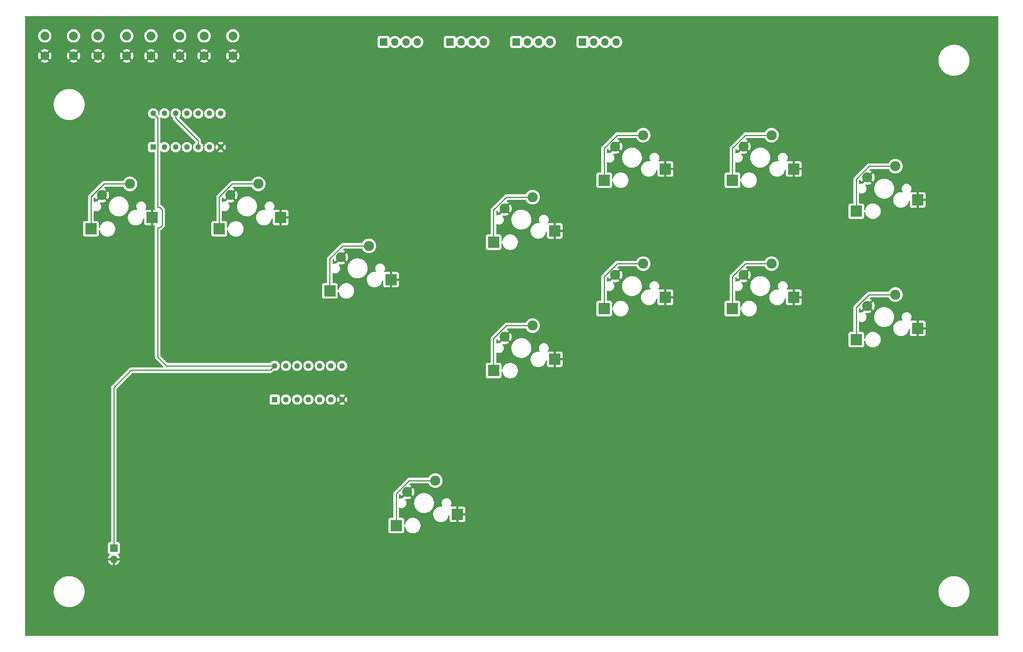
<source format=gbr>
%TF.GenerationSoftware,KiCad,Pcbnew,7.0.2*%
%TF.CreationDate,2023-06-15T01:27:37-07:00*%
%TF.ProjectId,DS5,4453352e-6b69-4636-9164-5f7063625858,rev?*%
%TF.SameCoordinates,Original*%
%TF.FileFunction,Copper,L2,Bot*%
%TF.FilePolarity,Positive*%
%FSLAX46Y46*%
G04 Gerber Fmt 4.6, Leading zero omitted, Abs format (unit mm)*
G04 Created by KiCad (PCBNEW 7.0.2) date 2023-06-15 01:27:37*
%MOMM*%
%LPD*%
G01*
G04 APERTURE LIST*
%TA.AperFunction,ComponentPad*%
%ADD10R,1.700000X1.700000*%
%TD*%
%TA.AperFunction,ComponentPad*%
%ADD11O,1.700000X1.700000*%
%TD*%
%TA.AperFunction,ComponentPad*%
%ADD12R,1.295400X1.295400*%
%TD*%
%TA.AperFunction,ComponentPad*%
%ADD13C,1.295400*%
%TD*%
%TA.AperFunction,SMDPad,CuDef*%
%ADD14R,2.550000X2.500000*%
%TD*%
%TA.AperFunction,ComponentPad*%
%ADD15C,2.286000*%
%TD*%
%TA.AperFunction,ComponentPad*%
%ADD16C,2.000000*%
%TD*%
%TA.AperFunction,Conductor*%
%ADD17C,0.250000*%
%TD*%
G04 APERTURE END LIST*
D10*
%TO.P,Battery,1,+*%
%TO.N,/5V*%
X38100000Y-137160000D03*
D11*
%TO.P,Battery,2,-*%
%TO.N,GND*%
X38100000Y-139700000D03*
%TD*%
D12*
%TO.P,Left+Right,1,1A*%
%TO.N,Net-(Neutral1-1A)*%
X47000000Y-46620000D03*
D13*
%TO.P,Left+Right,2,1B*%
X49540000Y-46620000D03*
%TO.P,Left+Right,3,1Y*%
%TO.N,Net-(Neutral1-1Y)*%
X52080000Y-46620000D03*
%TO.P,Left+Right,4,2A*%
X54620000Y-46620000D03*
%TO.P,Left+Right,5,2B*%
%TO.N,Net-(Neutral1-2B)*%
X57160000Y-46620000D03*
%TO.P,Left+Right,6,2Y*%
%TO.N,/Left*%
X59700000Y-46620000D03*
%TO.P,Left+Right,7,GND*%
%TO.N,GND*%
X62240000Y-46620000D03*
%TO.P,Left+Right,8,3Y*%
%TO.N,/Right*%
X62240000Y-39000000D03*
%TO.P,Left+Right,9,3A*%
%TO.N,Net-(Neutral1-1A)*%
X59700000Y-39000000D03*
%TO.P,Left+Right,10,3B*%
%TO.N,Net-(Neutral1-3B)*%
X57160000Y-39000000D03*
%TO.P,Left+Right,11,4Y*%
X54620000Y-39000000D03*
%TO.P,Left+Right,12,4A*%
%TO.N,Net-(Neutral1-2B)*%
X52080000Y-39000000D03*
%TO.P,Left+Right,13,4B*%
X49540000Y-39000000D03*
%TO.P,Left+Right,14,VCC*%
%TO.N,/5V*%
X47000000Y-39000000D03*
%TD*%
D10*
%TO.P,Shoulder,1,Pin_1*%
%TO.N,/R2*%
X144060000Y-22860000D03*
D11*
%TO.P,Shoulder,2,Pin_2*%
%TO.N,/L2*%
X146600000Y-22860000D03*
%TO.P,Shoulder,3,Pin_3*%
%TO.N,/R1*%
X149140000Y-22860000D03*
%TO.P,Shoulder,4,Pin_4*%
%TO.N,/L1*%
X151680000Y-22860000D03*
%TD*%
D14*
%TO.P,Right,1*%
%TO.N,Net-(Neutral1-2B)*%
X86920000Y-79080000D03*
D15*
X95750000Y-68920000D03*
%TO.P,Right,2*%
%TO.N,GND*%
X89400000Y-71460000D03*
D14*
X100770000Y-76540000D03*
%TD*%
%TO.P,L1,1*%
%TO.N,/L1*%
X205920000Y-61080000D03*
D15*
X214750000Y-50920000D03*
%TO.P,L1,2*%
%TO.N,GND*%
X208400000Y-53460000D03*
D14*
X219770000Y-58540000D03*
%TD*%
D10*
%TO.P,DPad1,1,Pin_1*%
%TO.N,/Right*%
X114060000Y-22860000D03*
D11*
%TO.P,DPad1,2,Pin_2*%
%TO.N,/Left*%
X116600000Y-22860000D03*
%TO.P,DPad1,3,Pin_3*%
%TO.N,/Down*%
X119140000Y-22860000D03*
%TO.P,DPad1,4,Pin_4*%
%TO.N,/Up*%
X121680000Y-22860000D03*
%TD*%
D14*
%TO.P,Cross,1*%
%TO.N,/X*%
X123920000Y-97080000D03*
D15*
X132750000Y-86920000D03*
%TO.P,Cross,2*%
%TO.N,GND*%
X126400000Y-89460000D03*
D14*
X137770000Y-94540000D03*
%TD*%
D12*
%TO.P,Up+Down,1,1A*%
%TO.N,Net-(UpPrio1-1A)*%
X74460000Y-103620000D03*
D13*
%TO.P,Up+Down,2,1B*%
X77000000Y-103620000D03*
%TO.P,Up+Down,3,1Y*%
%TO.N,Net-(UpPrio1-1Y)*%
X79540000Y-103620000D03*
%TO.P,Up+Down,4,2A*%
X82080000Y-103620000D03*
%TO.P,Up+Down,5,2B*%
%TO.N,/Up*%
X84620000Y-103620000D03*
%TO.P,Up+Down,6,2Y*%
%TO.N,/Down*%
X87160000Y-103620000D03*
%TO.P,Up+Down,7,GND*%
%TO.N,GND*%
X89700000Y-103620000D03*
%TO.P,Up+Down,8,3Y*%
%TO.N,unconnected-(UpPrio1-3Y-Pad8)*%
X89700000Y-96000000D03*
%TO.P,Up+Down,9,3A*%
%TO.N,unconnected-(UpPrio1-3A-Pad9)*%
X87160000Y-96000000D03*
%TO.P,Up+Down,10,3B*%
%TO.N,unconnected-(UpPrio1-3B-Pad10)*%
X84620000Y-96000000D03*
%TO.P,Up+Down,11,4Y*%
%TO.N,unconnected-(UpPrio1-4Y-Pad11)*%
X82080000Y-96000000D03*
%TO.P,Up+Down,12,4A*%
%TO.N,unconnected-(UpPrio1-4A-Pad12)*%
X79540000Y-96000000D03*
%TO.P,Up+Down,13,4B*%
%TO.N,unconnected-(UpPrio1-4B-Pad13)*%
X77000000Y-96000000D03*
%TO.P,Up+Down,14,VCC*%
%TO.N,/5V*%
X74460000Y-96000000D03*
%TD*%
D16*
%TO.P,SHARE1,1*%
%TO.N,/Share*%
X46500000Y-21500000D03*
X53000000Y-21500000D03*
%TO.P,SHARE1,2*%
%TO.N,GND*%
X46500000Y-26000000D03*
X53000000Y-26000000D03*
%TD*%
D14*
%TO.P,L2,1*%
%TO.N,/L2*%
X205920000Y-90080000D03*
D15*
X214750000Y-79920000D03*
%TO.P,L2,2*%
%TO.N,GND*%
X208400000Y-82460000D03*
D14*
X219770000Y-87540000D03*
%TD*%
%TO.P,Left,1*%
%TO.N,Net-(Neutral1-1A)*%
X32920000Y-65080000D03*
D15*
X41750000Y-54920000D03*
%TO.P,Left,2*%
%TO.N,GND*%
X35400000Y-57460000D03*
D14*
X46770000Y-62540000D03*
%TD*%
%TO.P,R2,1*%
%TO.N,/R2*%
X177920000Y-83080000D03*
D15*
X186750000Y-72920000D03*
%TO.P,R2,2*%
%TO.N,GND*%
X180400000Y-75460000D03*
D14*
X191770000Y-80540000D03*
%TD*%
D16*
%TO.P,TOUCH1,1*%
%TO.N,/Touch*%
X58500000Y-21500000D03*
X65000000Y-21500000D03*
%TO.P,TOUCH1,2*%
%TO.N,GND*%
X58500000Y-26000000D03*
X65000000Y-26000000D03*
%TD*%
D14*
%TO.P,DU1,1*%
%TO.N,/Up*%
X101920000Y-132080000D03*
D15*
X110750000Y-121920000D03*
%TO.P,DU1,2*%
%TO.N,GND*%
X104400000Y-124460000D03*
D14*
X115770000Y-129540000D03*
%TD*%
%TO.P,R1,1*%
%TO.N,/R1*%
X177920000Y-54080000D03*
D15*
X186750000Y-43920000D03*
%TO.P,R1,2*%
%TO.N,GND*%
X180400000Y-46460000D03*
D14*
X191770000Y-51540000D03*
%TD*%
D16*
%TO.P,OPTION1,1*%
%TO.N,/Option*%
X34500000Y-21500000D03*
X41000000Y-21500000D03*
%TO.P,OPTION1,2*%
%TO.N,GND*%
X34500000Y-26000000D03*
X41000000Y-26000000D03*
%TD*%
D14*
%TO.P,Square,1*%
%TO.N,/\u25A1*%
X123920000Y-68080000D03*
D15*
X132750000Y-57920000D03*
%TO.P,Square,2*%
%TO.N,GND*%
X126400000Y-60460000D03*
D14*
X137770000Y-65540000D03*
%TD*%
D10*
%TO.P,Face,1,Pin_1*%
%TO.N,/X*%
X129060000Y-22860000D03*
D11*
%TO.P,Face,2,Pin_2*%
%TO.N,/\u25A1*%
X131600000Y-22860000D03*
%TO.P,Face,3,Pin_3*%
%TO.N,/O*%
X134140000Y-22860000D03*
%TO.P,Face,4,Pin_4*%
%TO.N,/\u25B3*%
X136680000Y-22860000D03*
%TD*%
D14*
%TO.P,Circle,1*%
%TO.N,/O*%
X148920000Y-83080000D03*
D15*
X157750000Y-72920000D03*
%TO.P,Circle,2*%
%TO.N,GND*%
X151400000Y-75460000D03*
D14*
X162770000Y-80540000D03*
%TD*%
%TO.P,Down,1*%
%TO.N,Net-(UpPrio1-1A)*%
X61920000Y-65080000D03*
D15*
X70750000Y-54920000D03*
%TO.P,Down,2*%
%TO.N,GND*%
X64400000Y-57460000D03*
D14*
X75770000Y-62540000D03*
%TD*%
%TO.P,Triangle,1*%
%TO.N,/\u25B3*%
X148920000Y-54080000D03*
D15*
X157750000Y-43920000D03*
%TO.P,Triangle,2*%
%TO.N,GND*%
X151400000Y-46460000D03*
D14*
X162770000Y-51540000D03*
%TD*%
D16*
%TO.P,PS1,1*%
%TO.N,/PS*%
X22500000Y-21500000D03*
X29000000Y-21500000D03*
%TO.P,PS1,2*%
%TO.N,GND*%
X22500000Y-26000000D03*
X29000000Y-26000000D03*
%TD*%
D10*
%TO.P,Side,1,Pin_1*%
%TO.N,/Touch*%
X99060000Y-22860000D03*
D11*
%TO.P,Side,2,Pin_2*%
%TO.N,/Share*%
X101600000Y-22860000D03*
%TO.P,Side,3,Pin_3*%
%TO.N,/Option*%
X104140000Y-22860000D03*
%TO.P,Side,4,Pin_4*%
%TO.N,/PS*%
X106680000Y-22860000D03*
%TD*%
D17*
%TO.N,/5V*%
X47972700Y-64750000D02*
X47972700Y-93972700D01*
X38100000Y-137160000D02*
X38100000Y-100900000D01*
X73460000Y-97000000D02*
X74460000Y-96000000D01*
X47972700Y-39972700D02*
X47972700Y-60250000D01*
X48500000Y-60250000D02*
X47972700Y-60250000D01*
X49000000Y-64250000D02*
X49000000Y-60750000D01*
X49000000Y-60750000D02*
X48500000Y-60250000D01*
X42000000Y-97000000D02*
X73460000Y-97000000D01*
X50000000Y-96000000D02*
X74460000Y-96000000D01*
X47972700Y-93972700D02*
X50000000Y-96000000D01*
X47000000Y-39000000D02*
X47972700Y-39972700D01*
X38100000Y-100900000D02*
X42000000Y-97000000D01*
X47972700Y-64750000D02*
X48500000Y-64750000D01*
X48500000Y-64750000D02*
X49000000Y-64250000D01*
%TO.N,/Up*%
X101904100Y-124879834D02*
X104863934Y-121920000D01*
X101904100Y-132064100D02*
X101904100Y-124879834D01*
X104863934Y-121920000D02*
X110750000Y-121920000D01*
X101920000Y-132080000D02*
X101904100Y-132064100D01*
%TO.N,Net-(UpPrio1-1A)*%
X64863934Y-54920000D02*
X70750000Y-54920000D01*
X61904100Y-65064100D02*
X61904100Y-57879834D01*
X61920000Y-65080000D02*
X61904100Y-65064100D01*
X61904100Y-57879834D02*
X64863934Y-54920000D01*
%TO.N,Net-(Neutral1-1A)*%
X35863934Y-54920000D02*
X41750000Y-54920000D01*
X32904100Y-57879834D02*
X35863934Y-54920000D01*
X32904100Y-65064100D02*
X32904100Y-57879834D01*
X32920000Y-65080000D02*
X32904100Y-65064100D01*
%TO.N,Net-(Neutral1-2B)*%
X86920000Y-79080000D02*
X86904100Y-79064100D01*
X52080000Y-40080000D02*
X57160000Y-45160000D01*
X89830000Y-68920000D02*
X95750000Y-68920000D01*
X52080000Y-39000000D02*
X52080000Y-40080000D01*
X57160000Y-45160000D02*
X57160000Y-46620000D01*
X86904100Y-71845900D02*
X89830000Y-68920000D01*
X86904100Y-79064100D02*
X86904100Y-71845900D01*
%TO.N,/O*%
X148920000Y-83080000D02*
X148904100Y-83064100D01*
X151863934Y-72920000D02*
X157750000Y-72920000D01*
X148904100Y-83064100D02*
X148904100Y-75879834D01*
X148904100Y-75879834D02*
X151863934Y-72920000D01*
%TO.N,/X*%
X123920000Y-97080000D02*
X123904100Y-97064100D01*
X123904100Y-89879834D02*
X126863934Y-86920000D01*
X123904100Y-97064100D02*
X123904100Y-89879834D01*
X126863934Y-86920000D02*
X132750000Y-86920000D01*
%TO.N,/\u25B3*%
X151863934Y-43920000D02*
X157750000Y-43920000D01*
X148904100Y-54064100D02*
X148904100Y-46879834D01*
X148920000Y-54080000D02*
X148904100Y-54064100D01*
X148904100Y-46879834D02*
X151863934Y-43920000D01*
%TO.N,/\u25A1*%
X126830000Y-57920000D02*
X132750000Y-57920000D01*
X123904100Y-68064100D02*
X123904100Y-60845900D01*
X123904100Y-60845900D02*
X126830000Y-57920000D01*
X123920000Y-68080000D02*
X123904100Y-68064100D01*
%TO.N,/L1*%
X205904100Y-61064100D02*
X205904100Y-53845900D01*
X208830000Y-50920000D02*
X214750000Y-50920000D01*
X205904100Y-53845900D02*
X208830000Y-50920000D01*
X205920000Y-61080000D02*
X205904100Y-61064100D01*
%TO.N,/L2*%
X205920000Y-90080000D02*
X205904100Y-90064100D01*
X208830000Y-79920000D02*
X214750000Y-79920000D01*
X205904100Y-82845900D02*
X208830000Y-79920000D01*
X205904100Y-90064100D02*
X205904100Y-82845900D01*
%TO.N,/R1*%
X177904100Y-54064100D02*
X177904100Y-46879834D01*
X177920000Y-54080000D02*
X177904100Y-54064100D01*
X177904100Y-46879834D02*
X180863934Y-43920000D01*
X180863934Y-43920000D02*
X186750000Y-43920000D01*
%TO.N,/R2*%
X177904100Y-75879834D02*
X180863934Y-72920000D01*
X177904100Y-83064100D02*
X177904100Y-75879834D01*
X177920000Y-83080000D02*
X177904100Y-83064100D01*
X180863934Y-72920000D02*
X186750000Y-72920000D01*
%TD*%
%TA.AperFunction,Conductor*%
%TO.N,GND*%
G36*
X103746670Y-124837200D02*
G01*
X103851269Y-124977701D01*
X103985450Y-125090293D01*
X104077187Y-125136365D01*
X103422184Y-125791367D01*
X103407963Y-125847919D01*
X103356995Y-125895710D01*
X103288280Y-125908360D01*
X103277632Y-125906783D01*
X103235173Y-125898600D01*
X103235171Y-125898600D01*
X103077532Y-125898600D01*
X103074602Y-125898879D01*
X103074576Y-125898881D01*
X102920613Y-125913583D01*
X102718790Y-125972843D01*
X102714397Y-125975107D01*
X102710418Y-125977159D01*
X102641813Y-125990382D01*
X102576948Y-125964414D01*
X102536420Y-125907499D01*
X102529600Y-125866943D01*
X102529600Y-125544727D01*
X102529600Y-125190281D01*
X102549283Y-125123246D01*
X102565909Y-125102614D01*
X102662306Y-125006217D01*
X102723625Y-124972735D01*
X102793317Y-124977719D01*
X102849250Y-125019591D01*
X102864544Y-125046448D01*
X102931550Y-125208214D01*
X103066674Y-125428716D01*
X103071767Y-125434679D01*
X103723337Y-124783108D01*
X103746670Y-124837200D01*
G37*
%TD.AperFunction*%
%TA.AperFunction,Conductor*%
G36*
X125746670Y-89837200D02*
G01*
X125851269Y-89977701D01*
X125985450Y-90090293D01*
X126077187Y-90136365D01*
X125422184Y-90791367D01*
X125407963Y-90847919D01*
X125356995Y-90895710D01*
X125288280Y-90908360D01*
X125277632Y-90906783D01*
X125235173Y-90898600D01*
X125235171Y-90898600D01*
X125077532Y-90898600D01*
X125074602Y-90898879D01*
X125074576Y-90898881D01*
X124920613Y-90913583D01*
X124718789Y-90972844D01*
X124710417Y-90977160D01*
X124641809Y-90990381D01*
X124576945Y-90964412D01*
X124536418Y-90907497D01*
X124529599Y-90866943D01*
X124529599Y-90662523D01*
X124529599Y-90190281D01*
X124549284Y-90123246D01*
X124565909Y-90102614D01*
X124662306Y-90006217D01*
X124723625Y-89972735D01*
X124793317Y-89977719D01*
X124849250Y-90019591D01*
X124864544Y-90046448D01*
X124931550Y-90208214D01*
X125066674Y-90428716D01*
X125071767Y-90434679D01*
X125723337Y-89783108D01*
X125746670Y-89837200D01*
G37*
%TD.AperFunction*%
%TA.AperFunction,Conductor*%
G36*
X88746670Y-71837200D02*
G01*
X88851269Y-71977701D01*
X88985450Y-72090293D01*
X89077187Y-72136365D01*
X88422184Y-72791367D01*
X88407963Y-72847919D01*
X88356995Y-72895710D01*
X88288280Y-72908360D01*
X88277632Y-72906783D01*
X88235173Y-72898600D01*
X88235171Y-72898600D01*
X88077532Y-72898600D01*
X88074602Y-72898879D01*
X88074576Y-72898881D01*
X87920613Y-72913583D01*
X87718790Y-72972843D01*
X87714397Y-72975107D01*
X87710418Y-72977159D01*
X87641813Y-72990382D01*
X87576948Y-72964414D01*
X87536420Y-72907499D01*
X87529600Y-72866943D01*
X87529600Y-72156351D01*
X87549285Y-72089312D01*
X87565914Y-72068675D01*
X87652366Y-71982223D01*
X87713687Y-71948740D01*
X87783379Y-71953724D01*
X87839312Y-71995596D01*
X87854606Y-72022453D01*
X87931551Y-72208214D01*
X88066674Y-72428716D01*
X88071767Y-72434679D01*
X88723337Y-71783108D01*
X88746670Y-71837200D01*
G37*
%TD.AperFunction*%
%TA.AperFunction,Conductor*%
G36*
X179746670Y-75837200D02*
G01*
X179851269Y-75977701D01*
X179985450Y-76090293D01*
X180077187Y-76136365D01*
X179422184Y-76791367D01*
X179407963Y-76847919D01*
X179356995Y-76895710D01*
X179288280Y-76908360D01*
X179277632Y-76906783D01*
X179235173Y-76898600D01*
X179235171Y-76898600D01*
X179077532Y-76898600D01*
X179074602Y-76898879D01*
X179074576Y-76898881D01*
X178920613Y-76913583D01*
X178718790Y-76972843D01*
X178714397Y-76975107D01*
X178710418Y-76977159D01*
X178641813Y-76990382D01*
X178576948Y-76964414D01*
X178536420Y-76907499D01*
X178529600Y-76866943D01*
X178529600Y-76190285D01*
X178549285Y-76123246D01*
X178565909Y-76102614D01*
X178662307Y-76006216D01*
X178723624Y-75972735D01*
X178793316Y-75977719D01*
X178849250Y-76019590D01*
X178864544Y-76046448D01*
X178931550Y-76208214D01*
X179066674Y-76428716D01*
X179071767Y-76434679D01*
X179723337Y-75783108D01*
X179746670Y-75837200D01*
G37*
%TD.AperFunction*%
%TA.AperFunction,Conductor*%
G36*
X207746670Y-82837200D02*
G01*
X207851269Y-82977701D01*
X207985450Y-83090293D01*
X208077187Y-83136365D01*
X207422184Y-83791367D01*
X207407963Y-83847919D01*
X207356995Y-83895710D01*
X207288280Y-83908360D01*
X207277632Y-83906783D01*
X207235173Y-83898600D01*
X207235171Y-83898600D01*
X207077532Y-83898600D01*
X207074602Y-83898879D01*
X207074576Y-83898881D01*
X206920613Y-83913583D01*
X206718790Y-83972843D01*
X206714397Y-83975107D01*
X206710418Y-83977159D01*
X206641813Y-83990382D01*
X206576948Y-83964414D01*
X206536420Y-83907499D01*
X206529600Y-83866943D01*
X206529600Y-83156351D01*
X206549285Y-83089312D01*
X206565914Y-83068675D01*
X206652366Y-82982223D01*
X206713687Y-82948740D01*
X206783379Y-82953724D01*
X206839312Y-82995596D01*
X206854606Y-83022453D01*
X206931551Y-83208214D01*
X207066674Y-83428716D01*
X207071767Y-83434679D01*
X207723337Y-82783108D01*
X207746670Y-82837200D01*
G37*
%TD.AperFunction*%
%TA.AperFunction,Conductor*%
G36*
X150746670Y-75837200D02*
G01*
X150851269Y-75977701D01*
X150985450Y-76090293D01*
X151077187Y-76136365D01*
X150422184Y-76791367D01*
X150407963Y-76847919D01*
X150356995Y-76895710D01*
X150288280Y-76908360D01*
X150277632Y-76906783D01*
X150235173Y-76898600D01*
X150235171Y-76898600D01*
X150077532Y-76898600D01*
X150074602Y-76898879D01*
X150074576Y-76898881D01*
X149920613Y-76913583D01*
X149718790Y-76972843D01*
X149714397Y-76975107D01*
X149710418Y-76977159D01*
X149641813Y-76990382D01*
X149576948Y-76964414D01*
X149536420Y-76907499D01*
X149529600Y-76866943D01*
X149529600Y-76190285D01*
X149549285Y-76123246D01*
X149565909Y-76102614D01*
X149662307Y-76006216D01*
X149723624Y-75972735D01*
X149793316Y-75977719D01*
X149849250Y-76019590D01*
X149864544Y-76046448D01*
X149931550Y-76208214D01*
X150066674Y-76428716D01*
X150071767Y-76434679D01*
X150723337Y-75783108D01*
X150746670Y-75837200D01*
G37*
%TD.AperFunction*%
%TA.AperFunction,Conductor*%
G36*
X63746670Y-57837200D02*
G01*
X63851269Y-57977701D01*
X63985450Y-58090293D01*
X64077187Y-58136365D01*
X63422184Y-58791367D01*
X63407963Y-58847919D01*
X63356995Y-58895710D01*
X63288280Y-58908360D01*
X63277632Y-58906783D01*
X63235173Y-58898600D01*
X63235171Y-58898600D01*
X63077532Y-58898600D01*
X63074602Y-58898879D01*
X63074576Y-58898881D01*
X62920613Y-58913583D01*
X62718790Y-58972843D01*
X62714397Y-58975107D01*
X62710418Y-58977159D01*
X62641813Y-58990382D01*
X62576948Y-58964414D01*
X62536420Y-58907499D01*
X62529600Y-58866943D01*
X62529600Y-58190285D01*
X62549285Y-58123246D01*
X62565909Y-58102614D01*
X62662307Y-58006216D01*
X62723624Y-57972735D01*
X62793316Y-57977719D01*
X62849250Y-58019590D01*
X62864544Y-58046448D01*
X62931550Y-58208214D01*
X63066674Y-58428716D01*
X63071767Y-58434679D01*
X63723337Y-57783108D01*
X63746670Y-57837200D01*
G37*
%TD.AperFunction*%
%TA.AperFunction,Conductor*%
G36*
X125746670Y-60837200D02*
G01*
X125851269Y-60977701D01*
X125985450Y-61090293D01*
X126077187Y-61136365D01*
X125422184Y-61791367D01*
X125407963Y-61847919D01*
X125356995Y-61895710D01*
X125288280Y-61908360D01*
X125277632Y-61906783D01*
X125235173Y-61898600D01*
X125235171Y-61898600D01*
X125077532Y-61898600D01*
X125074602Y-61898879D01*
X125074576Y-61898881D01*
X124920613Y-61913583D01*
X124718790Y-61972843D01*
X124714397Y-61975107D01*
X124710418Y-61977159D01*
X124641813Y-61990382D01*
X124576948Y-61964414D01*
X124536420Y-61907499D01*
X124529600Y-61866943D01*
X124529600Y-61156351D01*
X124549285Y-61089312D01*
X124565914Y-61068675D01*
X124652366Y-60982223D01*
X124713687Y-60948740D01*
X124783379Y-60953724D01*
X124839312Y-60995596D01*
X124854606Y-61022453D01*
X124931551Y-61208214D01*
X125066674Y-61428716D01*
X125071767Y-61434679D01*
X125723337Y-60783108D01*
X125746670Y-60837200D01*
G37*
%TD.AperFunction*%
%TA.AperFunction,Conductor*%
G36*
X34746670Y-57837200D02*
G01*
X34851269Y-57977701D01*
X34985450Y-58090293D01*
X35077187Y-58136365D01*
X34422184Y-58791367D01*
X34407963Y-58847919D01*
X34356995Y-58895710D01*
X34288280Y-58908360D01*
X34277632Y-58906783D01*
X34235173Y-58898600D01*
X34235171Y-58898600D01*
X34077532Y-58898600D01*
X34074602Y-58898879D01*
X34074576Y-58898881D01*
X33920613Y-58913583D01*
X33718789Y-58972844D01*
X33710417Y-58977160D01*
X33641809Y-58990381D01*
X33576945Y-58964412D01*
X33536418Y-58907497D01*
X33529599Y-58866943D01*
X33529599Y-58617989D01*
X33529599Y-58190281D01*
X33549284Y-58123246D01*
X33565909Y-58102614D01*
X33662306Y-58006217D01*
X33723625Y-57972735D01*
X33793317Y-57977719D01*
X33849250Y-58019591D01*
X33864544Y-58046448D01*
X33931550Y-58208214D01*
X34066674Y-58428716D01*
X34071767Y-58434679D01*
X34723337Y-57783108D01*
X34746670Y-57837200D01*
G37*
%TD.AperFunction*%
%TA.AperFunction,Conductor*%
G36*
X179746670Y-46837200D02*
G01*
X179851269Y-46977701D01*
X179985450Y-47090293D01*
X180077187Y-47136365D01*
X179422184Y-47791367D01*
X179407963Y-47847919D01*
X179356995Y-47895710D01*
X179288280Y-47908360D01*
X179277632Y-47906783D01*
X179235173Y-47898600D01*
X179235171Y-47898600D01*
X179077532Y-47898600D01*
X179074602Y-47898879D01*
X179074576Y-47898881D01*
X178920613Y-47913583D01*
X178718790Y-47972843D01*
X178714397Y-47975107D01*
X178710418Y-47977159D01*
X178641813Y-47990382D01*
X178576948Y-47964414D01*
X178536420Y-47907499D01*
X178529600Y-47866943D01*
X178529600Y-47190285D01*
X178549285Y-47123246D01*
X178565909Y-47102614D01*
X178662307Y-47006216D01*
X178723624Y-46972735D01*
X178793316Y-46977719D01*
X178849250Y-47019590D01*
X178864544Y-47046448D01*
X178931550Y-47208214D01*
X179066674Y-47428716D01*
X179071767Y-47434679D01*
X179723337Y-46783108D01*
X179746670Y-46837200D01*
G37*
%TD.AperFunction*%
%TA.AperFunction,Conductor*%
G36*
X207746670Y-53837200D02*
G01*
X207851269Y-53977701D01*
X207985450Y-54090293D01*
X208077187Y-54136365D01*
X207422184Y-54791367D01*
X207407963Y-54847919D01*
X207356995Y-54895710D01*
X207288280Y-54908360D01*
X207277632Y-54906783D01*
X207235173Y-54898600D01*
X207235171Y-54898600D01*
X207077532Y-54898600D01*
X207074602Y-54898879D01*
X207074576Y-54898881D01*
X206920613Y-54913583D01*
X206718790Y-54972843D01*
X206714397Y-54975107D01*
X206710418Y-54977159D01*
X206641813Y-54990382D01*
X206576948Y-54964414D01*
X206536420Y-54907499D01*
X206529600Y-54866943D01*
X206529600Y-54156351D01*
X206549285Y-54089312D01*
X206565914Y-54068675D01*
X206652366Y-53982223D01*
X206713687Y-53948740D01*
X206783379Y-53953724D01*
X206839312Y-53995596D01*
X206854606Y-54022453D01*
X206931551Y-54208214D01*
X207066674Y-54428716D01*
X207071767Y-54434679D01*
X207723337Y-53783108D01*
X207746670Y-53837200D01*
G37*
%TD.AperFunction*%
%TA.AperFunction,Conductor*%
G36*
X150746670Y-46837200D02*
G01*
X150851269Y-46977701D01*
X150985450Y-47090293D01*
X151077187Y-47136365D01*
X150422184Y-47791367D01*
X150407963Y-47847919D01*
X150356995Y-47895710D01*
X150288280Y-47908360D01*
X150277632Y-47906783D01*
X150235173Y-47898600D01*
X150235171Y-47898600D01*
X150077532Y-47898600D01*
X150074602Y-47898879D01*
X150074576Y-47898881D01*
X149920613Y-47913583D01*
X149718790Y-47972843D01*
X149714397Y-47975107D01*
X149710418Y-47977159D01*
X149641813Y-47990382D01*
X149576948Y-47964414D01*
X149536420Y-47907499D01*
X149529600Y-47866943D01*
X149529600Y-47190285D01*
X149549285Y-47123246D01*
X149565909Y-47102614D01*
X149662307Y-47006216D01*
X149723624Y-46972735D01*
X149793316Y-46977719D01*
X149849250Y-47019590D01*
X149864544Y-47046448D01*
X149931550Y-47208214D01*
X150066674Y-47428716D01*
X150071767Y-47434679D01*
X150723337Y-46783108D01*
X150746670Y-46837200D01*
G37*
%TD.AperFunction*%
%TA.AperFunction,Conductor*%
G36*
X237942539Y-17020185D02*
G01*
X237988294Y-17072989D01*
X237999500Y-17124500D01*
X237999500Y-156875500D01*
X237979815Y-156942539D01*
X237927011Y-156988294D01*
X237875500Y-156999500D01*
X18124500Y-156999500D01*
X18057461Y-156979815D01*
X18011706Y-156927011D01*
X18000500Y-156875500D01*
X18000500Y-147000000D01*
X24494696Y-147000000D01*
X24494866Y-147003243D01*
X24503265Y-147163510D01*
X24502755Y-147165655D01*
X24503619Y-147173737D01*
X24504151Y-147180421D01*
X24504791Y-147192624D01*
X24504961Y-147199118D01*
X24504961Y-147203878D01*
X24505486Y-147205900D01*
X24513728Y-147363165D01*
X24513898Y-147366404D01*
X24514403Y-147369597D01*
X24514405Y-147369609D01*
X24539983Y-147531099D01*
X24539622Y-147533891D01*
X24541892Y-147544389D01*
X24543167Y-147551201D01*
X24545149Y-147563716D01*
X24545971Y-147569920D01*
X24546173Y-147571809D01*
X24546619Y-147572997D01*
X24571295Y-147728794D01*
X24572133Y-147731923D01*
X24572136Y-147731935D01*
X24615241Y-147892803D01*
X24615159Y-147896218D01*
X24619278Y-147908668D01*
X24621326Y-147915516D01*
X24624843Y-147928641D01*
X24625947Y-147933201D01*
X24626201Y-147933707D01*
X24665415Y-148080055D01*
X24665418Y-148080064D01*
X24666258Y-148083199D01*
X24728197Y-148244556D01*
X24728521Y-148248552D01*
X24734853Y-148262507D01*
X24737698Y-148269307D01*
X24743066Y-148283291D01*
X24743295Y-148283933D01*
X24743337Y-148283998D01*
X24796586Y-148422718D01*
X24796589Y-148422726D01*
X24797745Y-148425736D01*
X24799209Y-148428610D01*
X24799213Y-148428618D01*
X24877593Y-148582446D01*
X24878442Y-148586968D01*
X24887266Y-148601943D01*
X24890917Y-148608596D01*
X24964318Y-148752652D01*
X24966089Y-148755379D01*
X25061779Y-148902730D01*
X25063262Y-148907693D01*
X25074756Y-148923165D01*
X25079214Y-148929578D01*
X25140233Y-149023538D01*
X25164149Y-149060366D01*
X25166194Y-149062891D01*
X25278696Y-149201820D01*
X25280910Y-149207131D01*
X25295168Y-149222575D01*
X25300423Y-149228650D01*
X25391906Y-149341623D01*
X25395051Y-149345506D01*
X25397344Y-149347800D01*
X25397345Y-149347800D01*
X25525931Y-149476386D01*
X25528962Y-149481937D01*
X25546019Y-149496862D01*
X25552044Y-149502499D01*
X25654494Y-149604949D01*
X25657012Y-149606988D01*
X25800733Y-149723371D01*
X25804645Y-149729034D01*
X25824418Y-149742923D01*
X25831173Y-149748021D01*
X25939634Y-149835851D01*
X26008334Y-149880465D01*
X26100040Y-149940020D01*
X26104884Y-149945665D01*
X26127258Y-149958058D01*
X26134703Y-149962530D01*
X26247348Y-150035682D01*
X26324303Y-150074893D01*
X26420532Y-150123924D01*
X26426338Y-150129408D01*
X26451087Y-150139853D01*
X26459167Y-150143610D01*
X26574264Y-150202255D01*
X26758627Y-150273025D01*
X26765405Y-150278200D01*
X26792289Y-150286306D01*
X26800909Y-150289255D01*
X26916801Y-150333742D01*
X27110549Y-150385657D01*
X27118289Y-150390374D01*
X27146989Y-150395786D01*
X27156102Y-150397863D01*
X27271206Y-150428705D01*
X27472403Y-150460571D01*
X27481072Y-150464681D01*
X27511239Y-150467096D01*
X27520744Y-150468228D01*
X27633596Y-150486102D01*
X27840136Y-150496926D01*
X27849686Y-150500282D01*
X27880918Y-150499450D01*
X27890697Y-150499575D01*
X28000000Y-150505304D01*
X28209659Y-150494316D01*
X28220005Y-150496774D01*
X28251854Y-150492509D01*
X28261809Y-150491583D01*
X28366404Y-150486102D01*
X28576844Y-150452771D01*
X28587900Y-150454199D01*
X28619940Y-150446372D01*
X28629932Y-150444363D01*
X28728794Y-150428705D01*
X28937630Y-150372747D01*
X28949284Y-150373024D01*
X28981046Y-150361570D01*
X28991011Y-150358443D01*
X29083199Y-150333742D01*
X29287976Y-150255135D01*
X29300089Y-150254153D01*
X29331099Y-150239074D01*
X29340877Y-150234828D01*
X29425736Y-150202255D01*
X29623965Y-150101251D01*
X29636399Y-150098916D01*
X29666215Y-150080260D01*
X29675681Y-150074900D01*
X29752652Y-150035682D01*
X29941878Y-149912797D01*
X29954468Y-149909035D01*
X29982625Y-149886929D01*
X29991642Y-149880480D01*
X30060366Y-149835851D01*
X30238155Y-149691880D01*
X30250731Y-149686635D01*
X30276797Y-149661254D01*
X30285254Y-149653739D01*
X30345506Y-149604949D01*
X30509496Y-149440958D01*
X30521872Y-149434200D01*
X30545441Y-149405773D01*
X30553210Y-149397244D01*
X30604949Y-149345506D01*
X30752885Y-149162819D01*
X30764881Y-149154533D01*
X30785570Y-149123345D01*
X30792536Y-149113855D01*
X30833806Y-149062891D01*
X30835851Y-149060366D01*
X30965593Y-148860578D01*
X30977010Y-148850781D01*
X30994481Y-148817159D01*
X31000506Y-148806817D01*
X31035682Y-148752652D01*
X31145268Y-148537577D01*
X31155918Y-148526300D01*
X31169870Y-148490619D01*
X31174865Y-148479491D01*
X31202255Y-148425736D01*
X31289888Y-148197440D01*
X31299580Y-148184748D01*
X31309767Y-148147392D01*
X31313626Y-148135601D01*
X31333742Y-148083199D01*
X31397840Y-147843981D01*
X31406392Y-147829950D01*
X31412612Y-147791348D01*
X31415258Y-147778978D01*
X31427863Y-147731935D01*
X31428705Y-147728794D01*
X31486102Y-147366404D01*
X31505304Y-147000000D01*
X224494696Y-147000000D01*
X224494866Y-147003243D01*
X224503265Y-147163510D01*
X224502755Y-147165655D01*
X224503619Y-147173737D01*
X224504151Y-147180421D01*
X224504791Y-147192624D01*
X224504961Y-147199118D01*
X224504961Y-147203878D01*
X224505486Y-147205900D01*
X224513728Y-147363165D01*
X224513898Y-147366404D01*
X224514403Y-147369597D01*
X224514405Y-147369609D01*
X224539983Y-147531099D01*
X224539622Y-147533891D01*
X224541892Y-147544389D01*
X224543167Y-147551201D01*
X224545149Y-147563716D01*
X224545971Y-147569920D01*
X224546173Y-147571809D01*
X224546619Y-147572997D01*
X224571295Y-147728794D01*
X224572133Y-147731923D01*
X224572136Y-147731935D01*
X224615241Y-147892803D01*
X224615159Y-147896218D01*
X224619278Y-147908668D01*
X224621326Y-147915516D01*
X224624843Y-147928641D01*
X224625947Y-147933201D01*
X224626201Y-147933707D01*
X224665415Y-148080055D01*
X224665418Y-148080064D01*
X224666258Y-148083199D01*
X224728197Y-148244556D01*
X224728521Y-148248552D01*
X224734853Y-148262507D01*
X224737698Y-148269307D01*
X224743066Y-148283291D01*
X224743295Y-148283933D01*
X224743337Y-148283998D01*
X224796586Y-148422718D01*
X224796589Y-148422726D01*
X224797745Y-148425736D01*
X224799209Y-148428610D01*
X224799213Y-148428618D01*
X224877593Y-148582446D01*
X224878442Y-148586968D01*
X224887266Y-148601943D01*
X224890917Y-148608596D01*
X224964318Y-148752652D01*
X224966089Y-148755379D01*
X225061779Y-148902730D01*
X225063262Y-148907693D01*
X225074756Y-148923165D01*
X225079214Y-148929578D01*
X225140233Y-149023538D01*
X225164149Y-149060366D01*
X225166194Y-149062891D01*
X225278696Y-149201820D01*
X225280910Y-149207131D01*
X225295168Y-149222575D01*
X225300423Y-149228650D01*
X225391906Y-149341623D01*
X225395051Y-149345506D01*
X225397344Y-149347799D01*
X225397345Y-149347800D01*
X225525931Y-149476386D01*
X225528962Y-149481937D01*
X225546019Y-149496862D01*
X225552045Y-149502500D01*
X225654494Y-149604949D01*
X225657012Y-149606988D01*
X225800733Y-149723371D01*
X225804645Y-149729034D01*
X225824418Y-149742923D01*
X225831173Y-149748021D01*
X225939634Y-149835851D01*
X226008334Y-149880465D01*
X226100040Y-149940020D01*
X226104884Y-149945665D01*
X226127258Y-149958058D01*
X226134703Y-149962530D01*
X226247348Y-150035682D01*
X226324303Y-150074893D01*
X226420532Y-150123924D01*
X226426338Y-150129408D01*
X226451087Y-150139853D01*
X226459167Y-150143610D01*
X226574264Y-150202255D01*
X226758627Y-150273025D01*
X226765405Y-150278200D01*
X226792289Y-150286306D01*
X226800909Y-150289255D01*
X226916801Y-150333742D01*
X227110549Y-150385657D01*
X227118289Y-150390374D01*
X227146989Y-150395786D01*
X227156102Y-150397863D01*
X227271206Y-150428705D01*
X227472403Y-150460571D01*
X227481072Y-150464681D01*
X227511239Y-150467096D01*
X227520744Y-150468228D01*
X227633596Y-150486102D01*
X227840136Y-150496926D01*
X227849686Y-150500282D01*
X227880918Y-150499450D01*
X227890697Y-150499575D01*
X228000000Y-150505304D01*
X228209659Y-150494316D01*
X228220005Y-150496774D01*
X228251854Y-150492509D01*
X228261809Y-150491583D01*
X228366404Y-150486102D01*
X228576844Y-150452771D01*
X228587900Y-150454199D01*
X228619940Y-150446372D01*
X228629932Y-150444363D01*
X228728794Y-150428705D01*
X228937630Y-150372747D01*
X228949284Y-150373024D01*
X228981046Y-150361570D01*
X228991011Y-150358443D01*
X229083199Y-150333742D01*
X229287976Y-150255135D01*
X229300089Y-150254153D01*
X229331099Y-150239074D01*
X229340877Y-150234828D01*
X229425736Y-150202255D01*
X229623965Y-150101251D01*
X229636399Y-150098916D01*
X229666215Y-150080260D01*
X229675681Y-150074900D01*
X229752652Y-150035682D01*
X229941878Y-149912797D01*
X229954468Y-149909035D01*
X229982625Y-149886929D01*
X229991642Y-149880480D01*
X230060366Y-149835851D01*
X230238155Y-149691880D01*
X230250731Y-149686635D01*
X230276797Y-149661254D01*
X230285254Y-149653739D01*
X230345506Y-149604949D01*
X230509496Y-149440958D01*
X230521872Y-149434200D01*
X230545441Y-149405773D01*
X230553210Y-149397244D01*
X230604949Y-149345506D01*
X230752885Y-149162819D01*
X230764881Y-149154533D01*
X230785570Y-149123345D01*
X230792536Y-149113855D01*
X230833806Y-149062891D01*
X230835851Y-149060366D01*
X230965593Y-148860578D01*
X230977010Y-148850781D01*
X230994481Y-148817159D01*
X231000506Y-148806817D01*
X231035682Y-148752652D01*
X231145268Y-148537577D01*
X231155918Y-148526300D01*
X231169870Y-148490619D01*
X231174865Y-148479491D01*
X231202255Y-148425736D01*
X231289888Y-148197440D01*
X231299580Y-148184748D01*
X231309767Y-148147392D01*
X231313626Y-148135601D01*
X231333742Y-148083199D01*
X231397840Y-147843981D01*
X231406392Y-147829950D01*
X231412612Y-147791348D01*
X231415258Y-147778978D01*
X231427863Y-147731935D01*
X231428705Y-147728794D01*
X231486102Y-147366404D01*
X231505304Y-147000000D01*
X231486102Y-146633596D01*
X231428705Y-146271206D01*
X231415259Y-146221025D01*
X231412612Y-146208653D01*
X231407274Y-146175525D01*
X231397843Y-146156028D01*
X231334584Y-145919943D01*
X231334583Y-145919941D01*
X231333742Y-145916801D01*
X231313631Y-145864409D01*
X231309768Y-145852608D01*
X231301000Y-145820458D01*
X231289889Y-145802560D01*
X231256936Y-145716713D01*
X231202255Y-145574264D01*
X231200786Y-145571381D01*
X231200783Y-145571374D01*
X231174872Y-145520522D01*
X231169870Y-145509381D01*
X231157825Y-145478575D01*
X231145268Y-145462421D01*
X231037156Y-145250241D01*
X231035682Y-145247348D01*
X231000522Y-145193206D01*
X230994485Y-145182846D01*
X230979354Y-145153728D01*
X230965593Y-145139420D01*
X230835851Y-144939634D01*
X230833807Y-144937110D01*
X230833797Y-144937096D01*
X230792540Y-144886149D01*
X230785573Y-144876659D01*
X230767602Y-144849569D01*
X230752887Y-144837182D01*
X230606988Y-144657012D01*
X230604949Y-144654494D01*
X230553226Y-144602771D01*
X230545448Y-144594232D01*
X230524916Y-144569466D01*
X230509495Y-144559040D01*
X230347800Y-144397345D01*
X230347799Y-144397344D01*
X230345506Y-144395051D01*
X230285269Y-144346272D01*
X230276798Y-144338746D01*
X230254026Y-144316573D01*
X230238154Y-144308119D01*
X230199265Y-144276627D01*
X230060366Y-144164149D01*
X229991661Y-144119532D01*
X229982625Y-144113070D01*
X229957954Y-144093700D01*
X229941877Y-144087201D01*
X229755379Y-143966089D01*
X229755374Y-143966086D01*
X229752652Y-143964318D01*
X229749764Y-143962846D01*
X229749758Y-143962843D01*
X229675698Y-143925108D01*
X229666221Y-143919742D01*
X229640023Y-143903350D01*
X229623966Y-143898749D01*
X229566646Y-143869543D01*
X229425736Y-143797745D01*
X229422726Y-143796589D01*
X229422718Y-143796586D01*
X229340906Y-143765182D01*
X229331119Y-143760933D01*
X229303780Y-143747639D01*
X229287975Y-143744863D01*
X229086241Y-143667425D01*
X229086228Y-143667421D01*
X229083199Y-143666258D01*
X229080064Y-143665418D01*
X229080055Y-143665415D01*
X228991027Y-143641560D01*
X228981056Y-143638432D01*
X228952987Y-143628310D01*
X228937632Y-143627253D01*
X228731935Y-143572136D01*
X228731923Y-143572133D01*
X228728794Y-143571295D01*
X228725589Y-143570787D01*
X228725578Y-143570785D01*
X228629987Y-143555645D01*
X228619959Y-143553630D01*
X228591556Y-143546691D01*
X228576844Y-143547228D01*
X228369609Y-143514405D01*
X228369597Y-143514403D01*
X228366404Y-143513898D01*
X228363171Y-143513728D01*
X228363166Y-143513728D01*
X228261839Y-143508418D01*
X228251871Y-143507491D01*
X228223565Y-143503700D01*
X228209660Y-143505683D01*
X228003245Y-143494866D01*
X228003244Y-143494866D01*
X228000000Y-143494696D01*
X227996756Y-143494866D01*
X227996755Y-143494866D01*
X227890723Y-143500422D01*
X227880934Y-143500548D01*
X227853103Y-143499807D01*
X227840138Y-143503073D01*
X227636834Y-143513728D01*
X227636828Y-143513728D01*
X227633596Y-143513898D01*
X227630404Y-143514403D01*
X227630390Y-143514405D01*
X227520755Y-143531770D01*
X227511251Y-143532902D01*
X227484302Y-143535059D01*
X227472404Y-143539428D01*
X227274423Y-143570785D01*
X227274414Y-143570786D01*
X227271206Y-143571295D01*
X227268081Y-143572132D01*
X227268059Y-143572137D01*
X227156128Y-143602129D01*
X227147013Y-143604206D01*
X227121301Y-143609054D01*
X227110550Y-143614342D01*
X226919944Y-143665415D01*
X226919929Y-143665419D01*
X226916801Y-143666258D01*
X226913776Y-143667418D01*
X226913758Y-143667425D01*
X226800950Y-143710728D01*
X226792312Y-143713684D01*
X226768164Y-143720965D01*
X226758628Y-143726974D01*
X226577281Y-143796586D01*
X226577266Y-143796592D01*
X226574264Y-143797745D01*
X226571389Y-143799209D01*
X226571373Y-143799217D01*
X226459184Y-143856380D01*
X226451107Y-143860137D01*
X226428818Y-143869543D01*
X226420534Y-143876073D01*
X226250248Y-143962839D01*
X226250227Y-143962850D01*
X226247348Y-143964318D01*
X226244629Y-143966083D01*
X226244625Y-143966086D01*
X226134724Y-144037456D01*
X226127276Y-144041930D01*
X226107082Y-144053116D01*
X226100043Y-144059978D01*
X226048116Y-144093700D01*
X225939634Y-144164149D01*
X225937114Y-144166189D01*
X225937108Y-144166194D01*
X225831185Y-144251969D01*
X225824424Y-144257072D01*
X225806542Y-144269632D01*
X225800734Y-144276627D01*
X225657012Y-144393011D01*
X225657001Y-144393020D01*
X225654494Y-144395051D01*
X225652209Y-144397336D01*
X225552054Y-144497491D01*
X225546030Y-144503127D01*
X225530569Y-144516655D01*
X225525933Y-144523611D01*
X225395051Y-144654494D01*
X225393020Y-144657001D01*
X225393011Y-144657012D01*
X225300424Y-144771348D01*
X225295171Y-144777421D01*
X225282222Y-144791447D01*
X225278697Y-144798177D01*
X225166201Y-144937098D01*
X225166186Y-144937117D01*
X225164149Y-144939634D01*
X225162380Y-144942356D01*
X225162377Y-144942362D01*
X225079224Y-145070407D01*
X225074766Y-145076821D01*
X225064303Y-145090903D01*
X225061781Y-145097266D01*
X224966086Y-145244625D01*
X224964318Y-145247348D01*
X224962850Y-145250227D01*
X224962843Y-145250241D01*
X224890917Y-145391404D01*
X224887266Y-145398058D01*
X224879228Y-145411699D01*
X224877594Y-145417552D01*
X224799213Y-145571381D01*
X224799206Y-145571396D01*
X224797745Y-145574264D01*
X224796589Y-145577273D01*
X224796586Y-145577282D01*
X224743337Y-145716001D01*
X224743302Y-145716046D01*
X224743064Y-145716713D01*
X224737698Y-145730690D01*
X224734857Y-145737480D01*
X224729078Y-145750216D01*
X224728197Y-145755442D01*
X224667425Y-145913758D01*
X224667423Y-145913765D01*
X224666258Y-145916801D01*
X224665419Y-145919929D01*
X224665415Y-145919944D01*
X224626202Y-146066291D01*
X224625982Y-146066651D01*
X224624842Y-146071365D01*
X224621323Y-146084496D01*
X224619276Y-146091338D01*
X224615520Y-146102693D01*
X224615241Y-146107194D01*
X224572137Y-146268059D01*
X224572132Y-146268081D01*
X224571295Y-146271206D01*
X224570786Y-146274418D01*
X224570785Y-146274424D01*
X224546619Y-146427001D01*
X224546208Y-146427866D01*
X224545972Y-146430079D01*
X224545149Y-146436285D01*
X224543168Y-146448794D01*
X224541893Y-146455607D01*
X224539822Y-146465183D01*
X224539983Y-146468899D01*
X224514405Y-146630390D01*
X224514403Y-146630404D01*
X224513898Y-146633596D01*
X224513728Y-146636828D01*
X224513728Y-146636834D01*
X224505486Y-146794098D01*
X224504961Y-146795591D01*
X224504961Y-146800881D01*
X224504791Y-146807376D01*
X224504151Y-146819577D01*
X224503619Y-146826258D01*
X224502833Y-146833607D01*
X224503265Y-146836487D01*
X224494696Y-147000000D01*
X31505304Y-147000000D01*
X31486102Y-146633596D01*
X31428705Y-146271206D01*
X31415259Y-146221025D01*
X31412612Y-146208653D01*
X31407274Y-146175525D01*
X31397843Y-146156028D01*
X31334584Y-145919943D01*
X31334583Y-145919941D01*
X31333742Y-145916801D01*
X31313631Y-145864409D01*
X31309768Y-145852608D01*
X31301000Y-145820458D01*
X31289889Y-145802560D01*
X31256936Y-145716713D01*
X31202255Y-145574264D01*
X31200786Y-145571381D01*
X31200783Y-145571374D01*
X31174872Y-145520522D01*
X31169870Y-145509381D01*
X31157825Y-145478575D01*
X31145268Y-145462421D01*
X31037156Y-145250241D01*
X31035682Y-145247348D01*
X31000522Y-145193206D01*
X30994485Y-145182846D01*
X30979354Y-145153728D01*
X30965593Y-145139420D01*
X30835851Y-144939634D01*
X30833807Y-144937110D01*
X30833797Y-144937096D01*
X30792540Y-144886149D01*
X30785573Y-144876659D01*
X30767602Y-144849569D01*
X30752887Y-144837182D01*
X30606988Y-144657012D01*
X30604949Y-144654494D01*
X30553226Y-144602771D01*
X30545448Y-144594232D01*
X30524916Y-144569466D01*
X30509495Y-144559040D01*
X30347800Y-144397345D01*
X30347799Y-144397344D01*
X30345506Y-144395051D01*
X30285269Y-144346272D01*
X30276798Y-144338746D01*
X30254026Y-144316573D01*
X30238154Y-144308119D01*
X30199265Y-144276627D01*
X30060366Y-144164149D01*
X29991661Y-144119532D01*
X29982625Y-144113070D01*
X29957954Y-144093700D01*
X29941877Y-144087201D01*
X29755379Y-143966089D01*
X29755374Y-143966086D01*
X29752652Y-143964318D01*
X29749764Y-143962846D01*
X29749758Y-143962843D01*
X29675698Y-143925108D01*
X29666221Y-143919742D01*
X29640023Y-143903350D01*
X29623966Y-143898749D01*
X29566646Y-143869543D01*
X29425736Y-143797745D01*
X29422726Y-143796589D01*
X29422718Y-143796586D01*
X29340906Y-143765182D01*
X29331119Y-143760933D01*
X29303780Y-143747639D01*
X29287975Y-143744863D01*
X29086241Y-143667425D01*
X29086228Y-143667421D01*
X29083199Y-143666258D01*
X29080064Y-143665418D01*
X29080055Y-143665415D01*
X28991027Y-143641560D01*
X28981056Y-143638432D01*
X28952987Y-143628310D01*
X28937632Y-143627253D01*
X28731935Y-143572136D01*
X28731923Y-143572133D01*
X28728794Y-143571295D01*
X28725589Y-143570787D01*
X28725578Y-143570785D01*
X28629987Y-143555645D01*
X28619959Y-143553630D01*
X28591556Y-143546691D01*
X28576844Y-143547228D01*
X28369609Y-143514405D01*
X28369597Y-143514403D01*
X28366404Y-143513898D01*
X28363171Y-143513728D01*
X28363166Y-143513728D01*
X28261839Y-143508418D01*
X28251871Y-143507491D01*
X28223565Y-143503700D01*
X28209660Y-143505683D01*
X28003245Y-143494866D01*
X28003244Y-143494866D01*
X28000000Y-143494696D01*
X27996756Y-143494866D01*
X27996755Y-143494866D01*
X27890723Y-143500422D01*
X27880934Y-143500548D01*
X27853103Y-143499807D01*
X27840138Y-143503073D01*
X27636834Y-143513728D01*
X27636828Y-143513728D01*
X27633596Y-143513898D01*
X27630404Y-143514403D01*
X27630390Y-143514405D01*
X27520755Y-143531770D01*
X27511251Y-143532902D01*
X27484302Y-143535059D01*
X27472404Y-143539428D01*
X27274423Y-143570785D01*
X27274414Y-143570786D01*
X27271206Y-143571295D01*
X27268081Y-143572132D01*
X27268059Y-143572137D01*
X27156128Y-143602129D01*
X27147013Y-143604206D01*
X27121301Y-143609054D01*
X27110550Y-143614342D01*
X26919944Y-143665415D01*
X26919929Y-143665419D01*
X26916801Y-143666258D01*
X26913776Y-143667418D01*
X26913758Y-143667425D01*
X26800950Y-143710728D01*
X26792312Y-143713684D01*
X26768164Y-143720965D01*
X26758628Y-143726974D01*
X26577281Y-143796586D01*
X26577266Y-143796592D01*
X26574264Y-143797745D01*
X26571389Y-143799209D01*
X26571373Y-143799217D01*
X26459184Y-143856380D01*
X26451107Y-143860137D01*
X26428818Y-143869543D01*
X26420534Y-143876073D01*
X26250248Y-143962839D01*
X26250227Y-143962850D01*
X26247348Y-143964318D01*
X26244629Y-143966083D01*
X26244625Y-143966086D01*
X26134724Y-144037456D01*
X26127276Y-144041930D01*
X26107082Y-144053116D01*
X26100043Y-144059978D01*
X26048116Y-144093700D01*
X25939634Y-144164149D01*
X25937114Y-144166189D01*
X25937108Y-144166194D01*
X25831185Y-144251969D01*
X25824424Y-144257072D01*
X25806542Y-144269632D01*
X25800734Y-144276627D01*
X25657012Y-144393011D01*
X25657001Y-144393020D01*
X25654494Y-144395051D01*
X25652209Y-144397335D01*
X25652209Y-144397336D01*
X25552054Y-144497491D01*
X25546030Y-144503127D01*
X25530569Y-144516655D01*
X25525932Y-144523612D01*
X25395051Y-144654494D01*
X25393020Y-144657001D01*
X25393011Y-144657012D01*
X25300424Y-144771348D01*
X25295171Y-144777421D01*
X25282222Y-144791447D01*
X25278697Y-144798177D01*
X25166201Y-144937098D01*
X25166186Y-144937117D01*
X25164149Y-144939634D01*
X25162380Y-144942356D01*
X25162377Y-144942362D01*
X25079224Y-145070407D01*
X25074766Y-145076821D01*
X25064303Y-145090903D01*
X25061781Y-145097266D01*
X24966086Y-145244625D01*
X24964318Y-145247348D01*
X24962850Y-145250227D01*
X24962843Y-145250241D01*
X24890917Y-145391404D01*
X24887266Y-145398058D01*
X24879228Y-145411699D01*
X24877594Y-145417552D01*
X24799213Y-145571381D01*
X24799206Y-145571396D01*
X24797745Y-145574264D01*
X24796589Y-145577273D01*
X24796586Y-145577282D01*
X24743337Y-145716001D01*
X24743302Y-145716046D01*
X24743064Y-145716713D01*
X24737698Y-145730690D01*
X24734857Y-145737480D01*
X24729078Y-145750216D01*
X24728197Y-145755442D01*
X24667425Y-145913758D01*
X24667423Y-145913765D01*
X24666258Y-145916801D01*
X24665419Y-145919929D01*
X24665415Y-145919944D01*
X24626202Y-146066291D01*
X24625982Y-146066651D01*
X24624842Y-146071365D01*
X24621323Y-146084496D01*
X24619276Y-146091338D01*
X24615520Y-146102693D01*
X24615241Y-146107194D01*
X24572137Y-146268059D01*
X24572132Y-146268081D01*
X24571295Y-146271206D01*
X24570786Y-146274418D01*
X24570785Y-146274424D01*
X24546619Y-146427001D01*
X24546208Y-146427866D01*
X24545972Y-146430079D01*
X24545149Y-146436285D01*
X24543168Y-146448794D01*
X24541893Y-146455607D01*
X24539822Y-146465183D01*
X24539983Y-146468899D01*
X24514405Y-146630390D01*
X24514403Y-146630404D01*
X24513898Y-146633596D01*
X24513728Y-146636828D01*
X24513728Y-146636834D01*
X24505486Y-146794098D01*
X24504961Y-146795591D01*
X24504961Y-146800881D01*
X24504791Y-146807376D01*
X24504151Y-146819577D01*
X24503619Y-146826258D01*
X24502833Y-146833607D01*
X24503265Y-146836487D01*
X24494696Y-147000000D01*
X18000500Y-147000000D01*
X18000500Y-138054578D01*
X36749500Y-138054578D01*
X36749501Y-138057872D01*
X36755909Y-138117483D01*
X36806204Y-138252331D01*
X36892454Y-138367546D01*
X37007669Y-138453796D01*
X37139598Y-138503002D01*
X37195532Y-138544873D01*
X37219949Y-138610337D01*
X37205097Y-138678610D01*
X37183947Y-138706865D01*
X37061888Y-138828924D01*
X36926400Y-139022421D01*
X36826569Y-139236507D01*
X36769364Y-139449999D01*
X36769364Y-139450000D01*
X37666314Y-139450000D01*
X37640507Y-139490156D01*
X37600000Y-139628111D01*
X37600000Y-139771889D01*
X37640507Y-139909844D01*
X37666314Y-139950000D01*
X36769364Y-139950000D01*
X36826569Y-140163492D01*
X36926399Y-140377576D01*
X37061893Y-140571081D01*
X37228918Y-140738106D01*
X37422423Y-140873600D01*
X37636509Y-140973430D01*
X37850000Y-141030634D01*
X37850000Y-140135501D01*
X37957685Y-140184680D01*
X38064237Y-140200000D01*
X38135763Y-140200000D01*
X38242315Y-140184680D01*
X38350000Y-140135501D01*
X38350000Y-141030633D01*
X38563490Y-140973430D01*
X38777576Y-140873600D01*
X38971081Y-140738106D01*
X39138106Y-140571081D01*
X39273600Y-140377576D01*
X39373430Y-140163492D01*
X39430636Y-139950000D01*
X38533686Y-139950000D01*
X38559493Y-139909844D01*
X38600000Y-139771889D01*
X38600000Y-139628111D01*
X38559493Y-139490156D01*
X38533686Y-139450000D01*
X39430636Y-139450000D01*
X39430635Y-139449999D01*
X39373430Y-139236507D01*
X39273599Y-139022421D01*
X39138109Y-138828921D01*
X39016053Y-138706865D01*
X38982568Y-138645542D01*
X38987552Y-138575850D01*
X39029424Y-138519917D01*
X39060397Y-138503004D01*
X39192331Y-138453796D01*
X39307546Y-138367546D01*
X39393796Y-138252331D01*
X39444091Y-138117483D01*
X39450500Y-138057873D01*
X39450499Y-136262128D01*
X39444091Y-136202517D01*
X39393796Y-136067669D01*
X39307546Y-135952454D01*
X39192331Y-135866204D01*
X39057483Y-135815909D01*
X38997873Y-135809500D01*
X38994551Y-135809500D01*
X38849500Y-135809500D01*
X38782461Y-135789815D01*
X38736706Y-135737011D01*
X38725500Y-135685500D01*
X38725500Y-133374578D01*
X100144500Y-133374578D01*
X100144501Y-133377872D01*
X100150909Y-133437483D01*
X100201204Y-133572331D01*
X100287454Y-133687546D01*
X100402669Y-133773796D01*
X100537517Y-133824091D01*
X100597127Y-133830500D01*
X103242872Y-133830499D01*
X103302483Y-133824091D01*
X103437331Y-133773796D01*
X103552546Y-133687546D01*
X103638796Y-133572331D01*
X103689091Y-133437483D01*
X103695500Y-133377873D01*
X103695499Y-132379695D01*
X103715183Y-132312659D01*
X103767987Y-132266904D01*
X103837146Y-132256960D01*
X103900702Y-132285985D01*
X103938476Y-132344763D01*
X103942114Y-132361216D01*
X103958604Y-132470615D01*
X104035937Y-132721323D01*
X104149772Y-132957704D01*
X104285766Y-133157170D01*
X104297571Y-133174485D01*
X104476015Y-133366801D01*
X104476019Y-133366805D01*
X104681143Y-133530386D01*
X104908357Y-133661568D01*
X105152584Y-133757420D01*
X105408370Y-133815802D01*
X105604506Y-133830500D01*
X105606823Y-133830500D01*
X105733177Y-133830500D01*
X105735494Y-133830500D01*
X105931630Y-133815802D01*
X106187416Y-133757420D01*
X106431643Y-133661568D01*
X106658857Y-133530386D01*
X106863981Y-133366805D01*
X106963273Y-133259792D01*
X107042428Y-133174485D01*
X107042429Y-133174482D01*
X107042433Y-133174479D01*
X107190228Y-132957704D01*
X107304063Y-132721323D01*
X107381396Y-132470615D01*
X107420500Y-132211182D01*
X107420500Y-131948818D01*
X107381396Y-131689385D01*
X107304063Y-131438677D01*
X107190228Y-131202296D01*
X107042433Y-130985521D01*
X107042432Y-130985520D01*
X107042428Y-130985514D01*
X106863984Y-130793198D01*
X106863983Y-130793197D01*
X106863981Y-130793195D01*
X106658857Y-130629614D01*
X106658856Y-130629613D01*
X106431641Y-130498431D01*
X106187418Y-130402580D01*
X105931627Y-130344197D01*
X105737808Y-130329673D01*
X105737797Y-130329672D01*
X105735494Y-130329500D01*
X105604506Y-130329500D01*
X105602203Y-130329672D01*
X105602191Y-130329673D01*
X105408372Y-130344197D01*
X105152581Y-130402580D01*
X104908358Y-130498431D01*
X104681143Y-130629613D01*
X104476015Y-130793198D01*
X104297571Y-130985514D01*
X104149771Y-131202298D01*
X104035937Y-131438677D01*
X103958604Y-131689385D01*
X103942114Y-131798784D01*
X103912657Y-131862141D01*
X103853623Y-131899514D01*
X103783755Y-131899039D01*
X103725235Y-131860865D01*
X103696644Y-131797113D01*
X103695499Y-131780302D01*
X103695499Y-130785439D01*
X103695499Y-130782128D01*
X103689091Y-130722517D01*
X103638796Y-130587669D01*
X103552546Y-130472454D01*
X103437331Y-130386204D01*
X103302483Y-130335909D01*
X103242873Y-130329500D01*
X103239551Y-130329500D01*
X102653600Y-130329500D01*
X102586561Y-130309815D01*
X102540806Y-130257011D01*
X102529600Y-130205500D01*
X102529600Y-129671182D01*
X110269500Y-129671182D01*
X110308604Y-129930615D01*
X110385937Y-130181323D01*
X110499772Y-130417704D01*
X110635766Y-130617170D01*
X110647571Y-130634485D01*
X110794836Y-130793198D01*
X110826019Y-130826805D01*
X111031143Y-130990386D01*
X111258357Y-131121568D01*
X111323636Y-131147188D01*
X111464048Y-131202296D01*
X111502584Y-131217420D01*
X111758370Y-131275802D01*
X111954506Y-131290500D01*
X111956823Y-131290500D01*
X112083177Y-131290500D01*
X112085494Y-131290500D01*
X112281630Y-131275802D01*
X112537416Y-131217420D01*
X112781643Y-131121568D01*
X113008857Y-130990386D01*
X113213981Y-130826805D01*
X113313273Y-130719792D01*
X113392428Y-130634485D01*
X113392429Y-130634482D01*
X113392433Y-130634479D01*
X113540228Y-130417704D01*
X113654063Y-130181323D01*
X113731396Y-129930615D01*
X113748385Y-129817901D01*
X113777842Y-129754546D01*
X113836875Y-129717172D01*
X113906743Y-129717647D01*
X113965263Y-129755821D01*
X113993855Y-129819572D01*
X113995000Y-129836384D01*
X113995000Y-130834518D01*
X113995354Y-130841132D01*
X114001400Y-130897371D01*
X114051647Y-131032089D01*
X114137811Y-131147188D01*
X114252910Y-131233352D01*
X114387628Y-131283599D01*
X114443867Y-131289645D01*
X114450482Y-131290000D01*
X115520000Y-131290000D01*
X115520000Y-129790000D01*
X116020000Y-129790000D01*
X116020000Y-131290000D01*
X117089518Y-131290000D01*
X117096132Y-131289645D01*
X117152371Y-131283599D01*
X117287089Y-131233352D01*
X117402188Y-131147188D01*
X117488352Y-131032089D01*
X117538599Y-130897371D01*
X117544645Y-130841132D01*
X117545000Y-130834518D01*
X117545000Y-129790000D01*
X116020000Y-129790000D01*
X115520000Y-129790000D01*
X115520000Y-127790000D01*
X116020000Y-127790000D01*
X116020000Y-129290000D01*
X117544999Y-129290000D01*
X117545000Y-128245481D01*
X117544645Y-128238867D01*
X117538599Y-128182628D01*
X117488352Y-128047910D01*
X117402188Y-127932811D01*
X117287089Y-127846647D01*
X117152371Y-127796400D01*
X117096132Y-127790354D01*
X117089518Y-127790000D01*
X116020000Y-127790000D01*
X115520000Y-127790000D01*
X114450482Y-127790000D01*
X114443867Y-127790354D01*
X114387624Y-127796401D01*
X114346782Y-127811634D01*
X114277090Y-127816618D01*
X114215768Y-127783132D01*
X114182283Y-127721809D01*
X114187269Y-127652117D01*
X114196059Y-127633458D01*
X114296426Y-127459619D01*
X114365222Y-127260846D01*
X114395157Y-127052645D01*
X114385148Y-126842541D01*
X114335558Y-126638129D01*
X114248179Y-126446795D01*
X114248178Y-126446794D01*
X114248177Y-126446791D01*
X114126170Y-126275458D01*
X114126169Y-126275456D01*
X113973937Y-126130303D01*
X113973934Y-126130301D01*
X113973933Y-126130300D01*
X113796990Y-126016585D01*
X113650634Y-125957992D01*
X113601712Y-125938407D01*
X113601711Y-125938406D01*
X113601709Y-125938406D01*
X113395172Y-125898600D01*
X113395171Y-125898600D01*
X113237532Y-125898600D01*
X113234602Y-125898879D01*
X113234576Y-125898881D01*
X113080613Y-125913583D01*
X112878786Y-125972844D01*
X112691832Y-126069227D01*
X112526491Y-126199252D01*
X112388743Y-126358220D01*
X112283574Y-126540379D01*
X112214777Y-126739154D01*
X112184843Y-126947352D01*
X112184843Y-126947355D01*
X112194852Y-127157459D01*
X112244442Y-127361871D01*
X112317325Y-127521462D01*
X112331822Y-127553207D01*
X112370117Y-127606986D01*
X112392969Y-127673013D01*
X112376496Y-127740913D01*
X112325928Y-127789128D01*
X112259843Y-127802565D01*
X112087808Y-127789673D01*
X112087797Y-127789672D01*
X112085494Y-127789500D01*
X111954506Y-127789500D01*
X111952203Y-127789672D01*
X111952191Y-127789673D01*
X111758372Y-127804197D01*
X111502581Y-127862580D01*
X111258358Y-127958431D01*
X111031143Y-128089613D01*
X110826015Y-128253198D01*
X110647571Y-128445514D01*
X110569095Y-128560618D01*
X110499772Y-128662296D01*
X110385937Y-128898677D01*
X110308604Y-129149385D01*
X110269500Y-129408818D01*
X110269500Y-129671182D01*
X102529600Y-129671182D01*
X102529600Y-128129229D01*
X102549285Y-128062190D01*
X102602089Y-128016435D01*
X102671247Y-128006491D01*
X102699684Y-128014110D01*
X102818288Y-128061593D01*
X102947084Y-128086416D01*
X103024828Y-128101400D01*
X103024829Y-128101400D01*
X103179514Y-128101400D01*
X103182468Y-128101400D01*
X103185419Y-128101118D01*
X103185423Y-128101118D01*
X103241839Y-128095730D01*
X103339389Y-128086416D01*
X103541211Y-128027156D01*
X103728170Y-127930771D01*
X103893510Y-127800747D01*
X104031255Y-127641781D01*
X104136426Y-127459619D01*
X104205222Y-127260846D01*
X104231919Y-127075164D01*
X105961833Y-127075164D01*
X105962247Y-127079285D01*
X105962248Y-127079296D01*
X105980513Y-127260846D01*
X105991911Y-127374145D01*
X105992871Y-127378173D01*
X105992873Y-127378185D01*
X106060607Y-127662409D01*
X106061570Y-127666449D01*
X106063060Y-127670318D01*
X106063062Y-127670324D01*
X106109029Y-127789673D01*
X106169569Y-127946860D01*
X106171553Y-127950481D01*
X106171559Y-127950493D01*
X106254135Y-128101174D01*
X106313979Y-128210375D01*
X106316435Y-128213708D01*
X106316438Y-128213713D01*
X106489762Y-128448950D01*
X106492223Y-128452290D01*
X106701121Y-128668289D01*
X106824026Y-128765346D01*
X106933691Y-128851948D01*
X106933695Y-128851950D01*
X106936946Y-128854518D01*
X107195487Y-129007652D01*
X107199291Y-129009265D01*
X107199295Y-129009267D01*
X107304190Y-129053746D01*
X107472133Y-129124960D01*
X107761946Y-129204348D01*
X108059755Y-129244400D01*
X108063895Y-129244400D01*
X108282951Y-129244400D01*
X108285033Y-129244400D01*
X108509819Y-129229352D01*
X108804287Y-129169499D01*
X109088151Y-129070931D01*
X109356343Y-128935407D01*
X109604080Y-128765346D01*
X109826939Y-128563782D01*
X110020943Y-128334312D01*
X110182631Y-128081032D01*
X110309118Y-127808460D01*
X110398146Y-127521462D01*
X110448126Y-127225158D01*
X110458167Y-126924836D01*
X110428089Y-126625855D01*
X110358430Y-126333551D01*
X110250431Y-126053140D01*
X110236334Y-126027417D01*
X110137967Y-125847919D01*
X110106021Y-125789625D01*
X109927777Y-125547710D01*
X109718879Y-125331711D01*
X109539789Y-125190285D01*
X109486308Y-125148051D01*
X109486301Y-125148046D01*
X109483054Y-125145482D01*
X109479493Y-125143372D01*
X109479486Y-125143368D01*
X109228074Y-124994457D01*
X109228071Y-124994455D01*
X109224513Y-124992348D01*
X109220714Y-124990737D01*
X109220704Y-124990732D01*
X108951676Y-124876655D01*
X108951673Y-124876654D01*
X108947867Y-124875040D01*
X108943880Y-124873948D01*
X108943872Y-124873945D01*
X108662049Y-124796746D01*
X108662044Y-124796745D01*
X108658054Y-124795652D01*
X108653959Y-124795101D01*
X108653953Y-124795100D01*
X108364344Y-124756151D01*
X108364340Y-124756150D01*
X108360245Y-124755600D01*
X108134967Y-124755600D01*
X108132893Y-124755738D01*
X108132888Y-124755739D01*
X107914313Y-124770371D01*
X107914307Y-124770371D01*
X107910181Y-124770648D01*
X107906124Y-124771472D01*
X107906121Y-124771473D01*
X107619781Y-124829674D01*
X107619778Y-124829674D01*
X107615713Y-124830501D01*
X107611799Y-124831860D01*
X107611792Y-124831862D01*
X107335761Y-124927710D01*
X107335753Y-124927713D01*
X107331849Y-124929069D01*
X107328152Y-124930936D01*
X107328150Y-124930938D01*
X107067358Y-125062722D01*
X107067348Y-125062727D01*
X107063657Y-125064593D01*
X107060246Y-125066934D01*
X107060240Y-125066938D01*
X106819337Y-125232307D01*
X106819323Y-125232317D01*
X106815920Y-125234654D01*
X106812855Y-125237425D01*
X106812845Y-125237434D01*
X106596135Y-125433437D01*
X106596129Y-125433442D01*
X106593061Y-125436218D01*
X106590392Y-125439373D01*
X106590386Y-125439381D01*
X106401732Y-125662523D01*
X106401726Y-125662530D01*
X106399057Y-125665688D01*
X106396834Y-125669169D01*
X106396826Y-125669181D01*
X106239595Y-125915480D01*
X106239591Y-125915487D01*
X106237369Y-125918968D01*
X106235629Y-125922717D01*
X106235626Y-125922723D01*
X106112627Y-126187778D01*
X106112623Y-126187787D01*
X106110882Y-126191540D01*
X106109656Y-126195490D01*
X106109654Y-126195497D01*
X106059177Y-126358219D01*
X106021854Y-126478538D01*
X106021165Y-126482616D01*
X106021165Y-126482621D01*
X105977894Y-126739154D01*
X105971874Y-126774842D01*
X105971736Y-126778965D01*
X105971735Y-126778977D01*
X105961971Y-127071016D01*
X105961971Y-127071026D01*
X105961833Y-127075164D01*
X104231919Y-127075164D01*
X104235157Y-127052645D01*
X104225148Y-126842541D01*
X104175558Y-126638129D01*
X104088179Y-126446795D01*
X104088178Y-126446794D01*
X104088177Y-126446791D01*
X103960823Y-126267948D01*
X103937970Y-126201921D01*
X103954443Y-126134021D01*
X104005010Y-126085805D01*
X104073617Y-126072582D01*
X104090778Y-126075447D01*
X104142183Y-126087788D01*
X104400000Y-126108079D01*
X104657818Y-126087788D01*
X104909285Y-126027417D01*
X105148214Y-125928448D01*
X105368716Y-125793325D01*
X105374678Y-125788232D01*
X105374678Y-125788231D01*
X104725399Y-125138952D01*
X104738575Y-125134157D01*
X104884920Y-125037905D01*
X105005123Y-124910497D01*
X105077934Y-124784382D01*
X105728231Y-125434678D01*
X105728232Y-125434678D01*
X105733325Y-125428716D01*
X105868448Y-125208214D01*
X105967417Y-124969285D01*
X106027788Y-124717818D01*
X106048079Y-124459999D01*
X106027788Y-124202181D01*
X105967417Y-123950714D01*
X105868448Y-123711785D01*
X105733325Y-123491284D01*
X105728231Y-123485320D01*
X105076662Y-124136889D01*
X105053330Y-124082800D01*
X104948731Y-123942299D01*
X104814550Y-123829707D01*
X104722811Y-123783634D01*
X105374679Y-123131767D01*
X105368716Y-123126674D01*
X105148214Y-122991551D01*
X104986449Y-122924545D01*
X104932046Y-122880704D01*
X104909981Y-122814409D01*
X104927260Y-122746710D01*
X104946214Y-122722310D01*
X105086708Y-122581816D01*
X105148029Y-122548334D01*
X105174387Y-122545500D01*
X109147325Y-122545500D01*
X109214364Y-122565185D01*
X109260119Y-122617989D01*
X109261886Y-122622047D01*
X109281103Y-122668442D01*
X109416270Y-122889014D01*
X109584275Y-123085724D01*
X109780985Y-123253729D01*
X109780987Y-123253730D01*
X109780988Y-123253731D01*
X110001559Y-123388897D01*
X110178130Y-123462035D01*
X110240559Y-123487895D01*
X110254676Y-123491284D01*
X110492105Y-123548285D01*
X110750000Y-123568582D01*
X111007895Y-123548285D01*
X111259440Y-123487895D01*
X111498441Y-123388897D01*
X111719012Y-123253731D01*
X111915724Y-123085724D01*
X112083731Y-122889012D01*
X112218897Y-122668441D01*
X112317895Y-122429440D01*
X112378285Y-122177895D01*
X112398582Y-121920000D01*
X112378285Y-121662105D01*
X112320601Y-121421830D01*
X112317895Y-121410559D01*
X112283518Y-121327568D01*
X112218897Y-121171559D01*
X112083731Y-120950988D01*
X112083730Y-120950987D01*
X112083729Y-120950985D01*
X111915724Y-120754275D01*
X111719014Y-120586270D01*
X111637811Y-120536509D01*
X111498441Y-120451103D01*
X111410155Y-120414533D01*
X111259440Y-120352104D01*
X111007896Y-120291715D01*
X110878947Y-120281566D01*
X110750000Y-120271418D01*
X110749999Y-120271418D01*
X110492103Y-120291715D01*
X110240559Y-120352104D01*
X110001557Y-120451104D01*
X109780985Y-120586270D01*
X109584275Y-120754275D01*
X109416270Y-120950985D01*
X109281103Y-121171557D01*
X109261886Y-121217953D01*
X109218044Y-121272357D01*
X109151750Y-121294421D01*
X109147325Y-121294500D01*
X104946674Y-121294500D01*
X104926170Y-121292236D01*
X104856078Y-121294439D01*
X104852184Y-121294500D01*
X104824584Y-121294500D01*
X104820723Y-121294987D01*
X104820712Y-121294988D01*
X104820579Y-121295005D01*
X104808963Y-121295918D01*
X104765302Y-121297290D01*
X104746063Y-121302880D01*
X104727014Y-121306825D01*
X104707142Y-121309335D01*
X104666527Y-121325415D01*
X104655483Y-121329196D01*
X104613545Y-121341382D01*
X104596298Y-121351581D01*
X104578834Y-121360136D01*
X104560201Y-121367514D01*
X104524860Y-121393189D01*
X104515102Y-121399599D01*
X104477513Y-121421829D01*
X104463344Y-121435998D01*
X104448556Y-121448628D01*
X104432347Y-121460405D01*
X104404506Y-121494058D01*
X104396645Y-121502696D01*
X101520308Y-124379033D01*
X101504210Y-124391930D01*
X101456196Y-124443059D01*
X101453492Y-124445850D01*
X101436728Y-124462614D01*
X101436721Y-124462621D01*
X101433980Y-124465363D01*
X101431599Y-124468431D01*
X101431590Y-124468442D01*
X101431511Y-124468545D01*
X101423942Y-124477406D01*
X101394035Y-124509254D01*
X101384385Y-124526808D01*
X101373709Y-124543062D01*
X101361426Y-124558897D01*
X101344075Y-124598992D01*
X101338938Y-124609478D01*
X101317902Y-124647741D01*
X101312921Y-124667143D01*
X101306620Y-124685545D01*
X101298661Y-124703936D01*
X101291828Y-124747076D01*
X101289460Y-124758508D01*
X101278600Y-124800811D01*
X101278600Y-124820850D01*
X101277072Y-124840248D01*
X101273940Y-124860030D01*
X101275359Y-124875040D01*
X101278050Y-124903507D01*
X101278600Y-124915177D01*
X101278600Y-130205500D01*
X101258915Y-130272539D01*
X101206111Y-130318294D01*
X101154600Y-130329500D01*
X100600439Y-130329500D01*
X100600420Y-130329500D01*
X100597128Y-130329501D01*
X100593848Y-130329853D01*
X100593840Y-130329854D01*
X100537515Y-130335909D01*
X100402669Y-130386204D01*
X100287454Y-130472454D01*
X100201204Y-130587668D01*
X100150910Y-130722515D01*
X100150909Y-130722517D01*
X100144500Y-130782127D01*
X100144500Y-130785448D01*
X100144500Y-130785449D01*
X100144500Y-133374560D01*
X100144500Y-133374578D01*
X38725500Y-133374578D01*
X38725500Y-104312278D01*
X73311800Y-104312278D01*
X73311801Y-104315572D01*
X73312153Y-104318852D01*
X73312154Y-104318859D01*
X73318209Y-104375184D01*
X73326291Y-104396852D01*
X73368504Y-104510031D01*
X73454754Y-104625246D01*
X73569969Y-104711496D01*
X73704817Y-104761791D01*
X73764427Y-104768200D01*
X75155572Y-104768199D01*
X75215183Y-104761791D01*
X75350031Y-104711496D01*
X75465246Y-104625246D01*
X75551496Y-104510031D01*
X75601791Y-104375183D01*
X75608200Y-104315573D01*
X75608199Y-103726294D01*
X75627883Y-103659257D01*
X75672457Y-103620633D01*
X75787235Y-103620633D01*
X75813402Y-103632583D01*
X75851176Y-103691361D01*
X75855670Y-103714854D01*
X75866515Y-103831887D01*
X75924748Y-104036555D01*
X76019595Y-104227036D01*
X76147835Y-104396852D01*
X76305088Y-104540207D01*
X76305090Y-104540208D01*
X76305091Y-104540209D01*
X76486011Y-104652230D01*
X76684434Y-104729099D01*
X76893604Y-104768200D01*
X76893606Y-104768200D01*
X77106394Y-104768200D01*
X77106396Y-104768200D01*
X77315566Y-104729099D01*
X77513989Y-104652230D01*
X77694909Y-104540209D01*
X77852165Y-104396851D01*
X77980402Y-104227039D01*
X77980402Y-104227037D01*
X77980404Y-104227036D01*
X78075251Y-104036555D01*
X78133485Y-103831887D01*
X78146529Y-103691117D01*
X78172315Y-103626180D01*
X78179383Y-103621116D01*
X78178223Y-103618882D01*
X78360616Y-103618882D01*
X78391693Y-103678750D01*
X78393471Y-103691117D01*
X78406514Y-103831887D01*
X78464748Y-104036555D01*
X78559595Y-104227036D01*
X78687835Y-104396852D01*
X78845088Y-104540207D01*
X78845090Y-104540208D01*
X78845091Y-104540209D01*
X79026011Y-104652230D01*
X79224434Y-104729099D01*
X79433604Y-104768200D01*
X79433606Y-104768200D01*
X79646394Y-104768200D01*
X79646396Y-104768200D01*
X79855566Y-104729099D01*
X80053989Y-104652230D01*
X80234909Y-104540209D01*
X80392165Y-104396851D01*
X80520402Y-104227039D01*
X80520402Y-104227037D01*
X80520404Y-104227036D01*
X80615251Y-104036555D01*
X80673485Y-103831887D01*
X80686529Y-103691117D01*
X80712315Y-103626180D01*
X80719383Y-103621116D01*
X80718223Y-103618882D01*
X80900616Y-103618882D01*
X80931693Y-103678750D01*
X80933471Y-103691117D01*
X80946514Y-103831887D01*
X81004748Y-104036555D01*
X81099595Y-104227036D01*
X81227835Y-104396852D01*
X81385088Y-104540207D01*
X81385090Y-104540208D01*
X81385091Y-104540209D01*
X81566011Y-104652230D01*
X81764434Y-104729099D01*
X81973604Y-104768200D01*
X81973606Y-104768200D01*
X82186394Y-104768200D01*
X82186396Y-104768200D01*
X82395566Y-104729099D01*
X82593989Y-104652230D01*
X82774909Y-104540209D01*
X82932165Y-104396851D01*
X83060402Y-104227039D01*
X83060402Y-104227037D01*
X83060404Y-104227036D01*
X83155251Y-104036555D01*
X83213485Y-103831887D01*
X83226529Y-103691117D01*
X83252315Y-103626180D01*
X83259383Y-103621116D01*
X83258223Y-103618882D01*
X83440616Y-103618882D01*
X83471693Y-103678750D01*
X83473471Y-103691117D01*
X83486514Y-103831887D01*
X83544748Y-104036555D01*
X83639595Y-104227036D01*
X83767835Y-104396852D01*
X83925088Y-104540207D01*
X83925090Y-104540208D01*
X83925091Y-104540209D01*
X84106011Y-104652230D01*
X84304434Y-104729099D01*
X84513604Y-104768200D01*
X84513606Y-104768200D01*
X84726394Y-104768200D01*
X84726396Y-104768200D01*
X84935566Y-104729099D01*
X85133989Y-104652230D01*
X85314909Y-104540209D01*
X85472165Y-104396851D01*
X85600402Y-104227039D01*
X85600402Y-104227037D01*
X85600404Y-104227036D01*
X85695251Y-104036555D01*
X85753485Y-103831887D01*
X85766529Y-103691117D01*
X85792315Y-103626180D01*
X85799383Y-103621116D01*
X85798223Y-103618882D01*
X85980616Y-103618882D01*
X86011693Y-103678750D01*
X86013471Y-103691117D01*
X86026514Y-103831887D01*
X86084748Y-104036555D01*
X86179595Y-104227036D01*
X86307835Y-104396852D01*
X86465088Y-104540207D01*
X86465090Y-104540208D01*
X86465091Y-104540209D01*
X86646011Y-104652230D01*
X86844434Y-104729099D01*
X87053604Y-104768200D01*
X87053606Y-104768200D01*
X87266394Y-104768200D01*
X87266396Y-104768200D01*
X87475566Y-104729099D01*
X87673989Y-104652230D01*
X87854909Y-104540209D01*
X88012165Y-104396851D01*
X88140402Y-104227039D01*
X88140402Y-104227037D01*
X88140404Y-104227036D01*
X88235251Y-104036555D01*
X88293485Y-103831887D01*
X88306506Y-103691361D01*
X88306780Y-103688407D01*
X88332565Y-103623472D01*
X88337239Y-103620123D01*
X88522915Y-103620123D01*
X88551943Y-103676041D01*
X88553721Y-103688409D01*
X88567007Y-103831793D01*
X88625217Y-104036374D01*
X88720022Y-104226770D01*
X88728478Y-104237967D01*
X89307552Y-103658894D01*
X89320901Y-103743177D01*
X89377519Y-103854296D01*
X89465704Y-103942481D01*
X89576823Y-103999099D01*
X89661105Y-104012447D01*
X89084663Y-104588888D01*
X89084663Y-104588889D01*
X89186231Y-104651779D01*
X89384571Y-104728616D01*
X89593652Y-104767700D01*
X89806348Y-104767700D01*
X90015431Y-104728615D01*
X90213765Y-104651779D01*
X90315335Y-104588889D01*
X90315335Y-104588888D01*
X89738895Y-104012447D01*
X89823177Y-103999099D01*
X89934296Y-103942481D01*
X90022481Y-103854296D01*
X90079099Y-103743177D01*
X90092447Y-103658895D01*
X90671520Y-104237968D01*
X90671520Y-104237967D01*
X90679976Y-104226772D01*
X90774782Y-104036374D01*
X90832992Y-103831793D01*
X90852616Y-103620000D01*
X90832992Y-103408206D01*
X90774782Y-103203625D01*
X90679977Y-103013227D01*
X90671520Y-103002030D01*
X90092447Y-103581104D01*
X90079099Y-103496823D01*
X90022481Y-103385704D01*
X89934296Y-103297519D01*
X89823177Y-103240901D01*
X89738895Y-103227552D01*
X90315336Y-102651110D01*
X90213766Y-102588220D01*
X90015428Y-102511383D01*
X89806348Y-102472300D01*
X89593652Y-102472300D01*
X89384566Y-102511384D01*
X89186238Y-102588217D01*
X89084662Y-102651110D01*
X89661105Y-103227552D01*
X89576823Y-103240901D01*
X89465704Y-103297519D01*
X89377519Y-103385704D01*
X89320901Y-103496823D01*
X89307552Y-103581105D01*
X88728478Y-103002031D01*
X88728477Y-103002031D01*
X88720024Y-103013225D01*
X88625217Y-103203625D01*
X88567007Y-103408206D01*
X88553721Y-103551591D01*
X88527935Y-103616528D01*
X88522915Y-103620123D01*
X88337239Y-103620123D01*
X88337584Y-103619876D01*
X88308557Y-103563957D01*
X88306781Y-103551604D01*
X88296915Y-103445141D01*
X88293485Y-103408112D01*
X88235251Y-103203444D01*
X88140404Y-103012963D01*
X88012164Y-102843147D01*
X87854911Y-102699792D01*
X87673989Y-102587770D01*
X87673989Y-102587769D01*
X87475566Y-102510901D01*
X87266396Y-102471800D01*
X87053604Y-102471800D01*
X86844434Y-102510900D01*
X86844434Y-102510901D01*
X86646010Y-102587770D01*
X86465088Y-102699792D01*
X86307835Y-102843147D01*
X86179595Y-103012963D01*
X86084748Y-103203444D01*
X86026514Y-103408112D01*
X86013471Y-103548882D01*
X85987685Y-103613819D01*
X85980616Y-103618882D01*
X85798223Y-103618882D01*
X85768307Y-103561249D01*
X85766529Y-103548882D01*
X85753485Y-103408112D01*
X85695251Y-103203444D01*
X85600404Y-103012963D01*
X85472164Y-102843147D01*
X85314911Y-102699792D01*
X85133989Y-102587770D01*
X84935566Y-102510901D01*
X84726396Y-102471800D01*
X84513604Y-102471800D01*
X84304433Y-102510901D01*
X84304434Y-102510901D01*
X84106010Y-102587770D01*
X83925088Y-102699792D01*
X83767835Y-102843147D01*
X83639595Y-103012963D01*
X83544748Y-103203444D01*
X83486514Y-103408112D01*
X83473471Y-103548882D01*
X83447685Y-103613819D01*
X83440616Y-103618882D01*
X83258223Y-103618882D01*
X83228307Y-103561249D01*
X83226529Y-103548882D01*
X83213485Y-103408112D01*
X83155251Y-103203444D01*
X83060404Y-103012963D01*
X82932164Y-102843147D01*
X82774911Y-102699792D01*
X82593989Y-102587770D01*
X82593988Y-102587770D01*
X82395566Y-102510901D01*
X82186396Y-102471800D01*
X81973604Y-102471800D01*
X81764433Y-102510901D01*
X81764434Y-102510901D01*
X81566010Y-102587770D01*
X81385088Y-102699792D01*
X81227835Y-102843147D01*
X81099595Y-103012963D01*
X81004748Y-103203444D01*
X80946514Y-103408112D01*
X80933471Y-103548882D01*
X80907685Y-103613819D01*
X80900616Y-103618882D01*
X80718223Y-103618882D01*
X80688307Y-103561249D01*
X80686529Y-103548882D01*
X80673485Y-103408112D01*
X80615251Y-103203444D01*
X80520404Y-103012963D01*
X80392164Y-102843147D01*
X80234911Y-102699792D01*
X80053989Y-102587770D01*
X79855566Y-102510901D01*
X79646396Y-102471800D01*
X79433604Y-102471800D01*
X79224433Y-102510900D01*
X79224434Y-102510901D01*
X79026010Y-102587770D01*
X78845088Y-102699792D01*
X78687835Y-102843147D01*
X78559595Y-103012963D01*
X78464748Y-103203444D01*
X78406514Y-103408112D01*
X78393471Y-103548882D01*
X78367685Y-103613819D01*
X78360616Y-103618882D01*
X78178223Y-103618882D01*
X78148307Y-103561249D01*
X78146529Y-103548882D01*
X78133485Y-103408112D01*
X78075251Y-103203444D01*
X77980404Y-103012963D01*
X77852164Y-102843147D01*
X77694911Y-102699792D01*
X77513989Y-102587770D01*
X77513988Y-102587769D01*
X77315566Y-102510901D01*
X77106396Y-102471800D01*
X76893604Y-102471800D01*
X76684434Y-102510900D01*
X76684434Y-102510901D01*
X76486010Y-102587770D01*
X76305088Y-102699792D01*
X76147835Y-102843147D01*
X76019595Y-103012963D01*
X75924748Y-103203444D01*
X75866514Y-103408112D01*
X75855670Y-103525146D01*
X75829884Y-103590084D01*
X75787235Y-103620633D01*
X75672457Y-103620633D01*
X75675259Y-103618205D01*
X75642696Y-103599526D01*
X75610506Y-103537513D01*
X75608199Y-103513705D01*
X75608199Y-102927739D01*
X75608199Y-102924428D01*
X75601791Y-102864817D01*
X75551496Y-102729969D01*
X75465246Y-102614754D01*
X75350031Y-102528504D01*
X75215183Y-102478209D01*
X75215183Y-102478208D01*
X75158866Y-102472154D01*
X75158865Y-102472153D01*
X75155573Y-102471800D01*
X75152250Y-102471800D01*
X73767739Y-102471800D01*
X73767720Y-102471800D01*
X73764428Y-102471801D01*
X73761148Y-102472153D01*
X73761140Y-102472154D01*
X73704815Y-102478209D01*
X73569969Y-102528504D01*
X73454754Y-102614754D01*
X73368504Y-102729968D01*
X73318210Y-102864815D01*
X73318209Y-102864817D01*
X73311800Y-102924427D01*
X73311800Y-102927748D01*
X73311800Y-102927749D01*
X73311800Y-104312260D01*
X73311800Y-104312278D01*
X38725500Y-104312278D01*
X38725500Y-101210452D01*
X38745185Y-101143413D01*
X38761819Y-101122771D01*
X41510013Y-98374578D01*
X122144500Y-98374578D01*
X122144501Y-98377872D01*
X122150909Y-98437483D01*
X122201204Y-98572331D01*
X122287454Y-98687546D01*
X122402669Y-98773796D01*
X122537517Y-98824091D01*
X122597127Y-98830500D01*
X125242872Y-98830499D01*
X125302483Y-98824091D01*
X125437331Y-98773796D01*
X125552546Y-98687546D01*
X125638796Y-98572331D01*
X125689091Y-98437483D01*
X125695500Y-98377873D01*
X125695499Y-97379695D01*
X125715183Y-97312659D01*
X125767987Y-97266904D01*
X125837146Y-97256960D01*
X125900702Y-97285985D01*
X125938476Y-97344763D01*
X125942114Y-97361216D01*
X125951191Y-97421437D01*
X125958604Y-97470615D01*
X126035937Y-97721323D01*
X126149772Y-97957704D01*
X126285766Y-98157170D01*
X126297571Y-98174485D01*
X126476015Y-98366801D01*
X126476019Y-98366805D01*
X126681143Y-98530386D01*
X126908357Y-98661568D01*
X127152584Y-98757420D01*
X127408370Y-98815802D01*
X127604506Y-98830500D01*
X127606823Y-98830500D01*
X127733177Y-98830500D01*
X127735494Y-98830500D01*
X127931630Y-98815802D01*
X128187416Y-98757420D01*
X128431643Y-98661568D01*
X128658857Y-98530386D01*
X128863981Y-98366805D01*
X128963273Y-98259792D01*
X129042428Y-98174485D01*
X129042429Y-98174482D01*
X129042433Y-98174479D01*
X129190228Y-97957704D01*
X129304063Y-97721323D01*
X129381396Y-97470615D01*
X129420500Y-97211182D01*
X129420500Y-96948818D01*
X129381396Y-96689385D01*
X129304063Y-96438677D01*
X129190228Y-96202296D01*
X129042433Y-95985521D01*
X129042432Y-95985520D01*
X129042428Y-95985514D01*
X128863984Y-95793198D01*
X128863983Y-95793197D01*
X128863981Y-95793195D01*
X128658857Y-95629614D01*
X128658856Y-95629613D01*
X128431641Y-95498431D01*
X128187418Y-95402580D01*
X127931627Y-95344197D01*
X127737808Y-95329673D01*
X127737797Y-95329672D01*
X127735494Y-95329500D01*
X127604506Y-95329500D01*
X127602203Y-95329672D01*
X127602191Y-95329673D01*
X127408372Y-95344197D01*
X127152581Y-95402580D01*
X126908358Y-95498431D01*
X126681143Y-95629613D01*
X126476015Y-95793198D01*
X126297571Y-95985514D01*
X126149771Y-96202298D01*
X126035937Y-96438677D01*
X125958604Y-96689385D01*
X125942114Y-96798784D01*
X125912657Y-96862141D01*
X125853623Y-96899514D01*
X125783755Y-96899039D01*
X125725235Y-96860865D01*
X125696644Y-96797113D01*
X125695499Y-96780302D01*
X125695499Y-95785439D01*
X125695499Y-95782128D01*
X125689091Y-95722517D01*
X125638796Y-95587669D01*
X125552546Y-95472454D01*
X125437331Y-95386204D01*
X125302483Y-95335909D01*
X125242873Y-95329500D01*
X125239551Y-95329500D01*
X124653600Y-95329500D01*
X124586561Y-95309815D01*
X124540806Y-95257011D01*
X124529600Y-95205500D01*
X124529600Y-94671182D01*
X132269500Y-94671182D01*
X132308604Y-94930615D01*
X132385937Y-95181323D01*
X132499772Y-95417704D01*
X132635766Y-95617170D01*
X132647571Y-95634485D01*
X132794836Y-95793198D01*
X132826019Y-95826805D01*
X133031143Y-95990386D01*
X133258357Y-96121568D01*
X133323636Y-96147188D01*
X133464048Y-96202296D01*
X133502584Y-96217420D01*
X133758370Y-96275802D01*
X133954506Y-96290500D01*
X133956823Y-96290500D01*
X134083177Y-96290500D01*
X134085494Y-96290500D01*
X134281630Y-96275802D01*
X134537416Y-96217420D01*
X134781643Y-96121568D01*
X135008857Y-95990386D01*
X135213981Y-95826805D01*
X135313273Y-95719792D01*
X135392428Y-95634485D01*
X135392429Y-95634482D01*
X135392433Y-95634479D01*
X135540228Y-95417704D01*
X135654063Y-95181323D01*
X135731396Y-94930615D01*
X135748385Y-94817901D01*
X135777842Y-94754546D01*
X135836875Y-94717172D01*
X135906743Y-94717647D01*
X135965263Y-94755821D01*
X135993855Y-94819572D01*
X135995000Y-94836384D01*
X135995000Y-95834518D01*
X135995354Y-95841132D01*
X136001400Y-95897371D01*
X136051647Y-96032089D01*
X136137811Y-96147188D01*
X136252910Y-96233352D01*
X136387628Y-96283599D01*
X136443867Y-96289645D01*
X136450482Y-96290000D01*
X137520000Y-96290000D01*
X137520000Y-94790000D01*
X138020000Y-94790000D01*
X138020000Y-96290000D01*
X139089518Y-96290000D01*
X139096132Y-96289645D01*
X139152371Y-96283599D01*
X139287089Y-96233352D01*
X139402188Y-96147188D01*
X139488352Y-96032089D01*
X139538599Y-95897371D01*
X139544645Y-95841132D01*
X139545000Y-95834518D01*
X139545000Y-94790000D01*
X138020000Y-94790000D01*
X137520000Y-94790000D01*
X137520000Y-92790000D01*
X138020000Y-92790000D01*
X138020000Y-94290000D01*
X139545000Y-94290000D01*
X139545000Y-93245481D01*
X139544645Y-93238867D01*
X139538599Y-93182628D01*
X139488352Y-93047910D01*
X139402188Y-92932811D01*
X139287089Y-92846647D01*
X139152371Y-92796400D01*
X139096132Y-92790354D01*
X139089518Y-92790000D01*
X138020000Y-92790000D01*
X137520000Y-92790000D01*
X136450482Y-92790000D01*
X136443867Y-92790354D01*
X136387624Y-92796401D01*
X136346782Y-92811634D01*
X136277090Y-92816618D01*
X136215768Y-92783132D01*
X136182283Y-92721809D01*
X136187269Y-92652117D01*
X136196059Y-92633458D01*
X136296426Y-92459619D01*
X136365222Y-92260846D01*
X136395157Y-92052645D01*
X136385148Y-91842541D01*
X136335558Y-91638129D01*
X136248179Y-91446795D01*
X136248178Y-91446794D01*
X136248177Y-91446791D01*
X136196754Y-91374578D01*
X204144500Y-91374578D01*
X204144501Y-91377872D01*
X204144853Y-91381152D01*
X204144854Y-91381159D01*
X204150909Y-91437484D01*
X204167744Y-91482621D01*
X204201204Y-91572331D01*
X204287454Y-91687546D01*
X204402669Y-91773796D01*
X204537517Y-91824091D01*
X204597127Y-91830500D01*
X207242872Y-91830499D01*
X207302483Y-91824091D01*
X207437331Y-91773796D01*
X207552546Y-91687546D01*
X207638796Y-91572331D01*
X207689091Y-91437483D01*
X207695500Y-91377873D01*
X207695499Y-90379695D01*
X207715183Y-90312659D01*
X207767987Y-90266904D01*
X207837146Y-90256960D01*
X207900702Y-90285985D01*
X207938476Y-90344763D01*
X207942114Y-90361216D01*
X207958604Y-90470615D01*
X208035937Y-90721323D01*
X208149772Y-90957704D01*
X208225809Y-91069229D01*
X208297571Y-91174485D01*
X208468052Y-91358219D01*
X208476019Y-91366805D01*
X208681143Y-91530386D01*
X208908357Y-91661568D01*
X209152584Y-91757420D01*
X209408370Y-91815802D01*
X209604506Y-91830500D01*
X209606823Y-91830500D01*
X209733177Y-91830500D01*
X209735494Y-91830500D01*
X209931630Y-91815802D01*
X210187416Y-91757420D01*
X210431643Y-91661568D01*
X210658857Y-91530386D01*
X210863981Y-91366805D01*
X211016971Y-91201921D01*
X211042428Y-91174485D01*
X211042429Y-91174482D01*
X211042433Y-91174479D01*
X211190228Y-90957704D01*
X211304063Y-90721323D01*
X211381396Y-90470615D01*
X211420500Y-90211182D01*
X211420500Y-89948818D01*
X211381396Y-89689385D01*
X211304063Y-89438677D01*
X211190228Y-89202296D01*
X211042433Y-88985521D01*
X211042432Y-88985520D01*
X211042428Y-88985514D01*
X210863984Y-88793198D01*
X210863983Y-88793197D01*
X210863981Y-88793195D01*
X210658857Y-88629614D01*
X210658856Y-88629613D01*
X210431641Y-88498431D01*
X210187418Y-88402580D01*
X209931627Y-88344197D01*
X209737808Y-88329673D01*
X209737797Y-88329672D01*
X209735494Y-88329500D01*
X209604506Y-88329500D01*
X209602203Y-88329672D01*
X209602191Y-88329673D01*
X209408372Y-88344197D01*
X209152581Y-88402580D01*
X208908358Y-88498431D01*
X208681143Y-88629613D01*
X208476015Y-88793198D01*
X208297571Y-88985514D01*
X208197070Y-89132922D01*
X208149851Y-89202181D01*
X208149771Y-89202298D01*
X208035937Y-89438677D01*
X207958604Y-89689385D01*
X207942114Y-89798784D01*
X207912657Y-89862141D01*
X207853623Y-89899514D01*
X207783755Y-89899039D01*
X207725235Y-89860865D01*
X207696644Y-89797113D01*
X207695499Y-89780302D01*
X207695499Y-88785439D01*
X207695499Y-88782128D01*
X207689091Y-88722517D01*
X207638796Y-88587669D01*
X207552546Y-88472454D01*
X207437331Y-88386204D01*
X207302483Y-88335909D01*
X207242873Y-88329500D01*
X207239551Y-88329500D01*
X206653600Y-88329500D01*
X206586561Y-88309815D01*
X206540806Y-88257011D01*
X206529600Y-88205500D01*
X206529600Y-87671182D01*
X214269500Y-87671182D01*
X214308604Y-87930615D01*
X214385937Y-88181323D01*
X214499772Y-88417704D01*
X214635766Y-88617170D01*
X214647571Y-88634485D01*
X214794836Y-88793198D01*
X214826019Y-88826805D01*
X215031143Y-88990386D01*
X215258357Y-89121568D01*
X215323636Y-89147188D01*
X215464048Y-89202296D01*
X215502584Y-89217420D01*
X215758370Y-89275802D01*
X215954506Y-89290500D01*
X215956823Y-89290500D01*
X216083177Y-89290500D01*
X216085494Y-89290500D01*
X216281630Y-89275802D01*
X216537416Y-89217420D01*
X216781643Y-89121568D01*
X217008857Y-88990386D01*
X217213981Y-88826805D01*
X217321710Y-88710700D01*
X217392428Y-88634485D01*
X217392429Y-88634482D01*
X217392433Y-88634479D01*
X217540228Y-88417704D01*
X217654063Y-88181323D01*
X217731396Y-87930615D01*
X217748385Y-87817901D01*
X217777842Y-87754546D01*
X217836875Y-87717172D01*
X217906743Y-87717647D01*
X217965263Y-87755821D01*
X217993855Y-87819572D01*
X217995000Y-87836384D01*
X217995000Y-88834518D01*
X217995354Y-88841132D01*
X218001400Y-88897371D01*
X218051647Y-89032089D01*
X218137811Y-89147188D01*
X218252910Y-89233352D01*
X218387628Y-89283599D01*
X218443867Y-89289645D01*
X218450482Y-89290000D01*
X219520000Y-89290000D01*
X219520000Y-87790000D01*
X220020000Y-87790000D01*
X220020000Y-89290000D01*
X221089518Y-89290000D01*
X221096132Y-89289645D01*
X221152371Y-89283599D01*
X221287089Y-89233352D01*
X221402188Y-89147188D01*
X221488352Y-89032089D01*
X221538599Y-88897371D01*
X221544645Y-88841132D01*
X221545000Y-88834518D01*
X221545000Y-87790000D01*
X220020000Y-87790000D01*
X219520000Y-87790000D01*
X219520000Y-85790000D01*
X220020000Y-85790000D01*
X220020000Y-87290000D01*
X221545000Y-87290000D01*
X221545000Y-86245481D01*
X221544645Y-86238867D01*
X221538599Y-86182628D01*
X221488352Y-86047910D01*
X221402188Y-85932811D01*
X221287089Y-85846647D01*
X221152371Y-85796400D01*
X221096132Y-85790354D01*
X221089518Y-85790000D01*
X220020000Y-85790000D01*
X219520000Y-85790000D01*
X218450482Y-85790000D01*
X218443867Y-85790354D01*
X218387624Y-85796401D01*
X218346782Y-85811634D01*
X218277090Y-85816618D01*
X218215768Y-85783132D01*
X218182283Y-85721809D01*
X218187269Y-85652117D01*
X218196059Y-85633458D01*
X218296426Y-85459619D01*
X218365222Y-85260846D01*
X218395157Y-85052645D01*
X218385148Y-84842541D01*
X218335558Y-84638129D01*
X218248179Y-84446795D01*
X218248178Y-84446794D01*
X218248177Y-84446791D01*
X218126170Y-84275458D01*
X218126169Y-84275456D01*
X217973937Y-84130303D01*
X217973934Y-84130301D01*
X217973933Y-84130300D01*
X217796990Y-84016585D01*
X217649905Y-83957701D01*
X217601712Y-83938407D01*
X217601711Y-83938406D01*
X217601709Y-83938406D01*
X217395172Y-83898600D01*
X217395171Y-83898600D01*
X217237532Y-83898600D01*
X217234602Y-83898879D01*
X217234576Y-83898881D01*
X217080613Y-83913583D01*
X216878786Y-83972844D01*
X216691832Y-84069227D01*
X216526491Y-84199252D01*
X216388743Y-84358220D01*
X216283574Y-84540379D01*
X216214777Y-84739154D01*
X216184843Y-84947352D01*
X216184843Y-84947355D01*
X216194852Y-85157459D01*
X216244442Y-85361871D01*
X216317325Y-85521462D01*
X216331822Y-85553207D01*
X216370117Y-85606986D01*
X216392969Y-85673013D01*
X216376496Y-85740913D01*
X216325928Y-85789128D01*
X216259843Y-85802565D01*
X216087808Y-85789673D01*
X216087797Y-85789672D01*
X216085494Y-85789500D01*
X215954506Y-85789500D01*
X215952203Y-85789672D01*
X215952191Y-85789673D01*
X215758372Y-85804197D01*
X215502581Y-85862580D01*
X215258358Y-85958431D01*
X215031143Y-86089613D01*
X214826015Y-86253198D01*
X214647571Y-86445514D01*
X214569095Y-86560618D01*
X214499772Y-86662296D01*
X214385937Y-86898677D01*
X214308604Y-87149385D01*
X214269500Y-87408818D01*
X214269500Y-87671182D01*
X206529600Y-87671182D01*
X206529600Y-86129229D01*
X206549285Y-86062190D01*
X206602089Y-86016435D01*
X206671247Y-86006491D01*
X206699684Y-86014110D01*
X206818288Y-86061593D01*
X206947084Y-86086416D01*
X207024828Y-86101400D01*
X207024829Y-86101400D01*
X207179514Y-86101400D01*
X207182468Y-86101400D01*
X207185419Y-86101118D01*
X207185423Y-86101118D01*
X207241839Y-86095730D01*
X207339389Y-86086416D01*
X207541211Y-86027156D01*
X207728170Y-85930771D01*
X207893510Y-85800747D01*
X208031255Y-85641781D01*
X208136426Y-85459619D01*
X208205222Y-85260846D01*
X208231919Y-85075164D01*
X209961833Y-85075164D01*
X209962247Y-85079285D01*
X209962248Y-85079296D01*
X209990676Y-85361870D01*
X209991911Y-85374145D01*
X209992871Y-85378173D01*
X209992873Y-85378185D01*
X210060607Y-85662409D01*
X210061570Y-85666449D01*
X210063060Y-85670318D01*
X210063062Y-85670324D01*
X210109029Y-85789673D01*
X210169569Y-85946860D01*
X210171553Y-85950481D01*
X210171559Y-85950493D01*
X210254135Y-86101174D01*
X210313979Y-86210375D01*
X210316435Y-86213708D01*
X210316438Y-86213713D01*
X210489525Y-86448628D01*
X210492223Y-86452290D01*
X210701121Y-86668289D01*
X210824026Y-86765346D01*
X210933691Y-86851948D01*
X210933695Y-86851950D01*
X210936946Y-86854518D01*
X211195487Y-87007652D01*
X211199291Y-87009265D01*
X211199295Y-87009267D01*
X211304190Y-87053746D01*
X211472133Y-87124960D01*
X211761946Y-87204348D01*
X212059755Y-87244400D01*
X212063895Y-87244400D01*
X212282951Y-87244400D01*
X212285033Y-87244400D01*
X212509819Y-87229352D01*
X212804287Y-87169499D01*
X213088151Y-87070931D01*
X213356343Y-86935407D01*
X213604080Y-86765346D01*
X213826939Y-86563782D01*
X214020943Y-86334312D01*
X214182631Y-86081032D01*
X214309118Y-85808460D01*
X214398146Y-85521462D01*
X214448126Y-85225158D01*
X214458167Y-84924836D01*
X214428089Y-84625855D01*
X214358430Y-84333551D01*
X214250431Y-84053140D01*
X214236334Y-84027417D01*
X214137967Y-83847919D01*
X214106021Y-83789625D01*
X213927777Y-83547710D01*
X213718879Y-83331711D01*
X213544577Y-83194066D01*
X213486308Y-83148051D01*
X213486301Y-83148046D01*
X213483054Y-83145482D01*
X213479493Y-83143372D01*
X213479486Y-83143368D01*
X213228074Y-82994457D01*
X213228071Y-82994455D01*
X213224513Y-82992348D01*
X213220714Y-82990737D01*
X213220704Y-82990732D01*
X212951676Y-82876655D01*
X212951673Y-82876654D01*
X212947867Y-82875040D01*
X212943880Y-82873948D01*
X212943872Y-82873945D01*
X212662049Y-82796746D01*
X212662044Y-82796745D01*
X212658054Y-82795652D01*
X212653959Y-82795101D01*
X212653953Y-82795100D01*
X212364344Y-82756151D01*
X212364340Y-82756150D01*
X212360245Y-82755600D01*
X212134967Y-82755600D01*
X212132893Y-82755738D01*
X212132888Y-82755739D01*
X211914313Y-82770371D01*
X211914307Y-82770371D01*
X211910181Y-82770648D01*
X211906124Y-82771472D01*
X211906121Y-82771473D01*
X211619781Y-82829674D01*
X211619778Y-82829674D01*
X211615713Y-82830501D01*
X211611799Y-82831860D01*
X211611792Y-82831862D01*
X211335761Y-82927710D01*
X211335753Y-82927713D01*
X211331849Y-82929069D01*
X211328152Y-82930936D01*
X211328150Y-82930938D01*
X211067358Y-83062722D01*
X211067348Y-83062727D01*
X211063657Y-83064593D01*
X211060246Y-83066934D01*
X211060240Y-83066938D01*
X210819337Y-83232307D01*
X210819323Y-83232317D01*
X210815920Y-83234654D01*
X210812855Y-83237425D01*
X210812845Y-83237434D01*
X210596135Y-83433437D01*
X210596129Y-83433442D01*
X210593061Y-83436218D01*
X210590392Y-83439373D01*
X210590386Y-83439381D01*
X210401732Y-83662523D01*
X210401726Y-83662530D01*
X210399057Y-83665688D01*
X210396834Y-83669169D01*
X210396826Y-83669181D01*
X210239595Y-83915480D01*
X210239591Y-83915487D01*
X210237369Y-83918968D01*
X210235629Y-83922717D01*
X210235626Y-83922723D01*
X210112627Y-84187778D01*
X210112623Y-84187787D01*
X210110882Y-84191540D01*
X210109656Y-84195490D01*
X210109654Y-84195497D01*
X210052061Y-84381159D01*
X210021854Y-84478538D01*
X210021165Y-84482616D01*
X210021165Y-84482621D01*
X209974813Y-84757420D01*
X209971874Y-84774842D01*
X209971736Y-84778965D01*
X209971735Y-84778977D01*
X209961971Y-85071016D01*
X209961971Y-85071026D01*
X209961833Y-85075164D01*
X208231919Y-85075164D01*
X208235157Y-85052645D01*
X208225148Y-84842541D01*
X208175558Y-84638129D01*
X208088179Y-84446795D01*
X208088178Y-84446794D01*
X208088177Y-84446791D01*
X207960823Y-84267948D01*
X207937970Y-84201921D01*
X207954443Y-84134021D01*
X208005010Y-84085805D01*
X208073617Y-84072582D01*
X208090778Y-84075447D01*
X208142183Y-84087788D01*
X208399999Y-84108079D01*
X208657818Y-84087788D01*
X208909285Y-84027417D01*
X209148214Y-83928448D01*
X209368716Y-83793325D01*
X209374678Y-83788232D01*
X209374678Y-83788231D01*
X208725399Y-83138952D01*
X208738575Y-83134157D01*
X208884920Y-83037905D01*
X209005123Y-82910497D01*
X209077935Y-82784382D01*
X209728231Y-83434678D01*
X209728232Y-83434678D01*
X209733325Y-83428716D01*
X209868448Y-83208214D01*
X209967417Y-82969285D01*
X210027788Y-82717818D01*
X210048079Y-82460000D01*
X210027788Y-82202181D01*
X209967417Y-81950714D01*
X209868448Y-81711785D01*
X209733325Y-81491284D01*
X209728231Y-81485320D01*
X209076662Y-82136889D01*
X209053330Y-82082800D01*
X208948731Y-81942299D01*
X208814550Y-81829707D01*
X208722811Y-81783634D01*
X209374679Y-81131767D01*
X209368716Y-81126674D01*
X209148214Y-80991551D01*
X208962454Y-80914606D01*
X208908051Y-80870765D01*
X208885986Y-80804471D01*
X208903265Y-80736771D01*
X208922219Y-80712371D01*
X209052774Y-80581816D01*
X209114095Y-80548334D01*
X209140453Y-80545500D01*
X213147325Y-80545500D01*
X213214364Y-80565185D01*
X213260119Y-80617989D01*
X213261886Y-80622047D01*
X213281103Y-80668442D01*
X213416270Y-80889014D01*
X213584275Y-81085724D01*
X213780985Y-81253729D01*
X213780987Y-81253730D01*
X213780988Y-81253731D01*
X214001559Y-81388897D01*
X214178130Y-81462035D01*
X214240559Y-81487895D01*
X214254676Y-81491284D01*
X214492105Y-81548285D01*
X214750000Y-81568582D01*
X215007895Y-81548285D01*
X215259440Y-81487895D01*
X215498441Y-81388897D01*
X215719012Y-81253731D01*
X215915724Y-81085724D01*
X216083731Y-80889012D01*
X216218897Y-80668441D01*
X216317895Y-80429440D01*
X216378285Y-80177895D01*
X216398582Y-79920000D01*
X216378285Y-79662105D01*
X216320601Y-79421830D01*
X216317895Y-79410559D01*
X216286312Y-79334312D01*
X216218897Y-79171559D01*
X216083731Y-78950988D01*
X216083730Y-78950987D01*
X216083729Y-78950985D01*
X215915724Y-78754275D01*
X215719014Y-78586270D01*
X215637811Y-78536509D01*
X215498441Y-78451103D01*
X215410155Y-78414533D01*
X215259440Y-78352104D01*
X215007896Y-78291715D01*
X214805703Y-78275802D01*
X214750000Y-78271418D01*
X214749999Y-78271418D01*
X214492103Y-78291715D01*
X214240559Y-78352104D01*
X214001557Y-78451104D01*
X213780985Y-78586270D01*
X213584275Y-78754275D01*
X213416270Y-78950985D01*
X213281103Y-79171557D01*
X213261886Y-79217953D01*
X213218044Y-79272357D01*
X213151750Y-79294421D01*
X213147325Y-79294500D01*
X208912740Y-79294500D01*
X208892236Y-79292236D01*
X208822144Y-79294439D01*
X208818250Y-79294500D01*
X208790650Y-79294500D01*
X208786789Y-79294987D01*
X208786778Y-79294988D01*
X208786645Y-79295005D01*
X208775029Y-79295918D01*
X208731368Y-79297290D01*
X208712129Y-79302880D01*
X208693080Y-79306825D01*
X208673208Y-79309335D01*
X208632593Y-79325415D01*
X208621549Y-79329196D01*
X208579611Y-79341382D01*
X208562364Y-79351581D01*
X208544900Y-79360136D01*
X208526267Y-79367514D01*
X208490926Y-79393189D01*
X208481168Y-79399599D01*
X208443579Y-79421829D01*
X208429410Y-79435998D01*
X208414622Y-79448628D01*
X208398413Y-79460405D01*
X208370572Y-79494058D01*
X208362711Y-79502696D01*
X205520308Y-82345099D01*
X205504210Y-82357996D01*
X205456196Y-82409125D01*
X205453492Y-82411916D01*
X205436728Y-82428680D01*
X205436721Y-82428687D01*
X205433980Y-82431429D01*
X205431599Y-82434497D01*
X205431590Y-82434508D01*
X205431511Y-82434611D01*
X205423942Y-82443472D01*
X205394035Y-82475320D01*
X205384385Y-82492874D01*
X205373709Y-82509128D01*
X205361426Y-82524963D01*
X205344075Y-82565058D01*
X205338938Y-82575544D01*
X205317902Y-82613807D01*
X205312921Y-82633209D01*
X205306620Y-82651611D01*
X205298661Y-82670002D01*
X205291828Y-82713142D01*
X205289460Y-82724574D01*
X205278599Y-82766877D01*
X205278600Y-82786916D01*
X205277073Y-82806314D01*
X205275927Y-82813553D01*
X205273940Y-82826096D01*
X205274485Y-82831862D01*
X205278050Y-82869573D01*
X205278600Y-82881243D01*
X205278600Y-88205500D01*
X205258915Y-88272539D01*
X205206111Y-88318294D01*
X205154600Y-88329500D01*
X204600439Y-88329500D01*
X204600420Y-88329500D01*
X204597128Y-88329501D01*
X204593848Y-88329853D01*
X204593840Y-88329854D01*
X204537515Y-88335909D01*
X204402669Y-88386204D01*
X204287454Y-88472454D01*
X204201204Y-88587668D01*
X204150910Y-88722515D01*
X204150909Y-88722517D01*
X204144500Y-88782127D01*
X204144500Y-88785448D01*
X204144500Y-88785449D01*
X204144500Y-91374560D01*
X204144500Y-91374578D01*
X136196754Y-91374578D01*
X136126170Y-91275458D01*
X136126169Y-91275456D01*
X135973937Y-91130303D01*
X135973934Y-91130301D01*
X135973933Y-91130300D01*
X135796990Y-91016585D01*
X135649905Y-90957701D01*
X135601712Y-90938407D01*
X135601711Y-90938406D01*
X135601709Y-90938406D01*
X135395172Y-90898600D01*
X135395171Y-90898600D01*
X135237532Y-90898600D01*
X135234602Y-90898879D01*
X135234576Y-90898881D01*
X135080613Y-90913583D01*
X134878786Y-90972844D01*
X134691832Y-91069227D01*
X134526491Y-91199252D01*
X134388743Y-91358220D01*
X134283574Y-91540379D01*
X134214777Y-91739154D01*
X134184843Y-91947352D01*
X134184843Y-91947355D01*
X134194852Y-92157459D01*
X134244442Y-92361871D01*
X134317325Y-92521462D01*
X134331822Y-92553207D01*
X134370117Y-92606986D01*
X134392969Y-92673013D01*
X134376496Y-92740913D01*
X134325928Y-92789128D01*
X134259843Y-92802565D01*
X134087808Y-92789673D01*
X134087797Y-92789672D01*
X134085494Y-92789500D01*
X133954506Y-92789500D01*
X133952203Y-92789672D01*
X133952191Y-92789673D01*
X133758372Y-92804197D01*
X133502581Y-92862580D01*
X133258358Y-92958431D01*
X133031143Y-93089613D01*
X132826015Y-93253198D01*
X132647571Y-93445514D01*
X132569095Y-93560618D01*
X132499772Y-93662296D01*
X132385937Y-93898677D01*
X132308604Y-94149385D01*
X132269500Y-94408818D01*
X132269500Y-94671182D01*
X124529600Y-94671182D01*
X124529600Y-93129229D01*
X124549285Y-93062190D01*
X124602089Y-93016435D01*
X124671247Y-93006491D01*
X124699684Y-93014110D01*
X124818288Y-93061593D01*
X124947084Y-93086416D01*
X125024828Y-93101400D01*
X125024829Y-93101400D01*
X125179514Y-93101400D01*
X125182468Y-93101400D01*
X125185419Y-93101118D01*
X125185423Y-93101118D01*
X125241839Y-93095730D01*
X125339389Y-93086416D01*
X125541211Y-93027156D01*
X125728170Y-92930771D01*
X125893510Y-92800747D01*
X126031255Y-92641781D01*
X126136426Y-92459619D01*
X126205222Y-92260846D01*
X126231919Y-92075164D01*
X127961833Y-92075164D01*
X127962247Y-92079285D01*
X127962248Y-92079296D01*
X127980513Y-92260846D01*
X127991911Y-92374145D01*
X127992871Y-92378173D01*
X127992873Y-92378185D01*
X128060607Y-92662409D01*
X128061570Y-92666449D01*
X128063060Y-92670318D01*
X128063062Y-92670324D01*
X128109029Y-92789673D01*
X128169569Y-92946860D01*
X128171553Y-92950481D01*
X128171559Y-92950493D01*
X128254135Y-93101174D01*
X128313979Y-93210375D01*
X128316435Y-93213708D01*
X128316438Y-93213713D01*
X128489762Y-93448950D01*
X128492223Y-93452290D01*
X128701121Y-93668289D01*
X128824026Y-93765346D01*
X128933691Y-93851948D01*
X128933695Y-93851950D01*
X128936946Y-93854518D01*
X128940510Y-93856629D01*
X128940513Y-93856631D01*
X129031405Y-93910466D01*
X129195487Y-94007652D01*
X129199291Y-94009265D01*
X129199295Y-94009267D01*
X129242688Y-94027667D01*
X129472133Y-94124960D01*
X129761946Y-94204348D01*
X130059755Y-94244400D01*
X130063895Y-94244400D01*
X130282951Y-94244400D01*
X130285033Y-94244400D01*
X130509819Y-94229352D01*
X130804287Y-94169499D01*
X131088151Y-94070931D01*
X131356343Y-93935407D01*
X131604080Y-93765346D01*
X131826939Y-93563782D01*
X132020943Y-93334312D01*
X132182631Y-93081032D01*
X132309118Y-92808460D01*
X132398146Y-92521462D01*
X132448126Y-92225158D01*
X132458167Y-91924836D01*
X132428089Y-91625855D01*
X132358430Y-91333551D01*
X132250431Y-91053140D01*
X132236334Y-91027417D01*
X132171089Y-90908360D01*
X132106021Y-90789625D01*
X131927777Y-90547710D01*
X131718879Y-90331711D01*
X131539789Y-90190285D01*
X131486308Y-90148051D01*
X131486301Y-90148046D01*
X131483054Y-90145482D01*
X131479493Y-90143372D01*
X131479486Y-90143368D01*
X131228074Y-89994457D01*
X131228071Y-89994455D01*
X131224513Y-89992348D01*
X131220714Y-89990737D01*
X131220704Y-89990732D01*
X130951676Y-89876655D01*
X130951673Y-89876654D01*
X130947867Y-89875040D01*
X130943880Y-89873948D01*
X130943872Y-89873945D01*
X130662049Y-89796746D01*
X130662044Y-89796745D01*
X130658054Y-89795652D01*
X130653959Y-89795101D01*
X130653953Y-89795100D01*
X130364344Y-89756151D01*
X130364340Y-89756150D01*
X130360245Y-89755600D01*
X130134967Y-89755600D01*
X130132893Y-89755738D01*
X130132888Y-89755739D01*
X129914313Y-89770371D01*
X129914307Y-89770371D01*
X129910181Y-89770648D01*
X129906124Y-89771472D01*
X129906121Y-89771473D01*
X129619781Y-89829674D01*
X129619778Y-89829674D01*
X129615713Y-89830501D01*
X129611799Y-89831860D01*
X129611792Y-89831862D01*
X129335761Y-89927710D01*
X129335753Y-89927713D01*
X129331849Y-89929069D01*
X129328152Y-89930936D01*
X129328150Y-89930938D01*
X129067358Y-90062722D01*
X129067348Y-90062727D01*
X129063657Y-90064593D01*
X129060246Y-90066934D01*
X129060240Y-90066938D01*
X128819337Y-90232307D01*
X128819323Y-90232317D01*
X128815920Y-90234654D01*
X128812855Y-90237425D01*
X128812845Y-90237434D01*
X128596135Y-90433437D01*
X128596129Y-90433442D01*
X128593061Y-90436218D01*
X128590392Y-90439373D01*
X128590386Y-90439381D01*
X128401732Y-90662523D01*
X128401726Y-90662530D01*
X128399057Y-90665688D01*
X128396834Y-90669169D01*
X128396826Y-90669181D01*
X128239595Y-90915480D01*
X128239591Y-90915487D01*
X128237369Y-90918968D01*
X128235629Y-90922717D01*
X128235626Y-90922723D01*
X128112627Y-91187778D01*
X128112623Y-91187787D01*
X128110882Y-91191540D01*
X128109656Y-91195490D01*
X128109654Y-91195497D01*
X128052061Y-91381159D01*
X128021854Y-91478538D01*
X128021165Y-91482616D01*
X128021165Y-91482621D01*
X127974813Y-91757420D01*
X127971874Y-91774842D01*
X127971736Y-91778965D01*
X127971735Y-91778977D01*
X127961971Y-92071016D01*
X127961971Y-92071026D01*
X127961833Y-92075164D01*
X126231919Y-92075164D01*
X126235157Y-92052645D01*
X126225148Y-91842541D01*
X126175558Y-91638129D01*
X126088179Y-91446795D01*
X126088178Y-91446794D01*
X126088177Y-91446791D01*
X125960823Y-91267948D01*
X125937970Y-91201921D01*
X125954443Y-91134021D01*
X126005010Y-91085805D01*
X126073617Y-91072582D01*
X126090778Y-91075447D01*
X126142183Y-91087788D01*
X126400000Y-91108079D01*
X126657818Y-91087788D01*
X126909285Y-91027417D01*
X127148214Y-90928448D01*
X127368716Y-90793325D01*
X127374678Y-90788232D01*
X127374678Y-90788231D01*
X126725399Y-90138952D01*
X126738575Y-90134157D01*
X126884920Y-90037905D01*
X127005123Y-89910497D01*
X127077935Y-89784381D01*
X127728231Y-90434678D01*
X127728232Y-90434678D01*
X127733325Y-90428716D01*
X127868448Y-90208214D01*
X127967417Y-89969285D01*
X128027788Y-89717818D01*
X128048079Y-89460000D01*
X128027788Y-89202181D01*
X127967417Y-88950714D01*
X127868448Y-88711785D01*
X127733325Y-88491284D01*
X127728231Y-88485319D01*
X127076661Y-89136888D01*
X127053330Y-89082800D01*
X126948731Y-88942299D01*
X126814550Y-88829707D01*
X126722811Y-88783634D01*
X127374679Y-88131767D01*
X127368716Y-88126674D01*
X127148214Y-87991551D01*
X126986449Y-87924545D01*
X126932046Y-87880704D01*
X126909981Y-87814409D01*
X126927260Y-87746710D01*
X126946214Y-87722310D01*
X127086708Y-87581816D01*
X127148029Y-87548334D01*
X127174387Y-87545500D01*
X131147325Y-87545500D01*
X131214364Y-87565185D01*
X131260119Y-87617989D01*
X131261886Y-87622047D01*
X131281103Y-87668442D01*
X131416270Y-87889014D01*
X131584275Y-88085724D01*
X131780985Y-88253729D01*
X131780987Y-88253730D01*
X131780988Y-88253731D01*
X132001559Y-88388897D01*
X132178130Y-88462035D01*
X132240559Y-88487895D01*
X132254676Y-88491284D01*
X132492105Y-88548285D01*
X132750000Y-88568582D01*
X133007895Y-88548285D01*
X133259440Y-88487895D01*
X133498441Y-88388897D01*
X133719012Y-88253731D01*
X133915724Y-88085724D01*
X134083731Y-87889012D01*
X134218897Y-87668441D01*
X134317895Y-87429440D01*
X134378285Y-87177895D01*
X134398582Y-86920000D01*
X134378285Y-86662105D01*
X134320601Y-86421830D01*
X134317895Y-86410559D01*
X134286312Y-86334312D01*
X134218897Y-86171559D01*
X134083731Y-85950988D01*
X134083730Y-85950987D01*
X134083729Y-85950985D01*
X133915724Y-85754275D01*
X133719014Y-85586270D01*
X133637811Y-85536509D01*
X133498441Y-85451103D01*
X133410155Y-85414533D01*
X133259440Y-85352104D01*
X133007896Y-85291715D01*
X132750000Y-85271418D01*
X132492103Y-85291715D01*
X132240559Y-85352104D01*
X132001557Y-85451104D01*
X131780985Y-85586270D01*
X131584275Y-85754275D01*
X131416270Y-85950985D01*
X131281103Y-86171557D01*
X131261886Y-86217953D01*
X131218044Y-86272357D01*
X131151750Y-86294421D01*
X131147325Y-86294500D01*
X126946674Y-86294500D01*
X126926170Y-86292236D01*
X126856078Y-86294439D01*
X126852184Y-86294500D01*
X126824584Y-86294500D01*
X126820723Y-86294987D01*
X126820712Y-86294988D01*
X126820579Y-86295005D01*
X126808963Y-86295918D01*
X126765302Y-86297290D01*
X126746063Y-86302880D01*
X126727014Y-86306825D01*
X126707142Y-86309335D01*
X126666527Y-86325415D01*
X126655483Y-86329196D01*
X126613545Y-86341382D01*
X126596298Y-86351581D01*
X126578834Y-86360136D01*
X126560201Y-86367514D01*
X126524860Y-86393189D01*
X126515102Y-86399599D01*
X126477513Y-86421829D01*
X126463344Y-86435998D01*
X126448556Y-86448628D01*
X126432347Y-86460405D01*
X126404506Y-86494058D01*
X126396645Y-86502696D01*
X123520308Y-89379033D01*
X123504210Y-89391930D01*
X123456196Y-89443059D01*
X123453492Y-89445850D01*
X123436728Y-89462614D01*
X123436721Y-89462621D01*
X123433980Y-89465363D01*
X123431599Y-89468431D01*
X123431590Y-89468442D01*
X123431511Y-89468545D01*
X123423942Y-89477406D01*
X123394035Y-89509254D01*
X123384385Y-89526808D01*
X123373709Y-89543062D01*
X123361426Y-89558897D01*
X123344075Y-89598992D01*
X123338938Y-89609478D01*
X123317902Y-89647741D01*
X123312921Y-89667143D01*
X123306620Y-89685545D01*
X123298661Y-89703936D01*
X123291828Y-89747076D01*
X123289460Y-89758508D01*
X123278600Y-89800811D01*
X123278600Y-89820850D01*
X123277072Y-89840248D01*
X123273940Y-89860030D01*
X123278050Y-89903507D01*
X123278600Y-89915177D01*
X123278600Y-95205500D01*
X123258915Y-95272539D01*
X123206111Y-95318294D01*
X123154600Y-95329500D01*
X122600439Y-95329500D01*
X122600420Y-95329500D01*
X122597128Y-95329501D01*
X122593848Y-95329853D01*
X122593840Y-95329854D01*
X122537515Y-95335909D01*
X122402669Y-95386204D01*
X122287454Y-95472454D01*
X122201204Y-95587668D01*
X122150910Y-95722515D01*
X122150909Y-95722517D01*
X122144500Y-95782127D01*
X122144500Y-95785448D01*
X122144500Y-95785449D01*
X122144500Y-98374560D01*
X122144500Y-98374578D01*
X41510013Y-98374578D01*
X42222772Y-97661819D01*
X42284095Y-97628334D01*
X42310453Y-97625500D01*
X73377256Y-97625500D01*
X73397762Y-97627764D01*
X73400665Y-97627672D01*
X73400667Y-97627673D01*
X73467872Y-97625561D01*
X73471768Y-97625500D01*
X73495448Y-97625500D01*
X73499350Y-97625500D01*
X73503313Y-97624999D01*
X73514962Y-97624080D01*
X73558627Y-97622709D01*
X73577859Y-97617120D01*
X73596918Y-97613174D01*
X73603196Y-97612381D01*
X73616792Y-97610664D01*
X73657407Y-97594582D01*
X73668444Y-97590803D01*
X73710390Y-97578618D01*
X73727629Y-97568422D01*
X73745102Y-97559862D01*
X73763732Y-97552486D01*
X73799064Y-97526814D01*
X73808830Y-97520400D01*
X73846418Y-97498171D01*
X73846417Y-97498171D01*
X73846420Y-97498170D01*
X73860585Y-97484004D01*
X73875373Y-97471373D01*
X73891587Y-97459594D01*
X73919438Y-97425926D01*
X73927279Y-97417309D01*
X74174934Y-97169654D01*
X74236255Y-97136171D01*
X74285395Y-97135449D01*
X74353604Y-97148200D01*
X74566394Y-97148200D01*
X74566396Y-97148200D01*
X74775566Y-97109099D01*
X74973989Y-97032230D01*
X75154909Y-96920209D01*
X75289939Y-96797113D01*
X75312164Y-96776852D01*
X75312165Y-96776851D01*
X75440402Y-96607039D01*
X75440402Y-96607037D01*
X75440404Y-96607036D01*
X75535251Y-96416555D01*
X75593485Y-96211887D01*
X75606529Y-96071117D01*
X75632315Y-96006180D01*
X75639383Y-96001116D01*
X75638223Y-95998882D01*
X75820616Y-95998882D01*
X75851693Y-96058750D01*
X75853471Y-96071117D01*
X75866514Y-96211887D01*
X75924748Y-96416555D01*
X76019595Y-96607036D01*
X76147835Y-96776852D01*
X76305088Y-96920207D01*
X76305090Y-96920208D01*
X76305091Y-96920209D01*
X76486011Y-97032230D01*
X76684434Y-97109099D01*
X76893604Y-97148200D01*
X76893606Y-97148200D01*
X77106394Y-97148200D01*
X77106396Y-97148200D01*
X77315566Y-97109099D01*
X77513989Y-97032230D01*
X77694909Y-96920209D01*
X77829939Y-96797113D01*
X77852164Y-96776852D01*
X77852165Y-96776851D01*
X77980402Y-96607039D01*
X77980402Y-96607037D01*
X77980404Y-96607036D01*
X78075251Y-96416555D01*
X78133485Y-96211887D01*
X78146529Y-96071117D01*
X78172315Y-96006180D01*
X78179383Y-96001116D01*
X78178223Y-95998882D01*
X78360616Y-95998882D01*
X78391693Y-96058750D01*
X78393471Y-96071117D01*
X78406514Y-96211887D01*
X78464748Y-96416555D01*
X78559595Y-96607036D01*
X78687835Y-96776852D01*
X78845088Y-96920207D01*
X78845090Y-96920208D01*
X78845091Y-96920209D01*
X79026011Y-97032230D01*
X79224434Y-97109099D01*
X79433604Y-97148200D01*
X79433606Y-97148200D01*
X79646394Y-97148200D01*
X79646396Y-97148200D01*
X79855566Y-97109099D01*
X80053989Y-97032230D01*
X80234909Y-96920209D01*
X80369939Y-96797113D01*
X80392164Y-96776852D01*
X80392165Y-96776851D01*
X80520402Y-96607039D01*
X80520402Y-96607037D01*
X80520404Y-96607036D01*
X80615251Y-96416555D01*
X80673485Y-96211887D01*
X80686529Y-96071117D01*
X80712315Y-96006180D01*
X80719383Y-96001116D01*
X80718223Y-95998882D01*
X80900616Y-95998882D01*
X80931693Y-96058750D01*
X80933471Y-96071117D01*
X80946514Y-96211887D01*
X81004748Y-96416555D01*
X81099595Y-96607036D01*
X81227835Y-96776852D01*
X81385088Y-96920207D01*
X81385090Y-96920208D01*
X81385091Y-96920209D01*
X81566011Y-97032230D01*
X81764434Y-97109099D01*
X81973604Y-97148200D01*
X81973606Y-97148200D01*
X82186394Y-97148200D01*
X82186396Y-97148200D01*
X82395566Y-97109099D01*
X82593989Y-97032230D01*
X82774909Y-96920209D01*
X82909939Y-96797113D01*
X82932164Y-96776852D01*
X82932165Y-96776851D01*
X83060402Y-96607039D01*
X83060402Y-96607037D01*
X83060404Y-96607036D01*
X83155251Y-96416555D01*
X83213485Y-96211887D01*
X83226529Y-96071117D01*
X83252315Y-96006180D01*
X83259383Y-96001116D01*
X83258223Y-95998882D01*
X83440616Y-95998882D01*
X83471693Y-96058750D01*
X83473471Y-96071117D01*
X83486514Y-96211887D01*
X83544748Y-96416555D01*
X83639595Y-96607036D01*
X83767835Y-96776852D01*
X83925088Y-96920207D01*
X83925090Y-96920208D01*
X83925091Y-96920209D01*
X84106011Y-97032230D01*
X84304434Y-97109099D01*
X84513604Y-97148200D01*
X84513606Y-97148200D01*
X84726394Y-97148200D01*
X84726396Y-97148200D01*
X84935566Y-97109099D01*
X85133989Y-97032230D01*
X85314909Y-96920209D01*
X85449939Y-96797113D01*
X85472164Y-96776852D01*
X85472165Y-96776851D01*
X85600402Y-96607039D01*
X85600402Y-96607037D01*
X85600404Y-96607036D01*
X85695251Y-96416555D01*
X85753485Y-96211887D01*
X85766529Y-96071117D01*
X85792315Y-96006180D01*
X85799383Y-96001116D01*
X85798223Y-95998882D01*
X85980616Y-95998882D01*
X86011693Y-96058750D01*
X86013471Y-96071117D01*
X86026514Y-96211887D01*
X86084748Y-96416555D01*
X86179595Y-96607036D01*
X86307835Y-96776852D01*
X86465088Y-96920207D01*
X86465090Y-96920208D01*
X86465091Y-96920209D01*
X86646011Y-97032230D01*
X86844434Y-97109099D01*
X87053604Y-97148200D01*
X87053606Y-97148200D01*
X87266394Y-97148200D01*
X87266396Y-97148200D01*
X87475566Y-97109099D01*
X87673989Y-97032230D01*
X87854909Y-96920209D01*
X87989939Y-96797113D01*
X88012164Y-96776852D01*
X88012165Y-96776851D01*
X88140402Y-96607039D01*
X88140402Y-96607037D01*
X88140404Y-96607036D01*
X88235251Y-96416555D01*
X88293485Y-96211887D01*
X88306529Y-96071117D01*
X88332315Y-96006180D01*
X88339383Y-96001116D01*
X88338223Y-95998882D01*
X88520616Y-95998882D01*
X88551693Y-96058750D01*
X88553471Y-96071117D01*
X88566514Y-96211887D01*
X88624748Y-96416555D01*
X88719595Y-96607036D01*
X88847835Y-96776852D01*
X89005088Y-96920207D01*
X89005090Y-96920208D01*
X89005091Y-96920209D01*
X89186011Y-97032230D01*
X89384434Y-97109099D01*
X89593604Y-97148200D01*
X89593606Y-97148200D01*
X89806394Y-97148200D01*
X89806396Y-97148200D01*
X90015566Y-97109099D01*
X90213989Y-97032230D01*
X90394909Y-96920209D01*
X90529939Y-96797113D01*
X90552164Y-96776852D01*
X90552165Y-96776851D01*
X90680402Y-96607039D01*
X90680402Y-96607037D01*
X90680404Y-96607036D01*
X90775251Y-96416555D01*
X90833485Y-96211887D01*
X90841854Y-96121568D01*
X90853119Y-96000000D01*
X90833485Y-95788115D01*
X90833485Y-95788112D01*
X90775251Y-95583444D01*
X90680404Y-95392963D01*
X90552164Y-95223147D01*
X90394911Y-95079792D01*
X90213989Y-94967770D01*
X90118080Y-94930615D01*
X90015566Y-94890901D01*
X89806396Y-94851800D01*
X89593604Y-94851800D01*
X89384434Y-94890900D01*
X89384434Y-94890901D01*
X89186010Y-94967770D01*
X89005088Y-95079792D01*
X88847835Y-95223147D01*
X88719595Y-95392963D01*
X88624748Y-95583444D01*
X88566514Y-95788112D01*
X88553471Y-95928882D01*
X88527685Y-95993819D01*
X88520616Y-95998882D01*
X88338223Y-95998882D01*
X88308307Y-95941249D01*
X88306529Y-95928882D01*
X88293485Y-95788112D01*
X88235251Y-95583444D01*
X88140404Y-95392963D01*
X88012164Y-95223147D01*
X87854911Y-95079792D01*
X87673989Y-94967770D01*
X87578080Y-94930615D01*
X87475566Y-94890901D01*
X87266396Y-94851800D01*
X87053604Y-94851800D01*
X86844434Y-94890900D01*
X86844434Y-94890901D01*
X86646010Y-94967770D01*
X86465088Y-95079792D01*
X86307835Y-95223147D01*
X86179595Y-95392963D01*
X86084748Y-95583444D01*
X86026514Y-95788112D01*
X86013471Y-95928882D01*
X85987685Y-95993819D01*
X85980616Y-95998882D01*
X85798223Y-95998882D01*
X85768307Y-95941249D01*
X85766529Y-95928882D01*
X85753485Y-95788112D01*
X85695251Y-95583444D01*
X85600404Y-95392963D01*
X85472164Y-95223147D01*
X85314911Y-95079792D01*
X85133989Y-94967770D01*
X85038080Y-94930615D01*
X84935566Y-94890901D01*
X84726396Y-94851800D01*
X84513604Y-94851800D01*
X84304434Y-94890900D01*
X84304434Y-94890901D01*
X84106010Y-94967770D01*
X83925088Y-95079792D01*
X83767835Y-95223147D01*
X83639595Y-95392963D01*
X83544748Y-95583444D01*
X83486514Y-95788112D01*
X83473471Y-95928882D01*
X83447685Y-95993819D01*
X83440616Y-95998882D01*
X83258223Y-95998882D01*
X83228307Y-95941249D01*
X83226529Y-95928882D01*
X83213485Y-95788112D01*
X83155251Y-95583444D01*
X83060404Y-95392963D01*
X82932164Y-95223147D01*
X82774911Y-95079792D01*
X82593989Y-94967770D01*
X82498080Y-94930615D01*
X82395566Y-94890901D01*
X82186396Y-94851800D01*
X81973604Y-94851800D01*
X81764433Y-94890900D01*
X81764434Y-94890901D01*
X81566010Y-94967770D01*
X81385088Y-95079792D01*
X81227835Y-95223147D01*
X81099595Y-95392963D01*
X81004748Y-95583444D01*
X80946514Y-95788112D01*
X80933471Y-95928882D01*
X80907685Y-95993819D01*
X80900616Y-95998882D01*
X80718223Y-95998882D01*
X80688307Y-95941249D01*
X80686529Y-95928882D01*
X80673485Y-95788112D01*
X80615251Y-95583444D01*
X80520404Y-95392963D01*
X80392164Y-95223147D01*
X80234911Y-95079792D01*
X80053989Y-94967770D01*
X79958080Y-94930615D01*
X79855566Y-94890901D01*
X79646396Y-94851800D01*
X79433604Y-94851800D01*
X79224433Y-94890900D01*
X79224434Y-94890901D01*
X79026010Y-94967770D01*
X78845088Y-95079792D01*
X78687835Y-95223147D01*
X78559595Y-95392963D01*
X78464748Y-95583444D01*
X78406514Y-95788112D01*
X78393471Y-95928882D01*
X78367685Y-95993819D01*
X78360616Y-95998882D01*
X78178223Y-95998882D01*
X78148307Y-95941249D01*
X78146529Y-95928882D01*
X78133485Y-95788112D01*
X78075251Y-95583444D01*
X77980404Y-95392963D01*
X77852164Y-95223147D01*
X77694911Y-95079792D01*
X77513989Y-94967770D01*
X77418080Y-94930615D01*
X77315566Y-94890901D01*
X77106396Y-94851800D01*
X76893604Y-94851800D01*
X76684434Y-94890900D01*
X76684434Y-94890901D01*
X76486010Y-94967770D01*
X76305088Y-95079792D01*
X76147835Y-95223147D01*
X76019595Y-95392963D01*
X75924748Y-95583444D01*
X75866514Y-95788112D01*
X75853471Y-95928882D01*
X75827685Y-95993819D01*
X75820616Y-95998882D01*
X75638223Y-95998882D01*
X75608307Y-95941249D01*
X75606529Y-95928882D01*
X75593485Y-95788112D01*
X75535251Y-95583444D01*
X75440404Y-95392963D01*
X75312164Y-95223147D01*
X75154911Y-95079792D01*
X74973989Y-94967770D01*
X74878080Y-94930615D01*
X74775566Y-94890901D01*
X74566396Y-94851800D01*
X74353604Y-94851800D01*
X74144433Y-94890900D01*
X74144434Y-94890901D01*
X73946010Y-94967770D01*
X73765088Y-95079792D01*
X73607835Y-95223147D01*
X73530749Y-95325227D01*
X73474640Y-95366863D01*
X73431795Y-95374500D01*
X50310453Y-95374500D01*
X50243414Y-95354815D01*
X50222772Y-95338181D01*
X48634519Y-93749928D01*
X48601034Y-93688605D01*
X48598200Y-93662247D01*
X48598200Y-84374578D01*
X147144500Y-84374578D01*
X147144501Y-84377872D01*
X147144853Y-84381152D01*
X147144854Y-84381159D01*
X147150909Y-84437484D01*
X147167744Y-84482621D01*
X147201204Y-84572331D01*
X147287454Y-84687546D01*
X147402669Y-84773796D01*
X147537517Y-84824091D01*
X147597127Y-84830500D01*
X150242872Y-84830499D01*
X150302483Y-84824091D01*
X150437331Y-84773796D01*
X150552546Y-84687546D01*
X150638796Y-84572331D01*
X150689091Y-84437483D01*
X150695500Y-84377873D01*
X150695499Y-83379695D01*
X150715183Y-83312659D01*
X150767987Y-83266904D01*
X150837146Y-83256960D01*
X150900702Y-83285985D01*
X150938476Y-83344763D01*
X150942114Y-83361216D01*
X150958604Y-83470615D01*
X151035937Y-83721323D01*
X151149772Y-83957704D01*
X151225809Y-84069229D01*
X151297571Y-84174485D01*
X151468052Y-84358219D01*
X151476019Y-84366805D01*
X151681143Y-84530386D01*
X151908357Y-84661568D01*
X152152584Y-84757420D01*
X152408370Y-84815802D01*
X152604506Y-84830500D01*
X152606823Y-84830500D01*
X152733177Y-84830500D01*
X152735494Y-84830500D01*
X152931630Y-84815802D01*
X153187416Y-84757420D01*
X153431643Y-84661568D01*
X153658857Y-84530386D01*
X153854234Y-84374578D01*
X176144500Y-84374578D01*
X176144501Y-84377872D01*
X176144853Y-84381152D01*
X176144854Y-84381159D01*
X176150909Y-84437484D01*
X176167744Y-84482621D01*
X176201204Y-84572331D01*
X176287454Y-84687546D01*
X176402669Y-84773796D01*
X176537517Y-84824091D01*
X176597127Y-84830500D01*
X179242872Y-84830499D01*
X179302483Y-84824091D01*
X179437331Y-84773796D01*
X179552546Y-84687546D01*
X179638796Y-84572331D01*
X179689091Y-84437483D01*
X179695500Y-84377873D01*
X179695499Y-83379695D01*
X179715183Y-83312659D01*
X179767987Y-83266904D01*
X179837146Y-83256960D01*
X179900702Y-83285985D01*
X179938476Y-83344763D01*
X179942114Y-83361216D01*
X179958604Y-83470615D01*
X180035937Y-83721323D01*
X180149772Y-83957704D01*
X180225809Y-84069229D01*
X180297571Y-84174485D01*
X180468052Y-84358219D01*
X180476019Y-84366805D01*
X180681143Y-84530386D01*
X180908357Y-84661568D01*
X181152584Y-84757420D01*
X181408370Y-84815802D01*
X181604506Y-84830500D01*
X181606823Y-84830500D01*
X181733177Y-84830500D01*
X181735494Y-84830500D01*
X181931630Y-84815802D01*
X182187416Y-84757420D01*
X182431643Y-84661568D01*
X182658857Y-84530386D01*
X182863981Y-84366805D01*
X183016971Y-84201921D01*
X183042428Y-84174485D01*
X183042429Y-84174482D01*
X183042433Y-84174479D01*
X183190228Y-83957704D01*
X183304063Y-83721323D01*
X183381396Y-83470615D01*
X183420500Y-83211182D01*
X183420500Y-82948818D01*
X183381396Y-82689385D01*
X183304063Y-82438677D01*
X183190228Y-82202296D01*
X183042433Y-81985521D01*
X183042432Y-81985520D01*
X183042428Y-81985514D01*
X182863984Y-81793198D01*
X182863983Y-81793197D01*
X182863981Y-81793195D01*
X182658857Y-81629614D01*
X182658856Y-81629613D01*
X182431641Y-81498431D01*
X182187418Y-81402580D01*
X181931627Y-81344197D01*
X181737808Y-81329673D01*
X181737797Y-81329672D01*
X181735494Y-81329500D01*
X181604506Y-81329500D01*
X181602203Y-81329672D01*
X181602191Y-81329673D01*
X181408372Y-81344197D01*
X181152581Y-81402580D01*
X180908358Y-81498431D01*
X180681143Y-81629613D01*
X180476015Y-81793198D01*
X180297571Y-81985514D01*
X180197070Y-82132922D01*
X180149851Y-82202181D01*
X180149771Y-82202298D01*
X180035937Y-82438677D01*
X179958604Y-82689385D01*
X179942114Y-82798784D01*
X179912657Y-82862141D01*
X179853623Y-82899514D01*
X179783755Y-82899039D01*
X179725235Y-82860865D01*
X179696644Y-82797113D01*
X179695499Y-82780302D01*
X179695499Y-81785439D01*
X179695499Y-81782128D01*
X179689091Y-81722517D01*
X179638796Y-81587669D01*
X179552546Y-81472454D01*
X179437331Y-81386204D01*
X179302483Y-81335909D01*
X179242873Y-81329500D01*
X179239551Y-81329500D01*
X178653600Y-81329500D01*
X178586561Y-81309815D01*
X178540806Y-81257011D01*
X178529600Y-81205500D01*
X178529600Y-80671182D01*
X186269500Y-80671182D01*
X186308604Y-80930615D01*
X186385937Y-81181323D01*
X186499772Y-81417704D01*
X186635766Y-81617170D01*
X186647571Y-81634485D01*
X186794836Y-81793198D01*
X186826019Y-81826805D01*
X187031143Y-81990386D01*
X187258357Y-82121568D01*
X187323636Y-82147188D01*
X187464048Y-82202296D01*
X187502584Y-82217420D01*
X187758370Y-82275802D01*
X187954506Y-82290500D01*
X187956823Y-82290500D01*
X188083177Y-82290500D01*
X188085494Y-82290500D01*
X188281630Y-82275802D01*
X188537416Y-82217420D01*
X188781643Y-82121568D01*
X189008857Y-81990386D01*
X189213981Y-81826805D01*
X189321710Y-81710700D01*
X189392428Y-81634485D01*
X189392429Y-81634482D01*
X189392433Y-81634479D01*
X189540228Y-81417704D01*
X189654063Y-81181323D01*
X189731396Y-80930615D01*
X189748385Y-80817901D01*
X189777842Y-80754546D01*
X189836875Y-80717172D01*
X189906743Y-80717647D01*
X189965263Y-80755821D01*
X189993855Y-80819572D01*
X189995000Y-80836384D01*
X189995000Y-81834518D01*
X189995354Y-81841132D01*
X190001400Y-81897371D01*
X190051647Y-82032089D01*
X190137811Y-82147188D01*
X190252910Y-82233352D01*
X190387628Y-82283599D01*
X190443867Y-82289645D01*
X190450482Y-82290000D01*
X191520000Y-82290000D01*
X191520000Y-82289999D01*
X192019999Y-82289999D01*
X192020000Y-82290000D01*
X193089518Y-82290000D01*
X193096132Y-82289645D01*
X193152371Y-82283599D01*
X193287089Y-82233352D01*
X193402188Y-82147188D01*
X193488352Y-82032089D01*
X193538599Y-81897371D01*
X193544645Y-81841132D01*
X193545000Y-81834518D01*
X193545000Y-80790000D01*
X192020000Y-80790000D01*
X192019999Y-82289999D01*
X191520000Y-82289999D01*
X191520000Y-80289999D01*
X192019999Y-80289999D01*
X192020000Y-80290000D01*
X193545000Y-80290000D01*
X193545000Y-79245481D01*
X193544645Y-79238867D01*
X193538599Y-79182628D01*
X193488352Y-79047910D01*
X193402188Y-78932811D01*
X193287089Y-78846647D01*
X193152371Y-78796400D01*
X193096132Y-78790354D01*
X193089518Y-78790000D01*
X192020000Y-78790000D01*
X192019999Y-80289999D01*
X191520000Y-80289999D01*
X191520000Y-78790000D01*
X190450482Y-78790000D01*
X190443867Y-78790354D01*
X190387624Y-78796401D01*
X190346782Y-78811634D01*
X190277090Y-78816618D01*
X190215768Y-78783132D01*
X190182283Y-78721809D01*
X190187269Y-78652117D01*
X190196059Y-78633458D01*
X190296426Y-78459619D01*
X190365222Y-78260846D01*
X190395157Y-78052645D01*
X190385148Y-77842541D01*
X190335558Y-77638129D01*
X190248179Y-77446795D01*
X190248178Y-77446794D01*
X190248177Y-77446791D01*
X190126170Y-77275458D01*
X190126169Y-77275456D01*
X189973937Y-77130303D01*
X189973934Y-77130301D01*
X189973933Y-77130300D01*
X189796990Y-77016585D01*
X189650634Y-76957992D01*
X189601712Y-76938407D01*
X189601711Y-76938406D01*
X189601709Y-76938406D01*
X189395172Y-76898600D01*
X189395171Y-76898600D01*
X189237532Y-76898600D01*
X189234602Y-76898879D01*
X189234576Y-76898881D01*
X189080613Y-76913583D01*
X188878786Y-76972844D01*
X188691832Y-77069227D01*
X188526491Y-77199252D01*
X188388743Y-77358220D01*
X188283574Y-77540379D01*
X188214777Y-77739154D01*
X188184843Y-77947352D01*
X188194852Y-78157460D01*
X188219646Y-78259665D01*
X188244442Y-78361871D01*
X188317325Y-78521462D01*
X188331822Y-78553207D01*
X188370117Y-78606986D01*
X188392969Y-78673013D01*
X188376496Y-78740913D01*
X188325928Y-78789128D01*
X188259843Y-78802565D01*
X188087808Y-78789673D01*
X188087797Y-78789672D01*
X188085494Y-78789500D01*
X187954506Y-78789500D01*
X187952203Y-78789672D01*
X187952191Y-78789673D01*
X187758372Y-78804197D01*
X187502581Y-78862580D01*
X187258358Y-78958431D01*
X187031143Y-79089613D01*
X186826015Y-79253198D01*
X186647571Y-79445514D01*
X186569095Y-79560618D01*
X186499772Y-79662296D01*
X186385937Y-79898677D01*
X186308604Y-80149385D01*
X186269500Y-80408818D01*
X186269500Y-80671182D01*
X178529600Y-80671182D01*
X178529600Y-79129229D01*
X178549285Y-79062190D01*
X178602089Y-79016435D01*
X178671247Y-79006491D01*
X178699684Y-79014110D01*
X178818288Y-79061593D01*
X178947084Y-79086416D01*
X179024828Y-79101400D01*
X179024829Y-79101400D01*
X179179514Y-79101400D01*
X179182468Y-79101400D01*
X179185419Y-79101118D01*
X179185423Y-79101118D01*
X179241839Y-79095730D01*
X179339389Y-79086416D01*
X179541211Y-79027156D01*
X179728170Y-78930771D01*
X179893510Y-78800747D01*
X180031255Y-78641781D01*
X180136426Y-78459619D01*
X180205222Y-78260846D01*
X180231919Y-78075164D01*
X181961833Y-78075164D01*
X181962247Y-78079285D01*
X181962248Y-78079296D01*
X181990676Y-78361870D01*
X181991911Y-78374145D01*
X181992871Y-78378173D01*
X181992873Y-78378185D01*
X182060607Y-78662409D01*
X182061570Y-78666449D01*
X182063060Y-78670318D01*
X182063062Y-78670324D01*
X182112538Y-78798784D01*
X182169569Y-78946860D01*
X182171553Y-78950481D01*
X182171559Y-78950493D01*
X182254135Y-79101174D01*
X182313979Y-79210375D01*
X182316435Y-79213708D01*
X182316438Y-79213713D01*
X182489525Y-79448628D01*
X182492223Y-79452290D01*
X182701121Y-79668289D01*
X182824026Y-79765346D01*
X182933691Y-79851948D01*
X182933695Y-79851950D01*
X182936946Y-79854518D01*
X183195487Y-80007652D01*
X183199291Y-80009265D01*
X183199295Y-80009267D01*
X183304190Y-80053746D01*
X183472133Y-80124960D01*
X183761946Y-80204348D01*
X184059755Y-80244400D01*
X184063895Y-80244400D01*
X184282951Y-80244400D01*
X184285033Y-80244400D01*
X184509819Y-80229352D01*
X184804287Y-80169499D01*
X185088151Y-80070931D01*
X185356343Y-79935407D01*
X185604080Y-79765346D01*
X185826939Y-79563782D01*
X186020943Y-79334312D01*
X186182631Y-79081032D01*
X186309118Y-78808460D01*
X186398146Y-78521462D01*
X186448126Y-78225158D01*
X186458167Y-77924836D01*
X186428089Y-77625855D01*
X186358430Y-77333551D01*
X186250431Y-77053140D01*
X186236334Y-77027417D01*
X186137967Y-76847919D01*
X186106021Y-76789625D01*
X185927777Y-76547710D01*
X185718879Y-76331711D01*
X185557597Y-76204348D01*
X185486308Y-76148051D01*
X185486301Y-76148046D01*
X185483054Y-76145482D01*
X185479493Y-76143372D01*
X185479486Y-76143368D01*
X185228074Y-75994457D01*
X185228071Y-75994455D01*
X185224513Y-75992348D01*
X185220714Y-75990737D01*
X185220704Y-75990732D01*
X184951676Y-75876655D01*
X184951673Y-75876654D01*
X184947867Y-75875040D01*
X184943880Y-75873948D01*
X184943872Y-75873945D01*
X184662049Y-75796746D01*
X184662044Y-75796745D01*
X184658054Y-75795652D01*
X184653959Y-75795101D01*
X184653953Y-75795100D01*
X184364344Y-75756151D01*
X184364340Y-75756150D01*
X184360245Y-75755600D01*
X184134967Y-75755600D01*
X184132893Y-75755738D01*
X184132888Y-75755739D01*
X183914313Y-75770371D01*
X183914307Y-75770371D01*
X183910181Y-75770648D01*
X183906124Y-75771472D01*
X183906121Y-75771473D01*
X183619781Y-75829674D01*
X183619778Y-75829674D01*
X183615713Y-75830501D01*
X183611799Y-75831860D01*
X183611792Y-75831862D01*
X183335761Y-75927710D01*
X183335753Y-75927713D01*
X183331849Y-75929069D01*
X183328152Y-75930936D01*
X183328150Y-75930938D01*
X183067358Y-76062722D01*
X183067348Y-76062727D01*
X183063657Y-76064593D01*
X183060246Y-76066934D01*
X183060240Y-76066938D01*
X182819337Y-76232307D01*
X182819323Y-76232317D01*
X182815920Y-76234654D01*
X182812855Y-76237425D01*
X182812845Y-76237434D01*
X182596135Y-76433437D01*
X182596129Y-76433442D01*
X182593061Y-76436218D01*
X182590392Y-76439373D01*
X182590386Y-76439381D01*
X182401732Y-76662523D01*
X182401726Y-76662530D01*
X182399057Y-76665688D01*
X182396834Y-76669169D01*
X182396826Y-76669181D01*
X182239595Y-76915480D01*
X182239591Y-76915487D01*
X182237369Y-76918968D01*
X182235629Y-76922717D01*
X182235626Y-76922723D01*
X182112627Y-77187778D01*
X182112623Y-77187787D01*
X182110882Y-77191540D01*
X182109656Y-77195490D01*
X182109654Y-77195497D01*
X182063527Y-77344197D01*
X182021854Y-77478538D01*
X182021165Y-77482616D01*
X182021165Y-77482621D01*
X181977894Y-77739154D01*
X181971874Y-77774842D01*
X181971736Y-77778965D01*
X181971735Y-77778977D01*
X181961971Y-78071016D01*
X181961971Y-78071026D01*
X181961833Y-78075164D01*
X180231919Y-78075164D01*
X180235157Y-78052645D01*
X180225148Y-77842541D01*
X180175558Y-77638129D01*
X180088179Y-77446795D01*
X180088178Y-77446794D01*
X180088177Y-77446791D01*
X179960823Y-77267948D01*
X179937970Y-77201921D01*
X179954443Y-77134021D01*
X180005010Y-77085805D01*
X180073617Y-77072582D01*
X180090778Y-77075447D01*
X180142183Y-77087788D01*
X180399999Y-77108079D01*
X180657818Y-77087788D01*
X180909285Y-77027417D01*
X181148214Y-76928448D01*
X181368716Y-76793325D01*
X181374678Y-76788232D01*
X181374678Y-76788231D01*
X180725399Y-76138952D01*
X180738575Y-76134157D01*
X180884920Y-76037905D01*
X181005123Y-75910497D01*
X181077935Y-75784382D01*
X181728231Y-76434678D01*
X181728232Y-76434678D01*
X181733325Y-76428716D01*
X181868448Y-76208214D01*
X181967417Y-75969285D01*
X182027788Y-75717818D01*
X182048079Y-75459999D01*
X182027788Y-75202181D01*
X181967417Y-74950714D01*
X181868448Y-74711785D01*
X181733325Y-74491284D01*
X181728231Y-74485320D01*
X181076661Y-75136889D01*
X181053330Y-75082800D01*
X180948731Y-74942299D01*
X180814550Y-74829707D01*
X180722811Y-74783634D01*
X181374679Y-74131767D01*
X181368716Y-74126674D01*
X181148214Y-73991551D01*
X180986449Y-73924545D01*
X180932046Y-73880704D01*
X180909981Y-73814409D01*
X180927260Y-73746710D01*
X180946214Y-73722310D01*
X181086708Y-73581816D01*
X181148029Y-73548334D01*
X181174387Y-73545500D01*
X185147325Y-73545500D01*
X185214364Y-73565185D01*
X185260119Y-73617989D01*
X185261886Y-73622047D01*
X185281103Y-73668442D01*
X185416270Y-73889014D01*
X185584275Y-74085724D01*
X185780985Y-74253729D01*
X185780987Y-74253730D01*
X185780988Y-74253731D01*
X186001559Y-74388897D01*
X186178130Y-74462035D01*
X186240559Y-74487895D01*
X186254676Y-74491284D01*
X186492105Y-74548285D01*
X186750000Y-74568582D01*
X187007895Y-74548285D01*
X187259440Y-74487895D01*
X187498441Y-74388897D01*
X187719012Y-74253731D01*
X187915724Y-74085724D01*
X188083731Y-73889012D01*
X188218897Y-73668441D01*
X188317895Y-73429440D01*
X188378285Y-73177895D01*
X188398582Y-72920000D01*
X188378285Y-72662105D01*
X188324002Y-72435998D01*
X188317895Y-72410559D01*
X188283518Y-72327568D01*
X188218897Y-72171559D01*
X188083731Y-71950988D01*
X188083730Y-71950987D01*
X188083729Y-71950985D01*
X187915724Y-71754275D01*
X187719014Y-71586270D01*
X187566605Y-71492874D01*
X187498441Y-71451103D01*
X187397098Y-71409125D01*
X187259440Y-71352104D01*
X187007896Y-71291715D01*
X186878947Y-71281566D01*
X186750000Y-71271418D01*
X186749999Y-71271418D01*
X186492103Y-71291715D01*
X186240559Y-71352104D01*
X186001557Y-71451104D01*
X185780985Y-71586270D01*
X185584275Y-71754275D01*
X185416270Y-71950985D01*
X185281103Y-72171557D01*
X185261886Y-72217953D01*
X185218044Y-72272357D01*
X185151750Y-72294421D01*
X185147325Y-72294500D01*
X180946674Y-72294500D01*
X180926170Y-72292236D01*
X180856078Y-72294439D01*
X180852184Y-72294500D01*
X180824584Y-72294500D01*
X180820723Y-72294987D01*
X180820712Y-72294988D01*
X180820579Y-72295005D01*
X180808963Y-72295918D01*
X180765302Y-72297290D01*
X180746063Y-72302880D01*
X180727014Y-72306825D01*
X180707142Y-72309335D01*
X180666527Y-72325415D01*
X180655483Y-72329196D01*
X180613545Y-72341382D01*
X180596298Y-72351581D01*
X180578834Y-72360136D01*
X180560201Y-72367514D01*
X180524860Y-72393189D01*
X180515102Y-72399599D01*
X180477513Y-72421829D01*
X180463344Y-72435998D01*
X180448556Y-72448628D01*
X180432347Y-72460405D01*
X180404506Y-72494058D01*
X180396645Y-72502696D01*
X177520308Y-75379033D01*
X177504210Y-75391930D01*
X177456196Y-75443059D01*
X177453492Y-75445850D01*
X177436728Y-75462614D01*
X177436721Y-75462621D01*
X177433980Y-75465363D01*
X177431599Y-75468431D01*
X177431590Y-75468442D01*
X177431511Y-75468545D01*
X177423942Y-75477406D01*
X177394035Y-75509254D01*
X177384385Y-75526808D01*
X177373709Y-75543062D01*
X177361426Y-75558897D01*
X177344075Y-75598992D01*
X177338938Y-75609478D01*
X177317902Y-75647741D01*
X177312921Y-75667143D01*
X177306620Y-75685545D01*
X177298661Y-75703936D01*
X177291828Y-75747076D01*
X177289460Y-75758508D01*
X177278599Y-75800811D01*
X177278600Y-75820850D01*
X177277072Y-75840248D01*
X177273940Y-75860030D01*
X177275359Y-75875040D01*
X177278050Y-75903507D01*
X177278600Y-75915177D01*
X177278600Y-81205500D01*
X177258915Y-81272539D01*
X177206111Y-81318294D01*
X177154600Y-81329500D01*
X176600439Y-81329500D01*
X176600420Y-81329500D01*
X176597128Y-81329501D01*
X176593848Y-81329853D01*
X176593840Y-81329854D01*
X176537515Y-81335909D01*
X176402669Y-81386204D01*
X176287454Y-81472454D01*
X176201204Y-81587668D01*
X176150910Y-81722515D01*
X176150909Y-81722517D01*
X176144500Y-81782127D01*
X176144500Y-81785448D01*
X176144500Y-81785449D01*
X176144500Y-84374560D01*
X176144500Y-84374578D01*
X153854234Y-84374578D01*
X153863981Y-84366805D01*
X154016971Y-84201921D01*
X154042428Y-84174485D01*
X154042429Y-84174482D01*
X154042433Y-84174479D01*
X154190228Y-83957704D01*
X154304063Y-83721323D01*
X154381396Y-83470615D01*
X154420500Y-83211182D01*
X154420500Y-82948818D01*
X154381396Y-82689385D01*
X154304063Y-82438677D01*
X154190228Y-82202296D01*
X154042433Y-81985521D01*
X154042432Y-81985520D01*
X154042428Y-81985514D01*
X153863984Y-81793198D01*
X153863983Y-81793197D01*
X153863981Y-81793195D01*
X153658857Y-81629614D01*
X153658856Y-81629613D01*
X153431641Y-81498431D01*
X153187418Y-81402580D01*
X152931627Y-81344197D01*
X152737808Y-81329673D01*
X152737797Y-81329672D01*
X152735494Y-81329500D01*
X152604506Y-81329500D01*
X152602203Y-81329672D01*
X152602191Y-81329673D01*
X152408372Y-81344197D01*
X152152581Y-81402580D01*
X151908358Y-81498431D01*
X151681143Y-81629613D01*
X151476015Y-81793198D01*
X151297571Y-81985514D01*
X151197070Y-82132922D01*
X151149851Y-82202181D01*
X151149771Y-82202298D01*
X151035937Y-82438677D01*
X150958604Y-82689385D01*
X150942114Y-82798784D01*
X150912657Y-82862141D01*
X150853623Y-82899514D01*
X150783755Y-82899039D01*
X150725235Y-82860865D01*
X150696644Y-82797113D01*
X150695499Y-82780302D01*
X150695499Y-81785439D01*
X150695499Y-81782128D01*
X150689091Y-81722517D01*
X150638796Y-81587669D01*
X150552546Y-81472454D01*
X150437331Y-81386204D01*
X150302483Y-81335909D01*
X150242873Y-81329500D01*
X150239551Y-81329500D01*
X149653600Y-81329500D01*
X149586561Y-81309815D01*
X149540806Y-81257011D01*
X149529600Y-81205500D01*
X149529600Y-80671182D01*
X157269500Y-80671182D01*
X157308604Y-80930615D01*
X157385937Y-81181323D01*
X157499772Y-81417704D01*
X157635766Y-81617170D01*
X157647571Y-81634485D01*
X157794836Y-81793198D01*
X157826019Y-81826805D01*
X158031143Y-81990386D01*
X158258357Y-82121568D01*
X158323636Y-82147188D01*
X158464048Y-82202296D01*
X158502584Y-82217420D01*
X158758370Y-82275802D01*
X158954506Y-82290500D01*
X158956823Y-82290500D01*
X159083177Y-82290500D01*
X159085494Y-82290500D01*
X159281630Y-82275802D01*
X159537416Y-82217420D01*
X159781643Y-82121568D01*
X160008857Y-81990386D01*
X160213981Y-81826805D01*
X160321710Y-81710700D01*
X160392428Y-81634485D01*
X160392429Y-81634482D01*
X160392433Y-81634479D01*
X160540228Y-81417704D01*
X160654063Y-81181323D01*
X160731396Y-80930615D01*
X160748385Y-80817901D01*
X160777842Y-80754546D01*
X160836875Y-80717172D01*
X160906743Y-80717647D01*
X160965263Y-80755821D01*
X160993855Y-80819572D01*
X160995000Y-80836384D01*
X160995000Y-81834518D01*
X160995354Y-81841132D01*
X161001400Y-81897371D01*
X161051647Y-82032089D01*
X161137811Y-82147188D01*
X161252910Y-82233352D01*
X161387628Y-82283599D01*
X161443867Y-82289645D01*
X161450482Y-82290000D01*
X162520000Y-82290000D01*
X162520000Y-80790000D01*
X163020000Y-80790000D01*
X163020000Y-82290000D01*
X164089518Y-82290000D01*
X164096132Y-82289645D01*
X164152371Y-82283599D01*
X164287089Y-82233352D01*
X164402188Y-82147188D01*
X164488352Y-82032089D01*
X164538599Y-81897371D01*
X164544645Y-81841132D01*
X164545000Y-81834518D01*
X164545000Y-80790000D01*
X163020000Y-80790000D01*
X162520000Y-80790000D01*
X162520000Y-78790000D01*
X163020000Y-78790000D01*
X163020000Y-80290000D01*
X164545000Y-80290000D01*
X164545000Y-79245481D01*
X164544645Y-79238867D01*
X164538599Y-79182628D01*
X164488352Y-79047910D01*
X164402188Y-78932811D01*
X164287089Y-78846647D01*
X164152371Y-78796400D01*
X164096132Y-78790354D01*
X164089518Y-78790000D01*
X163020000Y-78790000D01*
X162520000Y-78790000D01*
X161450482Y-78790000D01*
X161443867Y-78790354D01*
X161387624Y-78796401D01*
X161346782Y-78811634D01*
X161277090Y-78816618D01*
X161215768Y-78783132D01*
X161182283Y-78721809D01*
X161187269Y-78652117D01*
X161196059Y-78633458D01*
X161296426Y-78459619D01*
X161365222Y-78260846D01*
X161395157Y-78052645D01*
X161385148Y-77842541D01*
X161335558Y-77638129D01*
X161248179Y-77446795D01*
X161248178Y-77446794D01*
X161248177Y-77446791D01*
X161126170Y-77275458D01*
X161126169Y-77275456D01*
X160973937Y-77130303D01*
X160973934Y-77130301D01*
X160973933Y-77130300D01*
X160796990Y-77016585D01*
X160650634Y-76957992D01*
X160601712Y-76938407D01*
X160601711Y-76938406D01*
X160601709Y-76938406D01*
X160395172Y-76898600D01*
X160395171Y-76898600D01*
X160237532Y-76898600D01*
X160234602Y-76898879D01*
X160234576Y-76898881D01*
X160080613Y-76913583D01*
X159878786Y-76972844D01*
X159691832Y-77069227D01*
X159526491Y-77199252D01*
X159388743Y-77358220D01*
X159283574Y-77540379D01*
X159214777Y-77739154D01*
X159184843Y-77947352D01*
X159194852Y-78157460D01*
X159219646Y-78259664D01*
X159244442Y-78361871D01*
X159317325Y-78521462D01*
X159331822Y-78553207D01*
X159370117Y-78606986D01*
X159392969Y-78673013D01*
X159376496Y-78740913D01*
X159325928Y-78789128D01*
X159259843Y-78802565D01*
X159087808Y-78789673D01*
X159087797Y-78789672D01*
X159085494Y-78789500D01*
X158954506Y-78789500D01*
X158952203Y-78789672D01*
X158952191Y-78789673D01*
X158758372Y-78804197D01*
X158502581Y-78862580D01*
X158258358Y-78958431D01*
X158031143Y-79089613D01*
X157826015Y-79253198D01*
X157647571Y-79445514D01*
X157569095Y-79560618D01*
X157499772Y-79662296D01*
X157385937Y-79898677D01*
X157308604Y-80149385D01*
X157269500Y-80408818D01*
X157269500Y-80671182D01*
X149529600Y-80671182D01*
X149529600Y-79129229D01*
X149549285Y-79062190D01*
X149602089Y-79016435D01*
X149671247Y-79006491D01*
X149699684Y-79014110D01*
X149818288Y-79061593D01*
X149947084Y-79086416D01*
X150024828Y-79101400D01*
X150024829Y-79101400D01*
X150179514Y-79101400D01*
X150182468Y-79101400D01*
X150185419Y-79101118D01*
X150185423Y-79101118D01*
X150241839Y-79095730D01*
X150339389Y-79086416D01*
X150541211Y-79027156D01*
X150728170Y-78930771D01*
X150893510Y-78800747D01*
X151031255Y-78641781D01*
X151136426Y-78459619D01*
X151205222Y-78260846D01*
X151231919Y-78075164D01*
X152961833Y-78075164D01*
X152962247Y-78079285D01*
X152962248Y-78079296D01*
X152990676Y-78361870D01*
X152991911Y-78374145D01*
X152992871Y-78378173D01*
X152992873Y-78378185D01*
X153060607Y-78662409D01*
X153061570Y-78666449D01*
X153063060Y-78670318D01*
X153063062Y-78670324D01*
X153112538Y-78798784D01*
X153169569Y-78946860D01*
X153171553Y-78950481D01*
X153171559Y-78950493D01*
X153254135Y-79101174D01*
X153313979Y-79210375D01*
X153316435Y-79213708D01*
X153316438Y-79213713D01*
X153489525Y-79448628D01*
X153492223Y-79452290D01*
X153701121Y-79668289D01*
X153824026Y-79765346D01*
X153933691Y-79851948D01*
X153933695Y-79851950D01*
X153936946Y-79854518D01*
X154195487Y-80007652D01*
X154199291Y-80009265D01*
X154199295Y-80009267D01*
X154304190Y-80053746D01*
X154472133Y-80124960D01*
X154761946Y-80204348D01*
X155059755Y-80244400D01*
X155063895Y-80244400D01*
X155282951Y-80244400D01*
X155285033Y-80244400D01*
X155509819Y-80229352D01*
X155804287Y-80169499D01*
X156088151Y-80070931D01*
X156356343Y-79935407D01*
X156604080Y-79765346D01*
X156826939Y-79563782D01*
X157020943Y-79334312D01*
X157182631Y-79081032D01*
X157309118Y-78808460D01*
X157398146Y-78521462D01*
X157448126Y-78225158D01*
X157458167Y-77924836D01*
X157428089Y-77625855D01*
X157358430Y-77333551D01*
X157250431Y-77053140D01*
X157236334Y-77027417D01*
X157137967Y-76847919D01*
X157106021Y-76789625D01*
X156927777Y-76547710D01*
X156718879Y-76331711D01*
X156557597Y-76204348D01*
X156486308Y-76148051D01*
X156486301Y-76148046D01*
X156483054Y-76145482D01*
X156479493Y-76143372D01*
X156479486Y-76143368D01*
X156228074Y-75994457D01*
X156228071Y-75994455D01*
X156224513Y-75992348D01*
X156220714Y-75990737D01*
X156220704Y-75990732D01*
X155951676Y-75876655D01*
X155951673Y-75876654D01*
X155947867Y-75875040D01*
X155943880Y-75873948D01*
X155943872Y-75873945D01*
X155662049Y-75796746D01*
X155662044Y-75796745D01*
X155658054Y-75795652D01*
X155653959Y-75795101D01*
X155653953Y-75795100D01*
X155364344Y-75756151D01*
X155364340Y-75756150D01*
X155360245Y-75755600D01*
X155134967Y-75755600D01*
X155132893Y-75755738D01*
X155132888Y-75755739D01*
X154914313Y-75770371D01*
X154914307Y-75770371D01*
X154910181Y-75770648D01*
X154906124Y-75771472D01*
X154906121Y-75771473D01*
X154619781Y-75829674D01*
X154619778Y-75829674D01*
X154615713Y-75830501D01*
X154611799Y-75831860D01*
X154611792Y-75831862D01*
X154335761Y-75927710D01*
X154335753Y-75927713D01*
X154331849Y-75929069D01*
X154328152Y-75930936D01*
X154328150Y-75930938D01*
X154067358Y-76062722D01*
X154067348Y-76062727D01*
X154063657Y-76064593D01*
X154060246Y-76066934D01*
X154060240Y-76066938D01*
X153819337Y-76232307D01*
X153819323Y-76232317D01*
X153815920Y-76234654D01*
X153812855Y-76237425D01*
X153812845Y-76237434D01*
X153596135Y-76433437D01*
X153596129Y-76433442D01*
X153593061Y-76436218D01*
X153590392Y-76439373D01*
X153590386Y-76439381D01*
X153401732Y-76662523D01*
X153401726Y-76662530D01*
X153399057Y-76665688D01*
X153396834Y-76669169D01*
X153396826Y-76669181D01*
X153239595Y-76915480D01*
X153239591Y-76915487D01*
X153237369Y-76918968D01*
X153235629Y-76922717D01*
X153235626Y-76922723D01*
X153112627Y-77187778D01*
X153112623Y-77187787D01*
X153110882Y-77191540D01*
X153109656Y-77195490D01*
X153109654Y-77195497D01*
X153063527Y-77344197D01*
X153021854Y-77478538D01*
X153021165Y-77482616D01*
X153021165Y-77482621D01*
X152977894Y-77739154D01*
X152971874Y-77774842D01*
X152971736Y-77778965D01*
X152971735Y-77778977D01*
X152961971Y-78071016D01*
X152961971Y-78071026D01*
X152961833Y-78075164D01*
X151231919Y-78075164D01*
X151235157Y-78052645D01*
X151225148Y-77842541D01*
X151175558Y-77638129D01*
X151088179Y-77446795D01*
X151088178Y-77446794D01*
X151088177Y-77446791D01*
X150960823Y-77267948D01*
X150937970Y-77201921D01*
X150954443Y-77134021D01*
X151005010Y-77085805D01*
X151073617Y-77072582D01*
X151090778Y-77075447D01*
X151142183Y-77087788D01*
X151399999Y-77108079D01*
X151657818Y-77087788D01*
X151909285Y-77027417D01*
X152148214Y-76928448D01*
X152368716Y-76793325D01*
X152374678Y-76788232D01*
X152374678Y-76788231D01*
X151725399Y-76138952D01*
X151738575Y-76134157D01*
X151884920Y-76037905D01*
X152005123Y-75910497D01*
X152077935Y-75784382D01*
X152728231Y-76434678D01*
X152728232Y-76434678D01*
X152733325Y-76428716D01*
X152868448Y-76208214D01*
X152967417Y-75969285D01*
X153027788Y-75717818D01*
X153048079Y-75459999D01*
X153027788Y-75202181D01*
X152967417Y-74950714D01*
X152868448Y-74711785D01*
X152733325Y-74491284D01*
X152728231Y-74485320D01*
X152076662Y-75136889D01*
X152053330Y-75082800D01*
X151948731Y-74942299D01*
X151814550Y-74829707D01*
X151722811Y-74783634D01*
X152374679Y-74131767D01*
X152368716Y-74126674D01*
X152148214Y-73991551D01*
X151986449Y-73924545D01*
X151932046Y-73880704D01*
X151909981Y-73814409D01*
X151927260Y-73746710D01*
X151946214Y-73722310D01*
X152086708Y-73581816D01*
X152148029Y-73548334D01*
X152174387Y-73545500D01*
X156147325Y-73545500D01*
X156214364Y-73565185D01*
X156260119Y-73617989D01*
X156261886Y-73622047D01*
X156281103Y-73668442D01*
X156416270Y-73889014D01*
X156584275Y-74085724D01*
X156780985Y-74253729D01*
X156780987Y-74253730D01*
X156780988Y-74253731D01*
X157001559Y-74388897D01*
X157178130Y-74462035D01*
X157240559Y-74487895D01*
X157254676Y-74491284D01*
X157492105Y-74548285D01*
X157750000Y-74568582D01*
X158007895Y-74548285D01*
X158259440Y-74487895D01*
X158498441Y-74388897D01*
X158719012Y-74253731D01*
X158915724Y-74085724D01*
X159083731Y-73889012D01*
X159218897Y-73668441D01*
X159317895Y-73429440D01*
X159378285Y-73177895D01*
X159398582Y-72920000D01*
X159378285Y-72662105D01*
X159324002Y-72435998D01*
X159317895Y-72410559D01*
X159283518Y-72327568D01*
X159218897Y-72171559D01*
X159083731Y-71950988D01*
X159083730Y-71950987D01*
X159083729Y-71950985D01*
X158915724Y-71754275D01*
X158719014Y-71586270D01*
X158566605Y-71492874D01*
X158498441Y-71451103D01*
X158397098Y-71409125D01*
X158259440Y-71352104D01*
X158007896Y-71291715D01*
X157750000Y-71271418D01*
X157492103Y-71291715D01*
X157240559Y-71352104D01*
X157001557Y-71451104D01*
X156780985Y-71586270D01*
X156584275Y-71754275D01*
X156416270Y-71950985D01*
X156281103Y-72171557D01*
X156261886Y-72217953D01*
X156218044Y-72272357D01*
X156151750Y-72294421D01*
X156147325Y-72294500D01*
X151946674Y-72294500D01*
X151926170Y-72292236D01*
X151856078Y-72294439D01*
X151852184Y-72294500D01*
X151824584Y-72294500D01*
X151820723Y-72294987D01*
X151820712Y-72294988D01*
X151820579Y-72295005D01*
X151808963Y-72295918D01*
X151765302Y-72297290D01*
X151746063Y-72302880D01*
X151727014Y-72306825D01*
X151707142Y-72309335D01*
X151666527Y-72325415D01*
X151655483Y-72329196D01*
X151613545Y-72341382D01*
X151596298Y-72351581D01*
X151578834Y-72360136D01*
X151560201Y-72367514D01*
X151524860Y-72393189D01*
X151515102Y-72399599D01*
X151477513Y-72421829D01*
X151463344Y-72435998D01*
X151448556Y-72448628D01*
X151432347Y-72460405D01*
X151404506Y-72494058D01*
X151396645Y-72502696D01*
X148520308Y-75379033D01*
X148504210Y-75391930D01*
X148456196Y-75443059D01*
X148453492Y-75445850D01*
X148436728Y-75462614D01*
X148436721Y-75462621D01*
X148433980Y-75465363D01*
X148431599Y-75468431D01*
X148431590Y-75468442D01*
X148431511Y-75468545D01*
X148423942Y-75477406D01*
X148394035Y-75509254D01*
X148384385Y-75526808D01*
X148373709Y-75543062D01*
X148361426Y-75558897D01*
X148344075Y-75598992D01*
X148338938Y-75609478D01*
X148317902Y-75647741D01*
X148312921Y-75667143D01*
X148306620Y-75685545D01*
X148298661Y-75703936D01*
X148291828Y-75747076D01*
X148289460Y-75758508D01*
X148278599Y-75800811D01*
X148278600Y-75820850D01*
X148277072Y-75840248D01*
X148273940Y-75860030D01*
X148275359Y-75875040D01*
X148278050Y-75903507D01*
X148278600Y-75915177D01*
X148278600Y-81205500D01*
X148258915Y-81272539D01*
X148206111Y-81318294D01*
X148154600Y-81329500D01*
X147600439Y-81329500D01*
X147600420Y-81329500D01*
X147597128Y-81329501D01*
X147593848Y-81329853D01*
X147593840Y-81329854D01*
X147537515Y-81335909D01*
X147402669Y-81386204D01*
X147287454Y-81472454D01*
X147201204Y-81587668D01*
X147150910Y-81722515D01*
X147150909Y-81722517D01*
X147144500Y-81782127D01*
X147144500Y-81785448D01*
X147144500Y-81785449D01*
X147144500Y-84374560D01*
X147144500Y-84374578D01*
X48598200Y-84374578D01*
X48598200Y-80374578D01*
X85144500Y-80374578D01*
X85144501Y-80377872D01*
X85144853Y-80381152D01*
X85144854Y-80381159D01*
X85150044Y-80429440D01*
X85150909Y-80437483D01*
X85201204Y-80572331D01*
X85287454Y-80687546D01*
X85402669Y-80773796D01*
X85537517Y-80824091D01*
X85597127Y-80830500D01*
X88242872Y-80830499D01*
X88302483Y-80824091D01*
X88437331Y-80773796D01*
X88552546Y-80687546D01*
X88638796Y-80572331D01*
X88689091Y-80437483D01*
X88695500Y-80377873D01*
X88695499Y-79379695D01*
X88715183Y-79312659D01*
X88767987Y-79266904D01*
X88837146Y-79256960D01*
X88900702Y-79285985D01*
X88938476Y-79344763D01*
X88942114Y-79361216D01*
X88951251Y-79421830D01*
X88958604Y-79470615D01*
X89035937Y-79721323D01*
X89149772Y-79957704D01*
X89264551Y-80126054D01*
X89297571Y-80174485D01*
X89476015Y-80366801D01*
X89476019Y-80366805D01*
X89681143Y-80530386D01*
X89908357Y-80661568D01*
X89974548Y-80687546D01*
X90148509Y-80755821D01*
X90152584Y-80757420D01*
X90408370Y-80815802D01*
X90604506Y-80830500D01*
X90606823Y-80830500D01*
X90733177Y-80830500D01*
X90735494Y-80830500D01*
X90931630Y-80815802D01*
X91187416Y-80757420D01*
X91431643Y-80661568D01*
X91658857Y-80530386D01*
X91863981Y-80366805D01*
X91978284Y-80243615D01*
X92042428Y-80174485D01*
X92042429Y-80174482D01*
X92042433Y-80174479D01*
X92190228Y-79957704D01*
X92304063Y-79721323D01*
X92381396Y-79470615D01*
X92420500Y-79211182D01*
X92420500Y-78948818D01*
X92381396Y-78689385D01*
X92304063Y-78438677D01*
X92190228Y-78202296D01*
X92042433Y-77985521D01*
X92042432Y-77985520D01*
X92042428Y-77985514D01*
X91863984Y-77793198D01*
X91863983Y-77793197D01*
X91863981Y-77793195D01*
X91710138Y-77670509D01*
X91658856Y-77629613D01*
X91431641Y-77498431D01*
X91187418Y-77402580D01*
X90931627Y-77344197D01*
X90737808Y-77329673D01*
X90737797Y-77329672D01*
X90735494Y-77329500D01*
X90604506Y-77329500D01*
X90602203Y-77329672D01*
X90602191Y-77329673D01*
X90408372Y-77344197D01*
X90152581Y-77402580D01*
X89908358Y-77498431D01*
X89681143Y-77629613D01*
X89476015Y-77793198D01*
X89297571Y-77985514D01*
X89197070Y-78132922D01*
X89180342Y-78157459D01*
X89149771Y-78202298D01*
X89035937Y-78438677D01*
X88958604Y-78689385D01*
X88942114Y-78798784D01*
X88912657Y-78862141D01*
X88853623Y-78899514D01*
X88783755Y-78899039D01*
X88725235Y-78860865D01*
X88696644Y-78797113D01*
X88695499Y-78780302D01*
X88695499Y-77785439D01*
X88695499Y-77782128D01*
X88689091Y-77722517D01*
X88638796Y-77587669D01*
X88552546Y-77472454D01*
X88437331Y-77386204D01*
X88302483Y-77335909D01*
X88242873Y-77329500D01*
X88239551Y-77329500D01*
X87653600Y-77329500D01*
X87586561Y-77309815D01*
X87540806Y-77257011D01*
X87529600Y-77205500D01*
X87529600Y-76671182D01*
X95269500Y-76671182D01*
X95308604Y-76930615D01*
X95385937Y-77181323D01*
X95499772Y-77417704D01*
X95635766Y-77617170D01*
X95647571Y-77634485D01*
X95794836Y-77793198D01*
X95826019Y-77826805D01*
X96031143Y-77990386D01*
X96258357Y-78121568D01*
X96426550Y-78187579D01*
X96464048Y-78202296D01*
X96502584Y-78217420D01*
X96758370Y-78275802D01*
X96954506Y-78290500D01*
X96956823Y-78290500D01*
X97083177Y-78290500D01*
X97085494Y-78290500D01*
X97281630Y-78275802D01*
X97537416Y-78217420D01*
X97781643Y-78121568D01*
X98008857Y-77990386D01*
X98213981Y-77826805D01*
X98313273Y-77719792D01*
X98392428Y-77634485D01*
X98392429Y-77634482D01*
X98392433Y-77634479D01*
X98540228Y-77417704D01*
X98654063Y-77181323D01*
X98731396Y-76930615D01*
X98748385Y-76817901D01*
X98777842Y-76754546D01*
X98836875Y-76717172D01*
X98906743Y-76717647D01*
X98965263Y-76755821D01*
X98993855Y-76819572D01*
X98995000Y-76836384D01*
X98995000Y-77834518D01*
X98995354Y-77841132D01*
X99001400Y-77897371D01*
X99051647Y-78032089D01*
X99137811Y-78147188D01*
X99252910Y-78233352D01*
X99387628Y-78283599D01*
X99443867Y-78289645D01*
X99450482Y-78290000D01*
X100520000Y-78290000D01*
X100520000Y-76790000D01*
X101020000Y-76790000D01*
X101020000Y-78290000D01*
X102089518Y-78290000D01*
X102096132Y-78289645D01*
X102152371Y-78283599D01*
X102287089Y-78233352D01*
X102402188Y-78147188D01*
X102488352Y-78032089D01*
X102538599Y-77897371D01*
X102544645Y-77841132D01*
X102545000Y-77834518D01*
X102545000Y-76790000D01*
X101020000Y-76790000D01*
X100520000Y-76790000D01*
X100520000Y-74790000D01*
X101020000Y-74790000D01*
X101020000Y-76290000D01*
X102545000Y-76290000D01*
X102545000Y-75245481D01*
X102544645Y-75238867D01*
X102538599Y-75182628D01*
X102488352Y-75047910D01*
X102402188Y-74932811D01*
X102287089Y-74846647D01*
X102152371Y-74796400D01*
X102096132Y-74790354D01*
X102089518Y-74790000D01*
X101020000Y-74790000D01*
X100520000Y-74790000D01*
X99450482Y-74790000D01*
X99443867Y-74790354D01*
X99387624Y-74796401D01*
X99346782Y-74811634D01*
X99277090Y-74816618D01*
X99215768Y-74783132D01*
X99182283Y-74721809D01*
X99187269Y-74652117D01*
X99196059Y-74633458D01*
X99296426Y-74459619D01*
X99365222Y-74260846D01*
X99395157Y-74052645D01*
X99385148Y-73842541D01*
X99335558Y-73638129D01*
X99248179Y-73446795D01*
X99248178Y-73446794D01*
X99248177Y-73446791D01*
X99126170Y-73275458D01*
X99126169Y-73275456D01*
X98973937Y-73130303D01*
X98973934Y-73130301D01*
X98973933Y-73130300D01*
X98796990Y-73016585D01*
X98650634Y-72957992D01*
X98601712Y-72938407D01*
X98601711Y-72938406D01*
X98601709Y-72938406D01*
X98395172Y-72898600D01*
X98395171Y-72898600D01*
X98237532Y-72898600D01*
X98234602Y-72898879D01*
X98234576Y-72898881D01*
X98080613Y-72913583D01*
X97878786Y-72972844D01*
X97691832Y-73069227D01*
X97526491Y-73199252D01*
X97388743Y-73358220D01*
X97283574Y-73540379D01*
X97214777Y-73739154D01*
X97184843Y-73947352D01*
X97184843Y-73947355D01*
X97194852Y-74157459D01*
X97244442Y-74361871D01*
X97317325Y-74521462D01*
X97331822Y-74553207D01*
X97370117Y-74606986D01*
X97392969Y-74673013D01*
X97376496Y-74740913D01*
X97325928Y-74789128D01*
X97259843Y-74802565D01*
X97087808Y-74789673D01*
X97087797Y-74789672D01*
X97085494Y-74789500D01*
X96954506Y-74789500D01*
X96952203Y-74789672D01*
X96952191Y-74789673D01*
X96758372Y-74804197D01*
X96502581Y-74862580D01*
X96258358Y-74958431D01*
X96031143Y-75089613D01*
X95826015Y-75253198D01*
X95647571Y-75445514D01*
X95570268Y-75558897D01*
X95499772Y-75662296D01*
X95385937Y-75898677D01*
X95308604Y-76149385D01*
X95269500Y-76408818D01*
X95269500Y-76671182D01*
X87529600Y-76671182D01*
X87529600Y-75129229D01*
X87549285Y-75062190D01*
X87602089Y-75016435D01*
X87671247Y-75006491D01*
X87699684Y-75014110D01*
X87818288Y-75061593D01*
X87947084Y-75086416D01*
X88024828Y-75101400D01*
X88024829Y-75101400D01*
X88179514Y-75101400D01*
X88182468Y-75101400D01*
X88185419Y-75101118D01*
X88185423Y-75101118D01*
X88241839Y-75095730D01*
X88339389Y-75086416D01*
X88541211Y-75027156D01*
X88728170Y-74930771D01*
X88893510Y-74800747D01*
X89031255Y-74641781D01*
X89136426Y-74459619D01*
X89205222Y-74260846D01*
X89231919Y-74075164D01*
X90961833Y-74075164D01*
X90962247Y-74079285D01*
X90962248Y-74079296D01*
X90980513Y-74260846D01*
X90991911Y-74374145D01*
X90992871Y-74378173D01*
X90992873Y-74378185D01*
X91060607Y-74662409D01*
X91061570Y-74666449D01*
X91063060Y-74670318D01*
X91063062Y-74670324D01*
X91109029Y-74789673D01*
X91169569Y-74946860D01*
X91171553Y-74950481D01*
X91171559Y-74950493D01*
X91254135Y-75101174D01*
X91313979Y-75210375D01*
X91316435Y-75213708D01*
X91316438Y-75213713D01*
X91487478Y-75445850D01*
X91492223Y-75452290D01*
X91701121Y-75668289D01*
X91824026Y-75765346D01*
X91933691Y-75851948D01*
X91933695Y-75851950D01*
X91936946Y-75854518D01*
X91940510Y-75856629D01*
X91940513Y-75856631D01*
X92060518Y-75927710D01*
X92195487Y-76007652D01*
X92199291Y-76009265D01*
X92199295Y-76009267D01*
X92223640Y-76019590D01*
X92472133Y-76124960D01*
X92761946Y-76204348D01*
X93059755Y-76244400D01*
X93063895Y-76244400D01*
X93282951Y-76244400D01*
X93285033Y-76244400D01*
X93509819Y-76229352D01*
X93804287Y-76169499D01*
X94088151Y-76070931D01*
X94356343Y-75935407D01*
X94604080Y-75765346D01*
X94826939Y-75563782D01*
X95020943Y-75334312D01*
X95182631Y-75081032D01*
X95309118Y-74808460D01*
X95398146Y-74521462D01*
X95448126Y-74225158D01*
X95458167Y-73924836D01*
X95428089Y-73625855D01*
X95358430Y-73333551D01*
X95250431Y-73053140D01*
X95236334Y-73027417D01*
X95137967Y-72847919D01*
X95106021Y-72789625D01*
X94927777Y-72547710D01*
X94718879Y-72331711D01*
X94516076Y-72171559D01*
X94486308Y-72148051D01*
X94486301Y-72148046D01*
X94483054Y-72145482D01*
X94479493Y-72143372D01*
X94479486Y-72143368D01*
X94228074Y-71994457D01*
X94228071Y-71994455D01*
X94224513Y-71992348D01*
X94220714Y-71990737D01*
X94220704Y-71990732D01*
X93951676Y-71876655D01*
X93951673Y-71876654D01*
X93947867Y-71875040D01*
X93943880Y-71873948D01*
X93943872Y-71873945D01*
X93662049Y-71796746D01*
X93662044Y-71796745D01*
X93658054Y-71795652D01*
X93653959Y-71795101D01*
X93653953Y-71795100D01*
X93364344Y-71756151D01*
X93364340Y-71756150D01*
X93360245Y-71755600D01*
X93134967Y-71755600D01*
X93132893Y-71755738D01*
X93132888Y-71755739D01*
X92914313Y-71770371D01*
X92914307Y-71770371D01*
X92910181Y-71770648D01*
X92906124Y-71771472D01*
X92906121Y-71771473D01*
X92619781Y-71829674D01*
X92619778Y-71829674D01*
X92615713Y-71830501D01*
X92611799Y-71831860D01*
X92611792Y-71831862D01*
X92335761Y-71927710D01*
X92335753Y-71927713D01*
X92331849Y-71929069D01*
X92328152Y-71930936D01*
X92328150Y-71930938D01*
X92067358Y-72062722D01*
X92067348Y-72062727D01*
X92063657Y-72064593D01*
X92060246Y-72066934D01*
X92060240Y-72066938D01*
X91819337Y-72232307D01*
X91819323Y-72232317D01*
X91815920Y-72234654D01*
X91812855Y-72237425D01*
X91812845Y-72237434D01*
X91596135Y-72433437D01*
X91596129Y-72433442D01*
X91593061Y-72436218D01*
X91590392Y-72439373D01*
X91590386Y-72439381D01*
X91401732Y-72662523D01*
X91401726Y-72662530D01*
X91399057Y-72665688D01*
X91396834Y-72669169D01*
X91396826Y-72669181D01*
X91239595Y-72915480D01*
X91239591Y-72915487D01*
X91237369Y-72918968D01*
X91235629Y-72922717D01*
X91235626Y-72922723D01*
X91112627Y-73187778D01*
X91112623Y-73187787D01*
X91110882Y-73191540D01*
X91109656Y-73195490D01*
X91109654Y-73195497D01*
X91059177Y-73358219D01*
X91021854Y-73478538D01*
X91021165Y-73482616D01*
X91021165Y-73482621D01*
X90977894Y-73739154D01*
X90971874Y-73774842D01*
X90971736Y-73778965D01*
X90971735Y-73778977D01*
X90961971Y-74071016D01*
X90961971Y-74071026D01*
X90961833Y-74075164D01*
X89231919Y-74075164D01*
X89235157Y-74052645D01*
X89225148Y-73842541D01*
X89175558Y-73638129D01*
X89088179Y-73446795D01*
X89088178Y-73446794D01*
X89088177Y-73446791D01*
X88960823Y-73267948D01*
X88937970Y-73201921D01*
X88954443Y-73134021D01*
X89005010Y-73085805D01*
X89073617Y-73072582D01*
X89090778Y-73075447D01*
X89142183Y-73087788D01*
X89399999Y-73108079D01*
X89657818Y-73087788D01*
X89909285Y-73027417D01*
X90148214Y-72928448D01*
X90368716Y-72793325D01*
X90374678Y-72788232D01*
X90374678Y-72788231D01*
X89725399Y-72138952D01*
X89738575Y-72134157D01*
X89884920Y-72037905D01*
X90005123Y-71910497D01*
X90077934Y-71784382D01*
X90728231Y-72434678D01*
X90728232Y-72434678D01*
X90733325Y-72428716D01*
X90868448Y-72208214D01*
X90967417Y-71969285D01*
X91027788Y-71717818D01*
X91048079Y-71459999D01*
X91027788Y-71202181D01*
X90967417Y-70950714D01*
X90868448Y-70711785D01*
X90733325Y-70491284D01*
X90728231Y-70485319D01*
X90076661Y-71136888D01*
X90053330Y-71082800D01*
X89948731Y-70942299D01*
X89814550Y-70829707D01*
X89722811Y-70783634D01*
X90374679Y-70131767D01*
X90368716Y-70126674D01*
X90148214Y-69991551D01*
X89962454Y-69914606D01*
X89908051Y-69870765D01*
X89885986Y-69804471D01*
X89903265Y-69736771D01*
X89922219Y-69712371D01*
X90052774Y-69581816D01*
X90114095Y-69548334D01*
X90140453Y-69545500D01*
X94147325Y-69545500D01*
X94214364Y-69565185D01*
X94260119Y-69617989D01*
X94261886Y-69622047D01*
X94281103Y-69668442D01*
X94416270Y-69889014D01*
X94584275Y-70085724D01*
X94780985Y-70253729D01*
X94780987Y-70253730D01*
X94780988Y-70253731D01*
X95001559Y-70388897D01*
X95178130Y-70462035D01*
X95240559Y-70487895D01*
X95254676Y-70491284D01*
X95492105Y-70548285D01*
X95750000Y-70568582D01*
X96007895Y-70548285D01*
X96259440Y-70487895D01*
X96498441Y-70388897D01*
X96719012Y-70253731D01*
X96915724Y-70085724D01*
X97083731Y-69889012D01*
X97218897Y-69668441D01*
X97317895Y-69429440D01*
X97331066Y-69374578D01*
X122144500Y-69374578D01*
X122144501Y-69377872D01*
X122150909Y-69437483D01*
X122201204Y-69572331D01*
X122287454Y-69687546D01*
X122402669Y-69773796D01*
X122537517Y-69824091D01*
X122597127Y-69830500D01*
X125242872Y-69830499D01*
X125302483Y-69824091D01*
X125437331Y-69773796D01*
X125552546Y-69687546D01*
X125638796Y-69572331D01*
X125689091Y-69437483D01*
X125695500Y-69377873D01*
X125695499Y-68379695D01*
X125715183Y-68312659D01*
X125767987Y-68266904D01*
X125837146Y-68256960D01*
X125900702Y-68285985D01*
X125938476Y-68344763D01*
X125942114Y-68361216D01*
X125951251Y-68421830D01*
X125958604Y-68470615D01*
X126035937Y-68721323D01*
X126149772Y-68957704D01*
X126285766Y-69157170D01*
X126297571Y-69174485D01*
X126476015Y-69366801D01*
X126476019Y-69366805D01*
X126681143Y-69530386D01*
X126908357Y-69661568D01*
X127152584Y-69757420D01*
X127408370Y-69815802D01*
X127604506Y-69830500D01*
X127606823Y-69830500D01*
X127733177Y-69830500D01*
X127735494Y-69830500D01*
X127931630Y-69815802D01*
X128187416Y-69757420D01*
X128431643Y-69661568D01*
X128658857Y-69530386D01*
X128863981Y-69366805D01*
X128963273Y-69259792D01*
X129042428Y-69174485D01*
X129042429Y-69174482D01*
X129042433Y-69174479D01*
X129190228Y-68957704D01*
X129304063Y-68721323D01*
X129381396Y-68470615D01*
X129420500Y-68211182D01*
X129420500Y-67948818D01*
X129381396Y-67689385D01*
X129304063Y-67438677D01*
X129190228Y-67202296D01*
X129042433Y-66985521D01*
X129042432Y-66985520D01*
X129042428Y-66985514D01*
X128863984Y-66793198D01*
X128863983Y-66793197D01*
X128863981Y-66793195D01*
X128658857Y-66629614D01*
X128658856Y-66629613D01*
X128431641Y-66498431D01*
X128187418Y-66402580D01*
X127931627Y-66344197D01*
X127737808Y-66329673D01*
X127737797Y-66329672D01*
X127735494Y-66329500D01*
X127604506Y-66329500D01*
X127602203Y-66329672D01*
X127602191Y-66329673D01*
X127408372Y-66344197D01*
X127152581Y-66402580D01*
X126908358Y-66498431D01*
X126681143Y-66629613D01*
X126476015Y-66793198D01*
X126297571Y-66985514D01*
X126149771Y-67202298D01*
X126035937Y-67438677D01*
X125958604Y-67689385D01*
X125942114Y-67798784D01*
X125912657Y-67862141D01*
X125853623Y-67899514D01*
X125783755Y-67899039D01*
X125725235Y-67860865D01*
X125696644Y-67797113D01*
X125695499Y-67780302D01*
X125695499Y-66785439D01*
X125695499Y-66782128D01*
X125689091Y-66722517D01*
X125638796Y-66587669D01*
X125552546Y-66472454D01*
X125437331Y-66386204D01*
X125302483Y-66335909D01*
X125242873Y-66329500D01*
X125239551Y-66329500D01*
X124653599Y-66329500D01*
X124586560Y-66309815D01*
X124540805Y-66257011D01*
X124529599Y-66205500D01*
X124529599Y-65671182D01*
X132269500Y-65671182D01*
X132308604Y-65930615D01*
X132385937Y-66181323D01*
X132499772Y-66417704D01*
X132635766Y-66617170D01*
X132647571Y-66634485D01*
X132826015Y-66826801D01*
X132826019Y-66826805D01*
X133031143Y-66990386D01*
X133258357Y-67121568D01*
X133323636Y-67147188D01*
X133464048Y-67202296D01*
X133502584Y-67217420D01*
X133758370Y-67275802D01*
X133954506Y-67290500D01*
X133956823Y-67290500D01*
X134083177Y-67290500D01*
X134085494Y-67290500D01*
X134281630Y-67275802D01*
X134537416Y-67217420D01*
X134781643Y-67121568D01*
X135008857Y-66990386D01*
X135213981Y-66826805D01*
X135343195Y-66687545D01*
X135392428Y-66634485D01*
X135392429Y-66634482D01*
X135392433Y-66634479D01*
X135540228Y-66417704D01*
X135654063Y-66181323D01*
X135731396Y-65930615D01*
X135748385Y-65817901D01*
X135777842Y-65754546D01*
X135836875Y-65717172D01*
X135906743Y-65717647D01*
X135965263Y-65755821D01*
X135993855Y-65819572D01*
X135995000Y-65836384D01*
X135995000Y-66834518D01*
X135995354Y-66841132D01*
X136001400Y-66897371D01*
X136051647Y-67032089D01*
X136137811Y-67147188D01*
X136252910Y-67233352D01*
X136387628Y-67283599D01*
X136443867Y-67289645D01*
X136450482Y-67290000D01*
X137520000Y-67290000D01*
X137520000Y-65790000D01*
X138020000Y-65790000D01*
X138020000Y-67290000D01*
X139089518Y-67290000D01*
X139096132Y-67289645D01*
X139152371Y-67283599D01*
X139287089Y-67233352D01*
X139402188Y-67147188D01*
X139488352Y-67032089D01*
X139538599Y-66897371D01*
X139544645Y-66841132D01*
X139545000Y-66834518D01*
X139545000Y-65790000D01*
X138020000Y-65790000D01*
X137520000Y-65790000D01*
X137520000Y-63790000D01*
X138020000Y-63790000D01*
X138020000Y-65290000D01*
X139545000Y-65290000D01*
X139545000Y-64245481D01*
X139544645Y-64238867D01*
X139538599Y-64182628D01*
X139488352Y-64047910D01*
X139402188Y-63932811D01*
X139287089Y-63846647D01*
X139152371Y-63796400D01*
X139096132Y-63790354D01*
X139089518Y-63790000D01*
X138020000Y-63790000D01*
X137520000Y-63790000D01*
X136450482Y-63790000D01*
X136443867Y-63790354D01*
X136387624Y-63796401D01*
X136346782Y-63811634D01*
X136277090Y-63816618D01*
X136215768Y-63783132D01*
X136182283Y-63721809D01*
X136187269Y-63652117D01*
X136196059Y-63633458D01*
X136296426Y-63459619D01*
X136365222Y-63260846D01*
X136395157Y-63052645D01*
X136385148Y-62842541D01*
X136335558Y-62638129D01*
X136248179Y-62446795D01*
X136248178Y-62446794D01*
X136248177Y-62446791D01*
X136196754Y-62374578D01*
X204144500Y-62374578D01*
X204144501Y-62377872D01*
X204144853Y-62381152D01*
X204144854Y-62381159D01*
X204150909Y-62437484D01*
X204167744Y-62482621D01*
X204201204Y-62572331D01*
X204287454Y-62687546D01*
X204402669Y-62773796D01*
X204537517Y-62824091D01*
X204597127Y-62830500D01*
X207242872Y-62830499D01*
X207302483Y-62824091D01*
X207437331Y-62773796D01*
X207552546Y-62687546D01*
X207638796Y-62572331D01*
X207689091Y-62437483D01*
X207695500Y-62377873D01*
X207695499Y-61379695D01*
X207715183Y-61312659D01*
X207767987Y-61266904D01*
X207837146Y-61256960D01*
X207900702Y-61285985D01*
X207938476Y-61344763D01*
X207942114Y-61361216D01*
X207958604Y-61470615D01*
X208035937Y-61721323D01*
X208149772Y-61957704D01*
X208264551Y-62126054D01*
X208297571Y-62174485D01*
X208476015Y-62366801D01*
X208476019Y-62366805D01*
X208681143Y-62530386D01*
X208908357Y-62661568D01*
X208974548Y-62687546D01*
X209148509Y-62755821D01*
X209152584Y-62757420D01*
X209408370Y-62815802D01*
X209604506Y-62830500D01*
X209606823Y-62830500D01*
X209733177Y-62830500D01*
X209735494Y-62830500D01*
X209931630Y-62815802D01*
X210187416Y-62757420D01*
X210431643Y-62661568D01*
X210658857Y-62530386D01*
X210863981Y-62366805D01*
X210978284Y-62243615D01*
X211042428Y-62174485D01*
X211042429Y-62174482D01*
X211042433Y-62174479D01*
X211190228Y-61957704D01*
X211304063Y-61721323D01*
X211381396Y-61470615D01*
X211420500Y-61211182D01*
X211420500Y-60948818D01*
X211381396Y-60689385D01*
X211304063Y-60438677D01*
X211190228Y-60202296D01*
X211042433Y-59985521D01*
X211042432Y-59985520D01*
X211042428Y-59985514D01*
X210863984Y-59793198D01*
X210863983Y-59793197D01*
X210863981Y-59793195D01*
X210676004Y-59643288D01*
X210658856Y-59629613D01*
X210431641Y-59498431D01*
X210187418Y-59402580D01*
X209931627Y-59344197D01*
X209737808Y-59329673D01*
X209737797Y-59329672D01*
X209735494Y-59329500D01*
X209604506Y-59329500D01*
X209602203Y-59329672D01*
X209602191Y-59329673D01*
X209408372Y-59344197D01*
X209152581Y-59402580D01*
X208908358Y-59498431D01*
X208681143Y-59629613D01*
X208476015Y-59793198D01*
X208297571Y-59985514D01*
X208197070Y-60132922D01*
X208149851Y-60202181D01*
X208149771Y-60202298D01*
X208035937Y-60438677D01*
X207958604Y-60689385D01*
X207942114Y-60798784D01*
X207912657Y-60862141D01*
X207853623Y-60899514D01*
X207783755Y-60899039D01*
X207725235Y-60860865D01*
X207696644Y-60797113D01*
X207695499Y-60780302D01*
X207695499Y-59785439D01*
X207695499Y-59782128D01*
X207689091Y-59722517D01*
X207638796Y-59587669D01*
X207552546Y-59472454D01*
X207437331Y-59386204D01*
X207302483Y-59335909D01*
X207242873Y-59329500D01*
X207239551Y-59329500D01*
X206653600Y-59329500D01*
X206586561Y-59309815D01*
X206540806Y-59257011D01*
X206529600Y-59205500D01*
X206529600Y-58671182D01*
X214269500Y-58671182D01*
X214308604Y-58930615D01*
X214385937Y-59181323D01*
X214499772Y-59417704D01*
X214623104Y-59598598D01*
X214647571Y-59634485D01*
X214803094Y-59802098D01*
X214826019Y-59826805D01*
X215031143Y-59990386D01*
X215258357Y-60121568D01*
X215359330Y-60161197D01*
X215484722Y-60210410D01*
X215502584Y-60217420D01*
X215758370Y-60275802D01*
X215954506Y-60290500D01*
X215956823Y-60290500D01*
X216083177Y-60290500D01*
X216085494Y-60290500D01*
X216281630Y-60275802D01*
X216537416Y-60217420D01*
X216781643Y-60121568D01*
X217008857Y-59990386D01*
X217213981Y-59826805D01*
X217345704Y-59684841D01*
X217392428Y-59634485D01*
X217392429Y-59634482D01*
X217392433Y-59634479D01*
X217540228Y-59417704D01*
X217654063Y-59181323D01*
X217731396Y-58930615D01*
X217748385Y-58817901D01*
X217777842Y-58754546D01*
X217836875Y-58717172D01*
X217906743Y-58717647D01*
X217965263Y-58755821D01*
X217993855Y-58819572D01*
X217995000Y-58836384D01*
X217995000Y-59834518D01*
X217995354Y-59841132D01*
X218001400Y-59897371D01*
X218051647Y-60032089D01*
X218137811Y-60147188D01*
X218252910Y-60233352D01*
X218387628Y-60283599D01*
X218443867Y-60289645D01*
X218450482Y-60290000D01*
X219520000Y-60290000D01*
X219520000Y-58790000D01*
X220020000Y-58790000D01*
X220020000Y-60290000D01*
X221089518Y-60290000D01*
X221096132Y-60289645D01*
X221152371Y-60283599D01*
X221287089Y-60233352D01*
X221402188Y-60147188D01*
X221488352Y-60032089D01*
X221538599Y-59897371D01*
X221544645Y-59841132D01*
X221545000Y-59834518D01*
X221545000Y-58790000D01*
X220020000Y-58790000D01*
X219520000Y-58790000D01*
X219520000Y-56790000D01*
X220020000Y-56790000D01*
X220020000Y-58290000D01*
X221545000Y-58290000D01*
X221545000Y-57245481D01*
X221544645Y-57238867D01*
X221538599Y-57182628D01*
X221488352Y-57047910D01*
X221402188Y-56932811D01*
X221287089Y-56846647D01*
X221152371Y-56796400D01*
X221096132Y-56790354D01*
X221089518Y-56790000D01*
X220020000Y-56790000D01*
X219520000Y-56790000D01*
X218450482Y-56790000D01*
X218443867Y-56790354D01*
X218387624Y-56796401D01*
X218346782Y-56811634D01*
X218277090Y-56816618D01*
X218215768Y-56783132D01*
X218182283Y-56721809D01*
X218187269Y-56652117D01*
X218196059Y-56633458D01*
X218296426Y-56459619D01*
X218365222Y-56260846D01*
X218395157Y-56052645D01*
X218385148Y-55842541D01*
X218335558Y-55638129D01*
X218248179Y-55446795D01*
X218248178Y-55446794D01*
X218248177Y-55446791D01*
X218126170Y-55275458D01*
X218126169Y-55275456D01*
X217973937Y-55130303D01*
X217973934Y-55130301D01*
X217973933Y-55130300D01*
X217796990Y-55016585D01*
X217649905Y-54957701D01*
X217601712Y-54938407D01*
X217601711Y-54938406D01*
X217601709Y-54938406D01*
X217395172Y-54898600D01*
X217395171Y-54898600D01*
X217237532Y-54898600D01*
X217234602Y-54898879D01*
X217234576Y-54898881D01*
X217080613Y-54913583D01*
X216878786Y-54972844D01*
X216691832Y-55069227D01*
X216526491Y-55199252D01*
X216388743Y-55358220D01*
X216283574Y-55540379D01*
X216214777Y-55739154D01*
X216184843Y-55947352D01*
X216184843Y-55947355D01*
X216194852Y-56157459D01*
X216244442Y-56361871D01*
X216317325Y-56521462D01*
X216331822Y-56553207D01*
X216370117Y-56606986D01*
X216392969Y-56673013D01*
X216376496Y-56740913D01*
X216325928Y-56789128D01*
X216259843Y-56802565D01*
X216087808Y-56789673D01*
X216087797Y-56789672D01*
X216085494Y-56789500D01*
X215954506Y-56789500D01*
X215952203Y-56789672D01*
X215952191Y-56789673D01*
X215758372Y-56804197D01*
X215502581Y-56862580D01*
X215258358Y-56958431D01*
X215031143Y-57089613D01*
X214826015Y-57253198D01*
X214647571Y-57445514D01*
X214570268Y-57558897D01*
X214499772Y-57662296D01*
X214385937Y-57898677D01*
X214308604Y-58149385D01*
X214269500Y-58408818D01*
X214269500Y-58671182D01*
X206529600Y-58671182D01*
X206529600Y-57129229D01*
X206549285Y-57062190D01*
X206602089Y-57016435D01*
X206671247Y-57006491D01*
X206699684Y-57014110D01*
X206818288Y-57061593D01*
X206947084Y-57086416D01*
X207024828Y-57101400D01*
X207024829Y-57101400D01*
X207179514Y-57101400D01*
X207182468Y-57101400D01*
X207185419Y-57101118D01*
X207185423Y-57101118D01*
X207241839Y-57095730D01*
X207339389Y-57086416D01*
X207541211Y-57027156D01*
X207728170Y-56930771D01*
X207893510Y-56800747D01*
X208031255Y-56641781D01*
X208136426Y-56459619D01*
X208205222Y-56260846D01*
X208231919Y-56075164D01*
X209961833Y-56075164D01*
X209962247Y-56079285D01*
X209962248Y-56079296D01*
X209990676Y-56361870D01*
X209991911Y-56374145D01*
X209992871Y-56378173D01*
X209992873Y-56378185D01*
X210060607Y-56662409D01*
X210061570Y-56666449D01*
X210063060Y-56670318D01*
X210063062Y-56670324D01*
X210109029Y-56789673D01*
X210169569Y-56946860D01*
X210171553Y-56950481D01*
X210171559Y-56950493D01*
X210254135Y-57101174D01*
X210313979Y-57210375D01*
X210316435Y-57213708D01*
X210316438Y-57213713D01*
X210487478Y-57445850D01*
X210492223Y-57452290D01*
X210701121Y-57668289D01*
X210824026Y-57765346D01*
X210933691Y-57851948D01*
X210933695Y-57851950D01*
X210936946Y-57854518D01*
X210940510Y-57856629D01*
X210940513Y-57856631D01*
X211047501Y-57920000D01*
X211195487Y-58007652D01*
X211199291Y-58009265D01*
X211199295Y-58009267D01*
X211266832Y-58037905D01*
X211472133Y-58124960D01*
X211761946Y-58204348D01*
X212059755Y-58244400D01*
X212063895Y-58244400D01*
X212282951Y-58244400D01*
X212285033Y-58244400D01*
X212509819Y-58229352D01*
X212804287Y-58169499D01*
X213088151Y-58070931D01*
X213356343Y-57935407D01*
X213604080Y-57765346D01*
X213826939Y-57563782D01*
X214020943Y-57334312D01*
X214182631Y-57081032D01*
X214309118Y-56808460D01*
X214398146Y-56521462D01*
X214448126Y-56225158D01*
X214458167Y-55924836D01*
X214428089Y-55625855D01*
X214358430Y-55333551D01*
X214250431Y-55053140D01*
X214236334Y-55027417D01*
X214137967Y-54847919D01*
X214106021Y-54789625D01*
X213927777Y-54547710D01*
X213718879Y-54331711D01*
X213516076Y-54171559D01*
X213486308Y-54148051D01*
X213486301Y-54148046D01*
X213483054Y-54145482D01*
X213479493Y-54143372D01*
X213479486Y-54143368D01*
X213228074Y-53994457D01*
X213228071Y-53994455D01*
X213224513Y-53992348D01*
X213220714Y-53990737D01*
X213220704Y-53990732D01*
X212951676Y-53876655D01*
X212951673Y-53876654D01*
X212947867Y-53875040D01*
X212943880Y-53873948D01*
X212943872Y-53873945D01*
X212662049Y-53796746D01*
X212662044Y-53796745D01*
X212658054Y-53795652D01*
X212653959Y-53795101D01*
X212653953Y-53795100D01*
X212364344Y-53756151D01*
X212364340Y-53756150D01*
X212360245Y-53755600D01*
X212134967Y-53755600D01*
X212132893Y-53755738D01*
X212132888Y-53755739D01*
X211914313Y-53770371D01*
X211914307Y-53770371D01*
X211910181Y-53770648D01*
X211906124Y-53771472D01*
X211906121Y-53771473D01*
X211619781Y-53829674D01*
X211619778Y-53829674D01*
X211615713Y-53830501D01*
X211611799Y-53831860D01*
X211611792Y-53831862D01*
X211335761Y-53927710D01*
X211335753Y-53927713D01*
X211331849Y-53929069D01*
X211328152Y-53930936D01*
X211328150Y-53930938D01*
X211067358Y-54062722D01*
X211067348Y-54062727D01*
X211063657Y-54064593D01*
X211060246Y-54066934D01*
X211060240Y-54066938D01*
X210819337Y-54232307D01*
X210819323Y-54232317D01*
X210815920Y-54234654D01*
X210812855Y-54237425D01*
X210812845Y-54237434D01*
X210596135Y-54433437D01*
X210596129Y-54433442D01*
X210593061Y-54436218D01*
X210590392Y-54439373D01*
X210590386Y-54439381D01*
X210401732Y-54662523D01*
X210401726Y-54662530D01*
X210399057Y-54665688D01*
X210396834Y-54669169D01*
X210396826Y-54669181D01*
X210239595Y-54915480D01*
X210239591Y-54915487D01*
X210237369Y-54918968D01*
X210235629Y-54922717D01*
X210235626Y-54922723D01*
X210112627Y-55187778D01*
X210112623Y-55187787D01*
X210110882Y-55191540D01*
X210109656Y-55195490D01*
X210109654Y-55195497D01*
X210052061Y-55381159D01*
X210021854Y-55478538D01*
X210021165Y-55482616D01*
X210021165Y-55482621D01*
X209974813Y-55757420D01*
X209971874Y-55774842D01*
X209971736Y-55778965D01*
X209971735Y-55778977D01*
X209961971Y-56071016D01*
X209961971Y-56071026D01*
X209961833Y-56075164D01*
X208231919Y-56075164D01*
X208235157Y-56052645D01*
X208225148Y-55842541D01*
X208175558Y-55638129D01*
X208088179Y-55446795D01*
X208088178Y-55446794D01*
X208088177Y-55446791D01*
X207960823Y-55267948D01*
X207937970Y-55201921D01*
X207954443Y-55134021D01*
X208005010Y-55085805D01*
X208073617Y-55072582D01*
X208090778Y-55075447D01*
X208142183Y-55087788D01*
X208400000Y-55108079D01*
X208657818Y-55087788D01*
X208909285Y-55027417D01*
X209148214Y-54928448D01*
X209368716Y-54793325D01*
X209374678Y-54788232D01*
X209374678Y-54788231D01*
X208725399Y-54138952D01*
X208738575Y-54134157D01*
X208884920Y-54037905D01*
X209005123Y-53910497D01*
X209077935Y-53784382D01*
X209728231Y-54434678D01*
X209728232Y-54434678D01*
X209733325Y-54428716D01*
X209868448Y-54208214D01*
X209967417Y-53969285D01*
X210027788Y-53717818D01*
X210048079Y-53459999D01*
X210027788Y-53202181D01*
X209967417Y-52950714D01*
X209868448Y-52711785D01*
X209733325Y-52491284D01*
X209728231Y-52485319D01*
X209076661Y-53136888D01*
X209053330Y-53082800D01*
X208948731Y-52942299D01*
X208814550Y-52829707D01*
X208722811Y-52783634D01*
X209374679Y-52131767D01*
X209368716Y-52126674D01*
X209148214Y-51991551D01*
X208962454Y-51914606D01*
X208908051Y-51870765D01*
X208885986Y-51804471D01*
X208903265Y-51736771D01*
X208922219Y-51712371D01*
X209052774Y-51581816D01*
X209114095Y-51548334D01*
X209140453Y-51545500D01*
X213147325Y-51545500D01*
X213214364Y-51565185D01*
X213260119Y-51617989D01*
X213261886Y-51622047D01*
X213281103Y-51668442D01*
X213416270Y-51889014D01*
X213584275Y-52085724D01*
X213780985Y-52253729D01*
X213780987Y-52253730D01*
X213780988Y-52253731D01*
X214001559Y-52388897D01*
X214178130Y-52462035D01*
X214240559Y-52487895D01*
X214254676Y-52491284D01*
X214492105Y-52548285D01*
X214750000Y-52568582D01*
X215007895Y-52548285D01*
X215259440Y-52487895D01*
X215498441Y-52388897D01*
X215719012Y-52253731D01*
X215915724Y-52085724D01*
X216083731Y-51889012D01*
X216218897Y-51668441D01*
X216317895Y-51429440D01*
X216378285Y-51177895D01*
X216398582Y-50920000D01*
X216378285Y-50662105D01*
X216320601Y-50421830D01*
X216317895Y-50410559D01*
X216286312Y-50334312D01*
X216218897Y-50171559D01*
X216083731Y-49950988D01*
X216083730Y-49950987D01*
X216083729Y-49950985D01*
X215915724Y-49754275D01*
X215719014Y-49586270D01*
X215637811Y-49536508D01*
X215498441Y-49451103D01*
X215410155Y-49414533D01*
X215259440Y-49352104D01*
X215007896Y-49291715D01*
X214750000Y-49271418D01*
X214492103Y-49291715D01*
X214240559Y-49352104D01*
X214001557Y-49451104D01*
X213780985Y-49586270D01*
X213584275Y-49754275D01*
X213416270Y-49950985D01*
X213281103Y-50171557D01*
X213261886Y-50217953D01*
X213218044Y-50272357D01*
X213151750Y-50294421D01*
X213147325Y-50294500D01*
X208912740Y-50294500D01*
X208892236Y-50292236D01*
X208822144Y-50294439D01*
X208818250Y-50294500D01*
X208790650Y-50294500D01*
X208786789Y-50294987D01*
X208786778Y-50294988D01*
X208786645Y-50295005D01*
X208775029Y-50295918D01*
X208731368Y-50297290D01*
X208712129Y-50302880D01*
X208693080Y-50306825D01*
X208673208Y-50309335D01*
X208632593Y-50325415D01*
X208621549Y-50329196D01*
X208579611Y-50341382D01*
X208562364Y-50351581D01*
X208544900Y-50360136D01*
X208526267Y-50367514D01*
X208490926Y-50393189D01*
X208481168Y-50399599D01*
X208443579Y-50421829D01*
X208429410Y-50435998D01*
X208414622Y-50448628D01*
X208398413Y-50460405D01*
X208370572Y-50494058D01*
X208362711Y-50502696D01*
X205520308Y-53345099D01*
X205504210Y-53357996D01*
X205456196Y-53409125D01*
X205453492Y-53411916D01*
X205436728Y-53428680D01*
X205436721Y-53428687D01*
X205433980Y-53431429D01*
X205431599Y-53434497D01*
X205431590Y-53434508D01*
X205431511Y-53434611D01*
X205423942Y-53443472D01*
X205394035Y-53475320D01*
X205384385Y-53492874D01*
X205373709Y-53509128D01*
X205361426Y-53524963D01*
X205344075Y-53565058D01*
X205338938Y-53575544D01*
X205317902Y-53613807D01*
X205312921Y-53633209D01*
X205306620Y-53651611D01*
X205298661Y-53670002D01*
X205291828Y-53713142D01*
X205289460Y-53724574D01*
X205278599Y-53766877D01*
X205278600Y-53786916D01*
X205277073Y-53806314D01*
X205275927Y-53813553D01*
X205273940Y-53826096D01*
X205274485Y-53831862D01*
X205278050Y-53869573D01*
X205278600Y-53881243D01*
X205278600Y-59205500D01*
X205258915Y-59272539D01*
X205206111Y-59318294D01*
X205154600Y-59329500D01*
X204600439Y-59329500D01*
X204600420Y-59329500D01*
X204597128Y-59329501D01*
X204593848Y-59329853D01*
X204593840Y-59329854D01*
X204537515Y-59335909D01*
X204402669Y-59386204D01*
X204287454Y-59472454D01*
X204201204Y-59587668D01*
X204150909Y-59722516D01*
X204144999Y-59777490D01*
X204144500Y-59782127D01*
X204144500Y-59785448D01*
X204144500Y-59785449D01*
X204144500Y-62374560D01*
X204144500Y-62374578D01*
X136196754Y-62374578D01*
X136151233Y-62310654D01*
X136126169Y-62275456D01*
X135973937Y-62130303D01*
X135973934Y-62130301D01*
X135973933Y-62130300D01*
X135796990Y-62016585D01*
X135649905Y-61957701D01*
X135601712Y-61938407D01*
X135601711Y-61938406D01*
X135601709Y-61938406D01*
X135395172Y-61898600D01*
X135395171Y-61898600D01*
X135237532Y-61898600D01*
X135234602Y-61898879D01*
X135234576Y-61898881D01*
X135080613Y-61913583D01*
X134878786Y-61972844D01*
X134691832Y-62069227D01*
X134526491Y-62199252D01*
X134388743Y-62358220D01*
X134283574Y-62540379D01*
X134214777Y-62739154D01*
X134184843Y-62947352D01*
X134184843Y-62947355D01*
X134194852Y-63157459D01*
X134244442Y-63361871D01*
X134317325Y-63521462D01*
X134331822Y-63553207D01*
X134370117Y-63606986D01*
X134392969Y-63673013D01*
X134376496Y-63740913D01*
X134325928Y-63789128D01*
X134259843Y-63802565D01*
X134087808Y-63789673D01*
X134087797Y-63789672D01*
X134085494Y-63789500D01*
X133954506Y-63789500D01*
X133952203Y-63789672D01*
X133952191Y-63789673D01*
X133758372Y-63804197D01*
X133502581Y-63862580D01*
X133258358Y-63958431D01*
X133031143Y-64089613D01*
X132826015Y-64253198D01*
X132647571Y-64445514D01*
X132569095Y-64560618D01*
X132500383Y-64661401D01*
X132499771Y-64662298D01*
X132491655Y-64679151D01*
X132385937Y-64898677D01*
X132308604Y-65149385D01*
X132269500Y-65408818D01*
X132269500Y-65671182D01*
X124529599Y-65671182D01*
X124529599Y-65149385D01*
X124529599Y-64129224D01*
X124549284Y-64062189D01*
X124602088Y-64016434D01*
X124671246Y-64006490D01*
X124699684Y-64014110D01*
X124818288Y-64061593D01*
X124963677Y-64089614D01*
X125024828Y-64101400D01*
X125024829Y-64101400D01*
X125179514Y-64101400D01*
X125182468Y-64101400D01*
X125185419Y-64101118D01*
X125185423Y-64101118D01*
X125241839Y-64095730D01*
X125339389Y-64086416D01*
X125541211Y-64027156D01*
X125728170Y-63930771D01*
X125893510Y-63800747D01*
X126031255Y-63641781D01*
X126136426Y-63459619D01*
X126205222Y-63260846D01*
X126231919Y-63075164D01*
X127961833Y-63075164D01*
X127962247Y-63079285D01*
X127962248Y-63079296D01*
X127987437Y-63329673D01*
X127991911Y-63374145D01*
X127992871Y-63378173D01*
X127992873Y-63378185D01*
X128060607Y-63662409D01*
X128061570Y-63666449D01*
X128063060Y-63670318D01*
X128063062Y-63670324D01*
X128110387Y-63793198D01*
X128169569Y-63946860D01*
X128171553Y-63950481D01*
X128171559Y-63950493D01*
X128287025Y-64161191D01*
X128313979Y-64210375D01*
X128316435Y-64213708D01*
X128316438Y-64213713D01*
X128489762Y-64448950D01*
X128492223Y-64452290D01*
X128701121Y-64668289D01*
X128826997Y-64767692D01*
X128933691Y-64851948D01*
X128933695Y-64851950D01*
X128936946Y-64854518D01*
X128940510Y-64856629D01*
X128940513Y-64856631D01*
X128949816Y-64862141D01*
X129195487Y-65007652D01*
X129199291Y-65009265D01*
X129199295Y-65009267D01*
X129304190Y-65053746D01*
X129472133Y-65124960D01*
X129761946Y-65204348D01*
X130059755Y-65244400D01*
X130063895Y-65244400D01*
X130282951Y-65244400D01*
X130285033Y-65244400D01*
X130509819Y-65229352D01*
X130804287Y-65169499D01*
X131088151Y-65070931D01*
X131356343Y-64935407D01*
X131604080Y-64765346D01*
X131826939Y-64563782D01*
X132020943Y-64334312D01*
X132182631Y-64081032D01*
X132309118Y-63808460D01*
X132398146Y-63521462D01*
X132448126Y-63225158D01*
X132458167Y-62924836D01*
X132428089Y-62625855D01*
X132358430Y-62333551D01*
X132250431Y-62053140D01*
X132236334Y-62027417D01*
X132137967Y-61847919D01*
X132106021Y-61789625D01*
X131927777Y-61547710D01*
X131718879Y-61331711D01*
X131530093Y-61182628D01*
X131486308Y-61148051D01*
X131486301Y-61148046D01*
X131483054Y-61145482D01*
X131479493Y-61143372D01*
X131479486Y-61143368D01*
X131228074Y-60994457D01*
X131228071Y-60994455D01*
X131224513Y-60992348D01*
X131220714Y-60990737D01*
X131220704Y-60990732D01*
X130951676Y-60876655D01*
X130951673Y-60876654D01*
X130947867Y-60875040D01*
X130943880Y-60873948D01*
X130943872Y-60873945D01*
X130662049Y-60796746D01*
X130662044Y-60796745D01*
X130658054Y-60795652D01*
X130653959Y-60795101D01*
X130653953Y-60795100D01*
X130364344Y-60756151D01*
X130364340Y-60756150D01*
X130360245Y-60755600D01*
X130134967Y-60755600D01*
X130132893Y-60755738D01*
X130132888Y-60755739D01*
X129914313Y-60770371D01*
X129914307Y-60770371D01*
X129910181Y-60770648D01*
X129906124Y-60771472D01*
X129906121Y-60771473D01*
X129619781Y-60829674D01*
X129619778Y-60829674D01*
X129615713Y-60830501D01*
X129611799Y-60831860D01*
X129611792Y-60831862D01*
X129335761Y-60927710D01*
X129335753Y-60927713D01*
X129331849Y-60929069D01*
X129328152Y-60930936D01*
X129328150Y-60930938D01*
X129067358Y-61062722D01*
X129067348Y-61062727D01*
X129063657Y-61064593D01*
X129060246Y-61066934D01*
X129060240Y-61066938D01*
X128819337Y-61232307D01*
X128819323Y-61232317D01*
X128815920Y-61234654D01*
X128812855Y-61237425D01*
X128812845Y-61237434D01*
X128596135Y-61433437D01*
X128596129Y-61433442D01*
X128593061Y-61436218D01*
X128590392Y-61439373D01*
X128590386Y-61439381D01*
X128401732Y-61662523D01*
X128401726Y-61662530D01*
X128399057Y-61665688D01*
X128396834Y-61669169D01*
X128396826Y-61669181D01*
X128239595Y-61915480D01*
X128239591Y-61915487D01*
X128237369Y-61918968D01*
X128235629Y-61922717D01*
X128235626Y-61922723D01*
X128112627Y-62187778D01*
X128112623Y-62187787D01*
X128110882Y-62191540D01*
X128109656Y-62195490D01*
X128109654Y-62195497D01*
X128052061Y-62381159D01*
X128021854Y-62478538D01*
X128021165Y-62482616D01*
X128021165Y-62482621D01*
X127974813Y-62757420D01*
X127971874Y-62774842D01*
X127971736Y-62778965D01*
X127971735Y-62778977D01*
X127961971Y-63071016D01*
X127961971Y-63071026D01*
X127961833Y-63075164D01*
X126231919Y-63075164D01*
X126235157Y-63052645D01*
X126225148Y-62842541D01*
X126175558Y-62638129D01*
X126088179Y-62446795D01*
X126088178Y-62446794D01*
X126088177Y-62446791D01*
X125960823Y-62267948D01*
X125937970Y-62201921D01*
X125954443Y-62134021D01*
X126005010Y-62085805D01*
X126073617Y-62072582D01*
X126090778Y-62075447D01*
X126142183Y-62087788D01*
X126400000Y-62108079D01*
X126657818Y-62087788D01*
X126909285Y-62027417D01*
X127148214Y-61928448D01*
X127368716Y-61793325D01*
X127374678Y-61788232D01*
X127374678Y-61788231D01*
X126725399Y-61138952D01*
X126738575Y-61134157D01*
X126884920Y-61037905D01*
X127005123Y-60910497D01*
X127077935Y-60784381D01*
X127728231Y-61434678D01*
X127728232Y-61434678D01*
X127733325Y-61428716D01*
X127868448Y-61208214D01*
X127967417Y-60969285D01*
X128027788Y-60717818D01*
X128048079Y-60459999D01*
X128027788Y-60202181D01*
X127967417Y-59950714D01*
X127868448Y-59711785D01*
X127733325Y-59491284D01*
X127728231Y-59485320D01*
X127076662Y-60136889D01*
X127053330Y-60082800D01*
X126948731Y-59942299D01*
X126814550Y-59829707D01*
X126722811Y-59783634D01*
X127374679Y-59131767D01*
X127368716Y-59126674D01*
X127148214Y-58991551D01*
X126962454Y-58914606D01*
X126908051Y-58870765D01*
X126885986Y-58804471D01*
X126903265Y-58736771D01*
X126922219Y-58712371D01*
X127052774Y-58581816D01*
X127114095Y-58548334D01*
X127140453Y-58545500D01*
X131147325Y-58545500D01*
X131214364Y-58565185D01*
X131260119Y-58617989D01*
X131261886Y-58622047D01*
X131281103Y-58668442D01*
X131416270Y-58889014D01*
X131584275Y-59085724D01*
X131780985Y-59253729D01*
X131780987Y-59253730D01*
X131780988Y-59253731D01*
X132001559Y-59388897D01*
X132178130Y-59462035D01*
X132240559Y-59487895D01*
X132254676Y-59491284D01*
X132492105Y-59548285D01*
X132750000Y-59568582D01*
X133007895Y-59548285D01*
X133259440Y-59487895D01*
X133498441Y-59388897D01*
X133719012Y-59253731D01*
X133915724Y-59085724D01*
X134083731Y-58889012D01*
X134218897Y-58668441D01*
X134317895Y-58429440D01*
X134378285Y-58177895D01*
X134398582Y-57920000D01*
X134378285Y-57662105D01*
X134320601Y-57421830D01*
X134317895Y-57410559D01*
X134286312Y-57334312D01*
X134218897Y-57171559D01*
X134083731Y-56950988D01*
X134083730Y-56950987D01*
X134083729Y-56950985D01*
X133915724Y-56754275D01*
X133719014Y-56586270D01*
X133637811Y-56536508D01*
X133498441Y-56451103D01*
X133410155Y-56414533D01*
X133259440Y-56352104D01*
X133007896Y-56291715D01*
X132878947Y-56281566D01*
X132750000Y-56271418D01*
X132749999Y-56271418D01*
X132492103Y-56291715D01*
X132240559Y-56352104D01*
X132001557Y-56451104D01*
X131780985Y-56586270D01*
X131584275Y-56754275D01*
X131416270Y-56950985D01*
X131281103Y-57171557D01*
X131261886Y-57217953D01*
X131218044Y-57272357D01*
X131151750Y-57294421D01*
X131147325Y-57294500D01*
X126912740Y-57294500D01*
X126892236Y-57292236D01*
X126822144Y-57294439D01*
X126818250Y-57294500D01*
X126790650Y-57294500D01*
X126786789Y-57294987D01*
X126786778Y-57294988D01*
X126786645Y-57295005D01*
X126775029Y-57295918D01*
X126731368Y-57297290D01*
X126712129Y-57302880D01*
X126693080Y-57306825D01*
X126673208Y-57309335D01*
X126632593Y-57325415D01*
X126621549Y-57329196D01*
X126579611Y-57341382D01*
X126562364Y-57351581D01*
X126544900Y-57360136D01*
X126526267Y-57367514D01*
X126490926Y-57393189D01*
X126481168Y-57399599D01*
X126443579Y-57421829D01*
X126429410Y-57435998D01*
X126414622Y-57448628D01*
X126398413Y-57460405D01*
X126370572Y-57494058D01*
X126362711Y-57502696D01*
X123520308Y-60345099D01*
X123504210Y-60357996D01*
X123456196Y-60409125D01*
X123453492Y-60411916D01*
X123436728Y-60428680D01*
X123436721Y-60428687D01*
X123433980Y-60431429D01*
X123431599Y-60434497D01*
X123431590Y-60434508D01*
X123431511Y-60434611D01*
X123423942Y-60443472D01*
X123394035Y-60475320D01*
X123384385Y-60492874D01*
X123373709Y-60509128D01*
X123361426Y-60524963D01*
X123344075Y-60565058D01*
X123338938Y-60575544D01*
X123317902Y-60613807D01*
X123312921Y-60633209D01*
X123306620Y-60651611D01*
X123298661Y-60670002D01*
X123291828Y-60713142D01*
X123289460Y-60724574D01*
X123278600Y-60766877D01*
X123278600Y-60786916D01*
X123277073Y-60806315D01*
X123273939Y-60826095D01*
X123278049Y-60869571D01*
X123278599Y-60881239D01*
X123278599Y-66205500D01*
X123258914Y-66272539D01*
X123206110Y-66318294D01*
X123154599Y-66329500D01*
X122600439Y-66329500D01*
X122600420Y-66329500D01*
X122597128Y-66329501D01*
X122593848Y-66329853D01*
X122593840Y-66329854D01*
X122537515Y-66335909D01*
X122402669Y-66386204D01*
X122287454Y-66472454D01*
X122201204Y-66587668D01*
X122150910Y-66722515D01*
X122150909Y-66722517D01*
X122144500Y-66782127D01*
X122144500Y-66785448D01*
X122144500Y-66785449D01*
X122144500Y-69374560D01*
X122144500Y-69374578D01*
X97331066Y-69374578D01*
X97378285Y-69177895D01*
X97398582Y-68920000D01*
X97378285Y-68662105D01*
X97320601Y-68421830D01*
X97317895Y-68410559D01*
X97283518Y-68327568D01*
X97218897Y-68171559D01*
X97083731Y-67950988D01*
X97083730Y-67950987D01*
X97083729Y-67950985D01*
X96915724Y-67754275D01*
X96719014Y-67586270D01*
X96637811Y-67536508D01*
X96498441Y-67451103D01*
X96410155Y-67414533D01*
X96259440Y-67352104D01*
X96007896Y-67291715D01*
X95805703Y-67275802D01*
X95750000Y-67271418D01*
X95749999Y-67271418D01*
X95492103Y-67291715D01*
X95240559Y-67352104D01*
X95001557Y-67451104D01*
X94780985Y-67586270D01*
X94584275Y-67754275D01*
X94416270Y-67950985D01*
X94281103Y-68171557D01*
X94261886Y-68217953D01*
X94218044Y-68272357D01*
X94151750Y-68294421D01*
X94147325Y-68294500D01*
X89912740Y-68294500D01*
X89892236Y-68292236D01*
X89822144Y-68294439D01*
X89818250Y-68294500D01*
X89790650Y-68294500D01*
X89786789Y-68294987D01*
X89786778Y-68294988D01*
X89786645Y-68295005D01*
X89775029Y-68295918D01*
X89731368Y-68297290D01*
X89712129Y-68302880D01*
X89693080Y-68306825D01*
X89673208Y-68309335D01*
X89632593Y-68325415D01*
X89621549Y-68329196D01*
X89579611Y-68341382D01*
X89562364Y-68351581D01*
X89544900Y-68360136D01*
X89526267Y-68367514D01*
X89490926Y-68393189D01*
X89481168Y-68399599D01*
X89443579Y-68421829D01*
X89429410Y-68435998D01*
X89414622Y-68448628D01*
X89398413Y-68460405D01*
X89370572Y-68494058D01*
X89362711Y-68502696D01*
X86520308Y-71345099D01*
X86504210Y-71357996D01*
X86456196Y-71409125D01*
X86453492Y-71411916D01*
X86436728Y-71428680D01*
X86436721Y-71428687D01*
X86433980Y-71431429D01*
X86431599Y-71434497D01*
X86431590Y-71434508D01*
X86431511Y-71434611D01*
X86423942Y-71443472D01*
X86394035Y-71475320D01*
X86384385Y-71492874D01*
X86373709Y-71509128D01*
X86361426Y-71524963D01*
X86344075Y-71565058D01*
X86338938Y-71575544D01*
X86317902Y-71613807D01*
X86312921Y-71633209D01*
X86306620Y-71651611D01*
X86298661Y-71670002D01*
X86291828Y-71713142D01*
X86289460Y-71724574D01*
X86278600Y-71766877D01*
X86278600Y-71786916D01*
X86277073Y-71806314D01*
X86275927Y-71813553D01*
X86273940Y-71826096D01*
X86274485Y-71831862D01*
X86278050Y-71869573D01*
X86278600Y-71881243D01*
X86278600Y-77205500D01*
X86258915Y-77272539D01*
X86206111Y-77318294D01*
X86154600Y-77329500D01*
X85600439Y-77329500D01*
X85600420Y-77329500D01*
X85597128Y-77329501D01*
X85593848Y-77329853D01*
X85593840Y-77329854D01*
X85537515Y-77335909D01*
X85402669Y-77386204D01*
X85287454Y-77472454D01*
X85201204Y-77587668D01*
X85150910Y-77722515D01*
X85150909Y-77722517D01*
X85144500Y-77782127D01*
X85144500Y-77785448D01*
X85144500Y-77785449D01*
X85144500Y-80374560D01*
X85144500Y-80374578D01*
X48598200Y-80374578D01*
X48598200Y-66374578D01*
X60144500Y-66374578D01*
X60144501Y-66377872D01*
X60144853Y-66381152D01*
X60144854Y-66381159D01*
X60147157Y-66402580D01*
X60150909Y-66437483D01*
X60201204Y-66572331D01*
X60287454Y-66687546D01*
X60402669Y-66773796D01*
X60537517Y-66824091D01*
X60597127Y-66830500D01*
X63242872Y-66830499D01*
X63302483Y-66824091D01*
X63437331Y-66773796D01*
X63552546Y-66687546D01*
X63638796Y-66572331D01*
X63689091Y-66437483D01*
X63695500Y-66377873D01*
X63695499Y-65379695D01*
X63715183Y-65312659D01*
X63767987Y-65266904D01*
X63837146Y-65256960D01*
X63900702Y-65285985D01*
X63938476Y-65344763D01*
X63942114Y-65361216D01*
X63944900Y-65379698D01*
X63958604Y-65470615D01*
X64035937Y-65721323D01*
X64149772Y-65957704D01*
X64285766Y-66157170D01*
X64297571Y-66174485D01*
X64476015Y-66366801D01*
X64476019Y-66366805D01*
X64681143Y-66530386D01*
X64908357Y-66661568D01*
X65152584Y-66757420D01*
X65408370Y-66815802D01*
X65604506Y-66830500D01*
X65606823Y-66830500D01*
X65733177Y-66830500D01*
X65735494Y-66830500D01*
X65931630Y-66815802D01*
X66187416Y-66757420D01*
X66431643Y-66661568D01*
X66658857Y-66530386D01*
X66863981Y-66366805D01*
X67036084Y-66181322D01*
X67042428Y-66174485D01*
X67042429Y-66174482D01*
X67042433Y-66174479D01*
X67190228Y-65957704D01*
X67304063Y-65721323D01*
X67381396Y-65470615D01*
X67420500Y-65211182D01*
X67420500Y-64948818D01*
X67381396Y-64689385D01*
X67304063Y-64438677D01*
X67190228Y-64202296D01*
X67042433Y-63985521D01*
X67042432Y-63985520D01*
X67042428Y-63985514D01*
X66863984Y-63793198D01*
X66863983Y-63793197D01*
X66863981Y-63793195D01*
X66674114Y-63641781D01*
X66658856Y-63629613D01*
X66431641Y-63498431D01*
X66187418Y-63402580D01*
X65931627Y-63344197D01*
X65737808Y-63329673D01*
X65737797Y-63329672D01*
X65735494Y-63329500D01*
X65604506Y-63329500D01*
X65602203Y-63329672D01*
X65602191Y-63329673D01*
X65408372Y-63344197D01*
X65152581Y-63402580D01*
X64908358Y-63498431D01*
X64681143Y-63629613D01*
X64476015Y-63793198D01*
X64297571Y-63985514D01*
X64201130Y-64126968D01*
X64153033Y-64197514D01*
X64149771Y-64202298D01*
X64035937Y-64438677D01*
X63958604Y-64689385D01*
X63942114Y-64798784D01*
X63912657Y-64862141D01*
X63853623Y-64899514D01*
X63783755Y-64899039D01*
X63725235Y-64860865D01*
X63696644Y-64797113D01*
X63695499Y-64780302D01*
X63695499Y-63785439D01*
X63695499Y-63782128D01*
X63689091Y-63722517D01*
X63638796Y-63587669D01*
X63552546Y-63472454D01*
X63437331Y-63386204D01*
X63302483Y-63335909D01*
X63242873Y-63329500D01*
X63239551Y-63329500D01*
X62653600Y-63329500D01*
X62586561Y-63309815D01*
X62540806Y-63257011D01*
X62529600Y-63205500D01*
X62529600Y-62671182D01*
X70269500Y-62671182D01*
X70308604Y-62930615D01*
X70385937Y-63181323D01*
X70499772Y-63417704D01*
X70628823Y-63606986D01*
X70647571Y-63634485D01*
X70808997Y-63808460D01*
X70826019Y-63826805D01*
X71031143Y-63990386D01*
X71258357Y-64121568D01*
X71413930Y-64182626D01*
X71495538Y-64214655D01*
X71502584Y-64217420D01*
X71758370Y-64275802D01*
X71954506Y-64290500D01*
X71956823Y-64290500D01*
X72083177Y-64290500D01*
X72085494Y-64290500D01*
X72281630Y-64275802D01*
X72537416Y-64217420D01*
X72781643Y-64121568D01*
X73008857Y-63990386D01*
X73213981Y-63826805D01*
X73359174Y-63670324D01*
X73392428Y-63634485D01*
X73392429Y-63634482D01*
X73392433Y-63634479D01*
X73540228Y-63417704D01*
X73654063Y-63181323D01*
X73731396Y-62930615D01*
X73748385Y-62817901D01*
X73777842Y-62754546D01*
X73836875Y-62717172D01*
X73906743Y-62717647D01*
X73965263Y-62755821D01*
X73993855Y-62819572D01*
X73995000Y-62836384D01*
X73995000Y-63834518D01*
X73995354Y-63841132D01*
X74001400Y-63897371D01*
X74051647Y-64032089D01*
X74137811Y-64147188D01*
X74252910Y-64233352D01*
X74387628Y-64283599D01*
X74443867Y-64289645D01*
X74450482Y-64290000D01*
X75520000Y-64290000D01*
X75520000Y-62790000D01*
X76020000Y-62790000D01*
X76020000Y-64290000D01*
X77089518Y-64290000D01*
X77096132Y-64289645D01*
X77152371Y-64283599D01*
X77287089Y-64233352D01*
X77402188Y-64147188D01*
X77488352Y-64032089D01*
X77538599Y-63897371D01*
X77544645Y-63841132D01*
X77545000Y-63834518D01*
X77545000Y-62790000D01*
X76020000Y-62790000D01*
X75520000Y-62790000D01*
X75520000Y-60790000D01*
X76020000Y-60790000D01*
X76020000Y-62290000D01*
X77545000Y-62290000D01*
X77545000Y-61245481D01*
X77544645Y-61238867D01*
X77538599Y-61182628D01*
X77488352Y-61047910D01*
X77402188Y-60932811D01*
X77287089Y-60846647D01*
X77152371Y-60796400D01*
X77096132Y-60790354D01*
X77089518Y-60790000D01*
X76020000Y-60790000D01*
X75520000Y-60790000D01*
X74450482Y-60790000D01*
X74443867Y-60790354D01*
X74387624Y-60796401D01*
X74346782Y-60811634D01*
X74277090Y-60816618D01*
X74215768Y-60783132D01*
X74182283Y-60721809D01*
X74187269Y-60652117D01*
X74196059Y-60633458D01*
X74296426Y-60459619D01*
X74365222Y-60260846D01*
X74395157Y-60052645D01*
X74385148Y-59842541D01*
X74335558Y-59638129D01*
X74248179Y-59446795D01*
X74248178Y-59446794D01*
X74248177Y-59446791D01*
X74126170Y-59275458D01*
X74126169Y-59275456D01*
X73973937Y-59130303D01*
X73973934Y-59130301D01*
X73973933Y-59130300D01*
X73796990Y-59016585D01*
X73650634Y-58957992D01*
X73601712Y-58938407D01*
X73601711Y-58938406D01*
X73601709Y-58938406D01*
X73395172Y-58898600D01*
X73395171Y-58898600D01*
X73237532Y-58898600D01*
X73234602Y-58898879D01*
X73234576Y-58898881D01*
X73080613Y-58913583D01*
X72878786Y-58972844D01*
X72691832Y-59069227D01*
X72526491Y-59199252D01*
X72388743Y-59358220D01*
X72283574Y-59540379D01*
X72214777Y-59739154D01*
X72184843Y-59947352D01*
X72194852Y-60157460D01*
X72215758Y-60243635D01*
X72244442Y-60361871D01*
X72326500Y-60541553D01*
X72331822Y-60553207D01*
X72370117Y-60606986D01*
X72392969Y-60673013D01*
X72376496Y-60740913D01*
X72325928Y-60789128D01*
X72259843Y-60802565D01*
X72087808Y-60789673D01*
X72087797Y-60789672D01*
X72085494Y-60789500D01*
X71954506Y-60789500D01*
X71952203Y-60789672D01*
X71952191Y-60789673D01*
X71758372Y-60804197D01*
X71502581Y-60862580D01*
X71258358Y-60958431D01*
X71031143Y-61089613D01*
X70826015Y-61253198D01*
X70647571Y-61445514D01*
X70499771Y-61662298D01*
X70496886Y-61668289D01*
X70385937Y-61898677D01*
X70308604Y-62149385D01*
X70269500Y-62408818D01*
X70269500Y-62671182D01*
X62529600Y-62671182D01*
X62529600Y-61129229D01*
X62549285Y-61062190D01*
X62602089Y-61016435D01*
X62671247Y-61006491D01*
X62699684Y-61014110D01*
X62818288Y-61061593D01*
X62947084Y-61086416D01*
X63024828Y-61101400D01*
X63024829Y-61101400D01*
X63179514Y-61101400D01*
X63182468Y-61101400D01*
X63185419Y-61101118D01*
X63185423Y-61101118D01*
X63241839Y-61095730D01*
X63339389Y-61086416D01*
X63541211Y-61027156D01*
X63728170Y-60930771D01*
X63893510Y-60800747D01*
X64031255Y-60641781D01*
X64136426Y-60459619D01*
X64205222Y-60260846D01*
X64231919Y-60075164D01*
X65961833Y-60075164D01*
X65962247Y-60079285D01*
X65962248Y-60079296D01*
X65991495Y-60370012D01*
X65991911Y-60374145D01*
X65992871Y-60378173D01*
X65992873Y-60378185D01*
X66059776Y-60658920D01*
X66061570Y-60666449D01*
X66063060Y-60670318D01*
X66063062Y-60670324D01*
X66112538Y-60798784D01*
X66169569Y-60946860D01*
X66171553Y-60950481D01*
X66171559Y-60950493D01*
X66284373Y-61156351D01*
X66313979Y-61210375D01*
X66316435Y-61213708D01*
X66316438Y-61213713D01*
X66489762Y-61448950D01*
X66492223Y-61452290D01*
X66701121Y-61668289D01*
X66824026Y-61765346D01*
X66933691Y-61851948D01*
X66933695Y-61851950D01*
X66936946Y-61854518D01*
X66940510Y-61856629D01*
X66940513Y-61856631D01*
X67027849Y-61908360D01*
X67195487Y-62007652D01*
X67199291Y-62009265D01*
X67199295Y-62009267D01*
X67294191Y-62049506D01*
X67472133Y-62124960D01*
X67761946Y-62204348D01*
X68059755Y-62244400D01*
X68063895Y-62244400D01*
X68282951Y-62244400D01*
X68285033Y-62244400D01*
X68509819Y-62229352D01*
X68804287Y-62169499D01*
X69088151Y-62070931D01*
X69356343Y-61935407D01*
X69604080Y-61765346D01*
X69826939Y-61563782D01*
X70020943Y-61334312D01*
X70182631Y-61081032D01*
X70309118Y-60808460D01*
X70398146Y-60521462D01*
X70448126Y-60225158D01*
X70458167Y-59924836D01*
X70428089Y-59625855D01*
X70358430Y-59333551D01*
X70250431Y-59053140D01*
X70236334Y-59027417D01*
X70170618Y-58907499D01*
X70106021Y-58789625D01*
X69927777Y-58547710D01*
X69718879Y-58331711D01*
X69557597Y-58204348D01*
X69486308Y-58148051D01*
X69486301Y-58148046D01*
X69483054Y-58145482D01*
X69479493Y-58143372D01*
X69479486Y-58143368D01*
X69228074Y-57994457D01*
X69228071Y-57994455D01*
X69224513Y-57992348D01*
X69220714Y-57990737D01*
X69220704Y-57990732D01*
X68951676Y-57876655D01*
X68951673Y-57876654D01*
X68947867Y-57875040D01*
X68943880Y-57873948D01*
X68943872Y-57873945D01*
X68662049Y-57796746D01*
X68662044Y-57796745D01*
X68658054Y-57795652D01*
X68653959Y-57795101D01*
X68653953Y-57795100D01*
X68364344Y-57756151D01*
X68364340Y-57756150D01*
X68360245Y-57755600D01*
X68134967Y-57755600D01*
X68132893Y-57755738D01*
X68132888Y-57755739D01*
X67914313Y-57770371D01*
X67914307Y-57770371D01*
X67910181Y-57770648D01*
X67906124Y-57771472D01*
X67906121Y-57771473D01*
X67619781Y-57829674D01*
X67619778Y-57829674D01*
X67615713Y-57830501D01*
X67611799Y-57831860D01*
X67611792Y-57831862D01*
X67335761Y-57927710D01*
X67335753Y-57927713D01*
X67331849Y-57929069D01*
X67328152Y-57930936D01*
X67328150Y-57930938D01*
X67067358Y-58062722D01*
X67067348Y-58062727D01*
X67063657Y-58064593D01*
X67060246Y-58066934D01*
X67060240Y-58066938D01*
X66819337Y-58232307D01*
X66819323Y-58232317D01*
X66815920Y-58234654D01*
X66812855Y-58237425D01*
X66812845Y-58237434D01*
X66596135Y-58433437D01*
X66596129Y-58433442D01*
X66593061Y-58436218D01*
X66590392Y-58439373D01*
X66590386Y-58439381D01*
X66401732Y-58662523D01*
X66401726Y-58662530D01*
X66399057Y-58665688D01*
X66396834Y-58669169D01*
X66396826Y-58669181D01*
X66239595Y-58915480D01*
X66239591Y-58915487D01*
X66237369Y-58918968D01*
X66235629Y-58922717D01*
X66235626Y-58922723D01*
X66112627Y-59187778D01*
X66112623Y-59187787D01*
X66110882Y-59191540D01*
X66109656Y-59195490D01*
X66109654Y-59195497D01*
X66049661Y-59388897D01*
X66021854Y-59478538D01*
X66021165Y-59482616D01*
X66021165Y-59482621D01*
X65972720Y-59769829D01*
X65971874Y-59774842D01*
X65971736Y-59778965D01*
X65971735Y-59778977D01*
X65961971Y-60071016D01*
X65961971Y-60071026D01*
X65961833Y-60075164D01*
X64231919Y-60075164D01*
X64235157Y-60052645D01*
X64225148Y-59842541D01*
X64175558Y-59638129D01*
X64088179Y-59446795D01*
X64088178Y-59446794D01*
X64088177Y-59446791D01*
X63960823Y-59267948D01*
X63937970Y-59201921D01*
X63954443Y-59134021D01*
X64005010Y-59085805D01*
X64073617Y-59072582D01*
X64090778Y-59075447D01*
X64142183Y-59087788D01*
X64400000Y-59108079D01*
X64657818Y-59087788D01*
X64909285Y-59027417D01*
X65148214Y-58928448D01*
X65368716Y-58793325D01*
X65374678Y-58788232D01*
X65374678Y-58788231D01*
X64725399Y-58138952D01*
X64738575Y-58134157D01*
X64884920Y-58037905D01*
X65005123Y-57910497D01*
X65077934Y-57784382D01*
X65728231Y-58434678D01*
X65728232Y-58434678D01*
X65733325Y-58428716D01*
X65868448Y-58208214D01*
X65967417Y-57969285D01*
X66027788Y-57717818D01*
X66048079Y-57460000D01*
X66027788Y-57202181D01*
X65967417Y-56950714D01*
X65868448Y-56711785D01*
X65733325Y-56491284D01*
X65728231Y-56485319D01*
X65076661Y-57136888D01*
X65053330Y-57082800D01*
X64948731Y-56942299D01*
X64814550Y-56829707D01*
X64722811Y-56783634D01*
X65374679Y-56131767D01*
X65368716Y-56126674D01*
X65148214Y-55991551D01*
X64986449Y-55924545D01*
X64932046Y-55880704D01*
X64909981Y-55814409D01*
X64927260Y-55746710D01*
X64946214Y-55722310D01*
X65086708Y-55581816D01*
X65148029Y-55548334D01*
X65174387Y-55545500D01*
X69147325Y-55545500D01*
X69214364Y-55565185D01*
X69260119Y-55617989D01*
X69261886Y-55622047D01*
X69281103Y-55668442D01*
X69416270Y-55889014D01*
X69584275Y-56085724D01*
X69780985Y-56253729D01*
X69780987Y-56253730D01*
X69780988Y-56253731D01*
X70001559Y-56388897D01*
X70178130Y-56462035D01*
X70240559Y-56487895D01*
X70254676Y-56491284D01*
X70492105Y-56548285D01*
X70750000Y-56568582D01*
X71007895Y-56548285D01*
X71259440Y-56487895D01*
X71498441Y-56388897D01*
X71719012Y-56253731D01*
X71915724Y-56085724D01*
X72083731Y-55889012D01*
X72218897Y-55668441D01*
X72317895Y-55429440D01*
X72331066Y-55374578D01*
X147144500Y-55374578D01*
X147144501Y-55377872D01*
X147144853Y-55381152D01*
X147144854Y-55381159D01*
X147150909Y-55437484D01*
X147167744Y-55482621D01*
X147201204Y-55572331D01*
X147287454Y-55687546D01*
X147402669Y-55773796D01*
X147537517Y-55824091D01*
X147597127Y-55830500D01*
X150242872Y-55830499D01*
X150302483Y-55824091D01*
X150437331Y-55773796D01*
X150552546Y-55687546D01*
X150638796Y-55572331D01*
X150689091Y-55437483D01*
X150695500Y-55377873D01*
X150695499Y-54379695D01*
X150715183Y-54312659D01*
X150767987Y-54266904D01*
X150837146Y-54256960D01*
X150900702Y-54285985D01*
X150938476Y-54344763D01*
X150942114Y-54361216D01*
X150951251Y-54421830D01*
X150958604Y-54470615D01*
X151035937Y-54721323D01*
X151149772Y-54957704D01*
X151225809Y-55069229D01*
X151297571Y-55174485D01*
X151468052Y-55358219D01*
X151476019Y-55366805D01*
X151681143Y-55530386D01*
X151908357Y-55661568D01*
X152152584Y-55757420D01*
X152408370Y-55815802D01*
X152604506Y-55830500D01*
X152606823Y-55830500D01*
X152733177Y-55830500D01*
X152735494Y-55830500D01*
X152931630Y-55815802D01*
X153187416Y-55757420D01*
X153431643Y-55661568D01*
X153658857Y-55530386D01*
X153854234Y-55374578D01*
X176144500Y-55374578D01*
X176144501Y-55377872D01*
X176144853Y-55381152D01*
X176144854Y-55381159D01*
X176150909Y-55437484D01*
X176167744Y-55482621D01*
X176201204Y-55572331D01*
X176287454Y-55687546D01*
X176402669Y-55773796D01*
X176537517Y-55824091D01*
X176597127Y-55830500D01*
X179242872Y-55830499D01*
X179302483Y-55824091D01*
X179437331Y-55773796D01*
X179552546Y-55687546D01*
X179638796Y-55572331D01*
X179689091Y-55437483D01*
X179695500Y-55377873D01*
X179695499Y-54379695D01*
X179715183Y-54312659D01*
X179767987Y-54266904D01*
X179837146Y-54256960D01*
X179900702Y-54285985D01*
X179938476Y-54344763D01*
X179942114Y-54361216D01*
X179951251Y-54421830D01*
X179958604Y-54470615D01*
X180035937Y-54721323D01*
X180149772Y-54957704D01*
X180225809Y-55069229D01*
X180297571Y-55174485D01*
X180468052Y-55358219D01*
X180476019Y-55366805D01*
X180681143Y-55530386D01*
X180908357Y-55661568D01*
X181152584Y-55757420D01*
X181408370Y-55815802D01*
X181604506Y-55830500D01*
X181606823Y-55830500D01*
X181733177Y-55830500D01*
X181735494Y-55830500D01*
X181931630Y-55815802D01*
X182187416Y-55757420D01*
X182431643Y-55661568D01*
X182658857Y-55530386D01*
X182863981Y-55366805D01*
X183016971Y-55201921D01*
X183042428Y-55174485D01*
X183042429Y-55174482D01*
X183042433Y-55174479D01*
X183190228Y-54957704D01*
X183304063Y-54721323D01*
X183381396Y-54470615D01*
X183420500Y-54211182D01*
X183420500Y-53948818D01*
X183381396Y-53689385D01*
X183304063Y-53438677D01*
X183190228Y-53202296D01*
X183042433Y-52985521D01*
X183042432Y-52985520D01*
X183042428Y-52985514D01*
X182863984Y-52793198D01*
X182863983Y-52793197D01*
X182863981Y-52793195D01*
X182658857Y-52629614D01*
X182658856Y-52629613D01*
X182431641Y-52498431D01*
X182187418Y-5240
... [127698 chars truncated]
</source>
